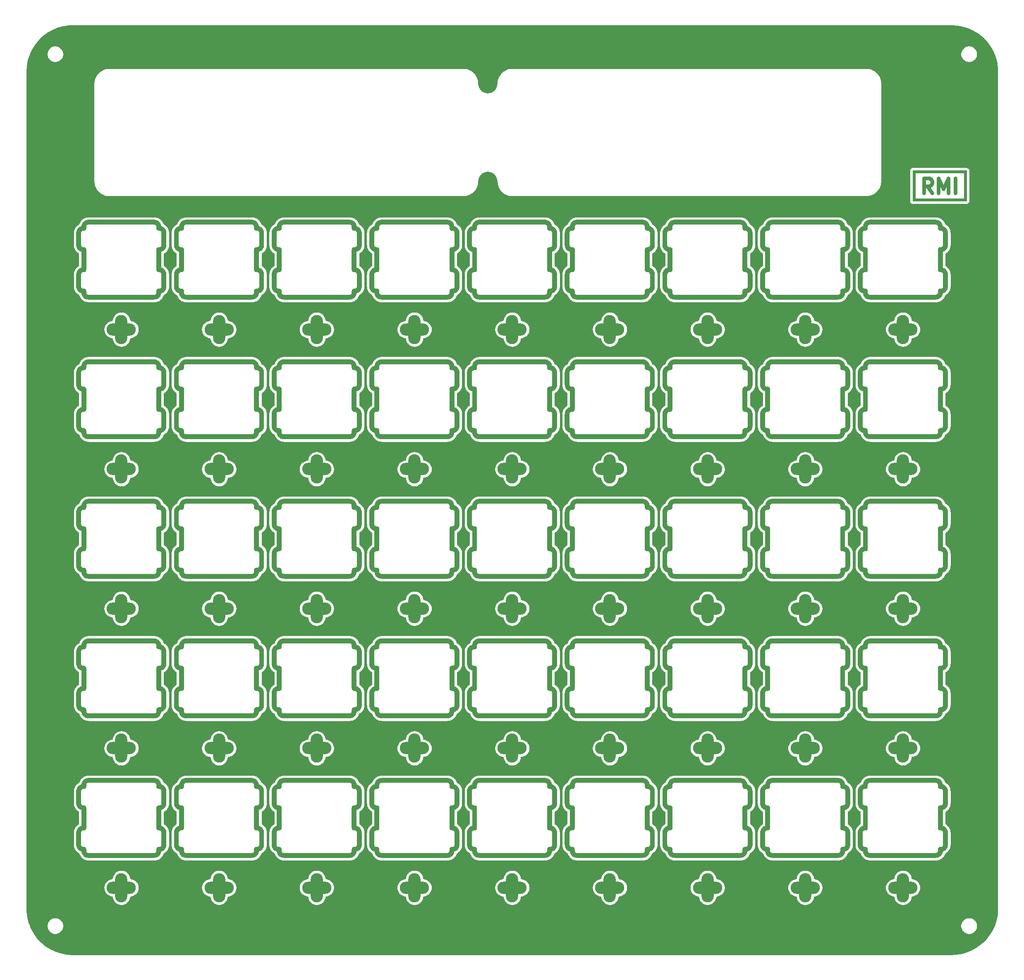
<source format=gbr>
G04 #@! TF.GenerationSoftware,KiCad,Pcbnew,(5.1.8)-1*
G04 #@! TF.CreationDate,2021-02-17T01:33:24+08:00*
G04 #@! TF.ProjectId,LubeStation,4c756265-5374-4617-9469-6f6e2e6b6963,rev?*
G04 #@! TF.SameCoordinates,Original*
G04 #@! TF.FileFunction,Copper,L1,Top*
G04 #@! TF.FilePolarity,Positive*
%FSLAX46Y46*%
G04 Gerber Fmt 4.6, Leading zero omitted, Abs format (unit mm)*
G04 Created by KiCad (PCBNEW (5.1.8)-1) date 2021-02-17 01:33:24*
%MOMM*%
%LPD*%
G01*
G04 APERTURE LIST*
%ADD10C,0.750000*%
G04 #@! TA.AperFunction,EtchedComponent*
%ADD11C,0.100000*%
G04 #@! TD*
G04 #@! TA.AperFunction,ComponentPad*
%ADD12O,6.000000X2.500000*%
G04 #@! TD*
G04 #@! TA.AperFunction,SMDPad,CuDef*
%ADD13C,1.000000*%
G04 #@! TD*
G04 #@! TA.AperFunction,ComponentPad*
%ADD14O,2.500000X6.000000*%
G04 #@! TD*
G04 #@! TA.AperFunction,NonConductor*
%ADD15C,0.254000*%
G04 #@! TD*
G04 #@! TA.AperFunction,NonConductor*
%ADD16C,1.000000*%
G04 #@! TD*
G04 APERTURE END LIST*
D10*
X166000000Y13642857D02*
X165000000Y15071428D01*
X164285714Y13642857D02*
X164285714Y16642857D01*
X165428571Y16642857D01*
X165714285Y16500000D01*
X165857142Y16357142D01*
X166000000Y16071428D01*
X166000000Y15642857D01*
X165857142Y15357142D01*
X165714285Y15214285D01*
X165428571Y15071428D01*
X164285714Y15071428D01*
X167285714Y13642857D02*
X167285714Y16642857D01*
X168285714Y14500000D01*
X169285714Y16642857D01*
X169285714Y13642857D01*
X170714285Y13642857D02*
X170714285Y16642857D01*
D11*
G36*
X173000000Y12000000D02*
G01*
X162000000Y12000000D01*
X162000000Y12500000D01*
X173000000Y12500000D01*
X173000000Y12000000D01*
G37*
X173000000Y12000000D02*
X162000000Y12000000D01*
X162000000Y12500000D01*
X173000000Y12500000D01*
X173000000Y12000000D01*
G36*
X173000000Y17750000D02*
G01*
X162000000Y17750000D01*
X162000000Y18250000D01*
X173000000Y18250000D01*
X173000000Y17750000D01*
G37*
X173000000Y17750000D02*
X162000000Y17750000D01*
X162000000Y18250000D01*
X173000000Y18250000D01*
X173000000Y17750000D01*
G36*
X173000000Y12500000D02*
G01*
X172500000Y12500000D01*
X172500000Y17750000D01*
X173000000Y17750000D01*
X173000000Y12500000D01*
G37*
X173000000Y12500000D02*
X172500000Y12500000D01*
X172500000Y17750000D01*
X173000000Y17750000D01*
X173000000Y12500000D01*
G36*
X162500000Y12500000D02*
G01*
X162000000Y12500000D01*
X162000000Y17750000D01*
X162500000Y17750000D01*
X162500000Y12500000D01*
G37*
X162500000Y12500000D02*
X162000000Y12500000D01*
X162000000Y17750000D01*
X162500000Y17750000D01*
X162500000Y12500000D01*
D12*
X0Y-14287500D03*
G04 #@! TA.AperFunction,SMDPad,CuDef*
D13*
G36*
X6756981Y8174951D02*
G01*
X6765692Y8174403D01*
X6774427Y8174403D01*
X6864671Y8169989D01*
X6864685Y8169989D01*
X6864701Y8169987D01*
X6871661Y8169598D01*
X6892428Y8167269D01*
X6913301Y8165222D01*
X7002703Y8152021D01*
X7002709Y8152020D01*
X7002712Y8152020D01*
X7009602Y8150953D01*
X7030060Y8146605D01*
X7050629Y8142532D01*
X7138315Y8120669D01*
X7145077Y8118932D01*
X7165011Y8112609D01*
X7185082Y8106549D01*
X7270203Y8076238D01*
X7270214Y8076235D01*
X7270221Y8076232D01*
X7276778Y8073845D01*
X7295989Y8065611D01*
X7315377Y8057620D01*
X7397149Y8019142D01*
X7403444Y8016125D01*
X7421804Y8006032D01*
X7440285Y7996205D01*
X7517911Y7949931D01*
X7523882Y7946314D01*
X7541168Y7934478D01*
X7558594Y7922900D01*
X7631330Y7869275D01*
X7631337Y7869271D01*
X7631344Y7869265D01*
X7636924Y7865090D01*
X7652933Y7851657D01*
X7669192Y7838397D01*
X7736352Y7777926D01*
X7741507Y7773218D01*
X7756151Y7758264D01*
X7771016Y7743503D01*
X7831943Y7676778D01*
X7831954Y7676767D01*
X7831965Y7676753D01*
X7836625Y7671579D01*
X7849747Y7655258D01*
X7863091Y7639128D01*
X7917217Y7566777D01*
X7917227Y7566764D01*
X7917238Y7566748D01*
X7921369Y7561145D01*
X7932837Y7543621D01*
X7944542Y7526266D01*
X7991358Y7448965D01*
X7994932Y7442968D01*
X8004625Y7424427D01*
X8014592Y7405994D01*
X8053640Y7324494D01*
X8056612Y7318177D01*
X8064450Y7298776D01*
X8072569Y7279462D01*
X8103475Y7194547D01*
X8103478Y7194541D01*
X8103480Y7194533D01*
X8105820Y7187963D01*
X8111724Y7167903D01*
X8117923Y7147877D01*
X8140398Y7060344D01*
X8142087Y7053570D01*
X8146012Y7032998D01*
X8150221Y7012492D01*
X8164047Y6923184D01*
X8165066Y6916278D01*
X8166936Y6895738D01*
X8196971Y6884568D01*
X8240877Y6863153D01*
X8274330Y6842573D01*
X8320203Y6826238D01*
X8320214Y6826235D01*
X8320221Y6826232D01*
X8326778Y6823845D01*
X8345989Y6815611D01*
X8365377Y6807620D01*
X8447149Y6769142D01*
X8453444Y6766125D01*
X8471804Y6756032D01*
X8490285Y6746205D01*
X8567911Y6699931D01*
X8573882Y6696314D01*
X8591168Y6684478D01*
X8608594Y6672900D01*
X8681330Y6619275D01*
X8681337Y6619271D01*
X8681344Y6619265D01*
X8686924Y6615090D01*
X8702933Y6601657D01*
X8719192Y6588397D01*
X8786352Y6527926D01*
X8791507Y6523218D01*
X8806151Y6508264D01*
X8821016Y6493503D01*
X8881943Y6426778D01*
X8881954Y6426767D01*
X8881965Y6426753D01*
X8886625Y6421579D01*
X8899747Y6405258D01*
X8913091Y6389128D01*
X8967217Y6316777D01*
X8967227Y6316764D01*
X8967238Y6316748D01*
X8971369Y6311145D01*
X8982837Y6293621D01*
X8994542Y6276266D01*
X9041358Y6198965D01*
X9044932Y6192968D01*
X9054625Y6174427D01*
X9064592Y6155994D01*
X9103640Y6074494D01*
X9106612Y6068177D01*
X9114450Y6048776D01*
X9122569Y6029462D01*
X9153475Y5944547D01*
X9153478Y5944541D01*
X9153480Y5944533D01*
X9155820Y5937963D01*
X9161724Y5917903D01*
X9167923Y5897877D01*
X9190398Y5810344D01*
X9192087Y5803570D01*
X9196012Y5782998D01*
X9200221Y5762492D01*
X9214047Y5673184D01*
X9215066Y5666278D01*
X9216959Y5645484D01*
X9219154Y5624596D01*
X9224198Y5534365D01*
X9224538Y5527392D01*
X9224471Y5517820D01*
X9224974Y5508239D01*
X9224997Y5501781D01*
X9224991Y5500174D01*
X9225000Y5500000D01*
X9225000Y3000000D01*
X9224951Y2993019D01*
X9224403Y2984308D01*
X9224403Y2975573D01*
X9219988Y2885309D01*
X9219598Y2878339D01*
X9217265Y2857541D01*
X9215222Y2836699D01*
X9202021Y2747296D01*
X9200953Y2740397D01*
X9196602Y2719925D01*
X9192532Y2699371D01*
X9170670Y2611688D01*
X9170670Y2611686D01*
X9170669Y2611684D01*
X9168932Y2604922D01*
X9162608Y2584985D01*
X9156549Y2564919D01*
X9126238Y2479797D01*
X9126235Y2479786D01*
X9126233Y2479782D01*
X9123845Y2473222D01*
X9115616Y2454022D01*
X9107620Y2434623D01*
X9069142Y2352852D01*
X9066125Y2346556D01*
X9056039Y2328209D01*
X9046205Y2309715D01*
X8999938Y2232103D01*
X8999933Y2232093D01*
X8999930Y2232089D01*
X8996314Y2226118D01*
X8984483Y2208839D01*
X8972900Y2191406D01*
X8919272Y2118666D01*
X8915090Y2113076D01*
X8901657Y2097067D01*
X8888397Y2080808D01*
X8827926Y2013648D01*
X8823218Y2008493D01*
X8808280Y1993864D01*
X8793503Y1978984D01*
X8726767Y1918046D01*
X8721579Y1913375D01*
X8705258Y1900253D01*
X8689128Y1886909D01*
X8616777Y1832783D01*
X8616764Y1832773D01*
X8616748Y1832762D01*
X8611145Y1828631D01*
X8593621Y1817163D01*
X8576266Y1805458D01*
X8498970Y1758646D01*
X8498964Y1758642D01*
X8498957Y1758638D01*
X8492968Y1755068D01*
X8474409Y1745366D01*
X8455993Y1735408D01*
X8374494Y1696360D01*
X8368177Y1693388D01*
X8348776Y1685550D01*
X8329462Y1677431D01*
X8275347Y1657735D01*
X8234736Y1633526D01*
X8190535Y1612727D01*
X8175000Y1607195D01*
X8175000Y-1607261D01*
X8196971Y-1615432D01*
X8240877Y-1636847D01*
X8274330Y-1657427D01*
X8320203Y-1673762D01*
X8320214Y-1673765D01*
X8320221Y-1673768D01*
X8326778Y-1676155D01*
X8345989Y-1684389D01*
X8365377Y-1692380D01*
X8447149Y-1730858D01*
X8453444Y-1733875D01*
X8471804Y-1743968D01*
X8490285Y-1753795D01*
X8567911Y-1800069D01*
X8573882Y-1803686D01*
X8591168Y-1815522D01*
X8608594Y-1827100D01*
X8681330Y-1880725D01*
X8681337Y-1880729D01*
X8681344Y-1880735D01*
X8686924Y-1884910D01*
X8702933Y-1898343D01*
X8719192Y-1911603D01*
X8786352Y-1972074D01*
X8791507Y-1976782D01*
X8806151Y-1991736D01*
X8821016Y-2006497D01*
X8881943Y-2073222D01*
X8881954Y-2073233D01*
X8881965Y-2073247D01*
X8886625Y-2078421D01*
X8899747Y-2094742D01*
X8913091Y-2110872D01*
X8967217Y-2183223D01*
X8967227Y-2183236D01*
X8967238Y-2183252D01*
X8971369Y-2188855D01*
X8982837Y-2206379D01*
X8994542Y-2223734D01*
X9041358Y-2301035D01*
X9044932Y-2307032D01*
X9054625Y-2325573D01*
X9064592Y-2344006D01*
X9103640Y-2425506D01*
X9106612Y-2431823D01*
X9114450Y-2451224D01*
X9122569Y-2470538D01*
X9153475Y-2555453D01*
X9153478Y-2555459D01*
X9153480Y-2555467D01*
X9155820Y-2562037D01*
X9161724Y-2582097D01*
X9167923Y-2602123D01*
X9190398Y-2689656D01*
X9192087Y-2696430D01*
X9196012Y-2717002D01*
X9200221Y-2737508D01*
X9214047Y-2826816D01*
X9215066Y-2833722D01*
X9216959Y-2854516D01*
X9219154Y-2875404D01*
X9224198Y-2965635D01*
X9224538Y-2972608D01*
X9224471Y-2982180D01*
X9224974Y-2991761D01*
X9224997Y-2998219D01*
X9224991Y-2999826D01*
X9225000Y-3000000D01*
X9225000Y-5500000D01*
X9224951Y-5506981D01*
X9224403Y-5515692D01*
X9224403Y-5524427D01*
X9219988Y-5614691D01*
X9219598Y-5621661D01*
X9217265Y-5642459D01*
X9215222Y-5663301D01*
X9202021Y-5752704D01*
X9200953Y-5759603D01*
X9196602Y-5780075D01*
X9192532Y-5800629D01*
X9170670Y-5888312D01*
X9170670Y-5888314D01*
X9170669Y-5888316D01*
X9168932Y-5895078D01*
X9162608Y-5915015D01*
X9156549Y-5935081D01*
X9126238Y-6020203D01*
X9126235Y-6020214D01*
X9126233Y-6020218D01*
X9123845Y-6026778D01*
X9115616Y-6045978D01*
X9107620Y-6065377D01*
X9069142Y-6147148D01*
X9066125Y-6153444D01*
X9056039Y-6171791D01*
X9046205Y-6190285D01*
X8999938Y-6267897D01*
X8999933Y-6267907D01*
X8999930Y-6267911D01*
X8996314Y-6273882D01*
X8984483Y-6291161D01*
X8972900Y-6308594D01*
X8919272Y-6381334D01*
X8915090Y-6386924D01*
X8901657Y-6402933D01*
X8888397Y-6419192D01*
X8827926Y-6486352D01*
X8823218Y-6491507D01*
X8808280Y-6506136D01*
X8793503Y-6521016D01*
X8726767Y-6581954D01*
X8721579Y-6586625D01*
X8705258Y-6599747D01*
X8689128Y-6613091D01*
X8616777Y-6667217D01*
X8616764Y-6667227D01*
X8616748Y-6667238D01*
X8611145Y-6671369D01*
X8593621Y-6682837D01*
X8576266Y-6694542D01*
X8498970Y-6741354D01*
X8498964Y-6741358D01*
X8498957Y-6741362D01*
X8492968Y-6744932D01*
X8474409Y-6754634D01*
X8455993Y-6764592D01*
X8374494Y-6803640D01*
X8368177Y-6806612D01*
X8348776Y-6814450D01*
X8329462Y-6822569D01*
X8275347Y-6842265D01*
X8234736Y-6866474D01*
X8190535Y-6887273D01*
X8166950Y-6895671D01*
X8165222Y-6913301D01*
X8152021Y-7002704D01*
X8150953Y-7009603D01*
X8146602Y-7030075D01*
X8142532Y-7050629D01*
X8120670Y-7138312D01*
X8120670Y-7138314D01*
X8120669Y-7138316D01*
X8118932Y-7145078D01*
X8112608Y-7165015D01*
X8106549Y-7185081D01*
X8076238Y-7270203D01*
X8076235Y-7270214D01*
X8076233Y-7270218D01*
X8073845Y-7276778D01*
X8065616Y-7295978D01*
X8057620Y-7315377D01*
X8019142Y-7397148D01*
X8016125Y-7403444D01*
X8006039Y-7421791D01*
X7996205Y-7440285D01*
X7949938Y-7517897D01*
X7949933Y-7517907D01*
X7949930Y-7517911D01*
X7946314Y-7523882D01*
X7934483Y-7541161D01*
X7922900Y-7558594D01*
X7869272Y-7631334D01*
X7865090Y-7636924D01*
X7851657Y-7652933D01*
X7838397Y-7669192D01*
X7777926Y-7736352D01*
X7773218Y-7741507D01*
X7758280Y-7756136D01*
X7743503Y-7771016D01*
X7676767Y-7831954D01*
X7671579Y-7836625D01*
X7655258Y-7849747D01*
X7639128Y-7863091D01*
X7566777Y-7917217D01*
X7566764Y-7917227D01*
X7566748Y-7917238D01*
X7561145Y-7921369D01*
X7543621Y-7932837D01*
X7526266Y-7944542D01*
X7448970Y-7991354D01*
X7448964Y-7991358D01*
X7448957Y-7991362D01*
X7442968Y-7994932D01*
X7424409Y-8004634D01*
X7405993Y-8014592D01*
X7324494Y-8053640D01*
X7318177Y-8056612D01*
X7298776Y-8064450D01*
X7279462Y-8072569D01*
X7194547Y-8103475D01*
X7194541Y-8103478D01*
X7194533Y-8103480D01*
X7187963Y-8105820D01*
X7167892Y-8111727D01*
X7147876Y-8117923D01*
X7060344Y-8140398D01*
X7053570Y-8142087D01*
X7032998Y-8146012D01*
X7012492Y-8150221D01*
X6923184Y-8164047D01*
X6923180Y-8164048D01*
X6923175Y-8164048D01*
X6916278Y-8165066D01*
X6895484Y-8166959D01*
X6874596Y-8169154D01*
X6784365Y-8174198D01*
X6777392Y-8174538D01*
X6767820Y-8174471D01*
X6758239Y-8174974D01*
X6751781Y-8174997D01*
X6750174Y-8174991D01*
X6750000Y-8175000D01*
X-6750000Y-8175000D01*
X-6756981Y-8174951D01*
X-6765692Y-8174403D01*
X-6774427Y-8174403D01*
X-6864691Y-8169988D01*
X-6871661Y-8169598D01*
X-6892459Y-8167265D01*
X-6913301Y-8165222D01*
X-7002704Y-8152021D01*
X-7009603Y-8150953D01*
X-7030075Y-8146602D01*
X-7050629Y-8142532D01*
X-7138312Y-8120670D01*
X-7138317Y-8120669D01*
X-7138323Y-8120667D01*
X-7145078Y-8118932D01*
X-7165015Y-8112608D01*
X-7185081Y-8106549D01*
X-7270203Y-8076238D01*
X-7270214Y-8076235D01*
X-7270225Y-8076230D01*
X-7276778Y-8073845D01*
X-7295978Y-8065616D01*
X-7315377Y-8057620D01*
X-7397148Y-8019142D01*
X-7403444Y-8016125D01*
X-7421791Y-8006039D01*
X-7440285Y-7996205D01*
X-7517897Y-7949938D01*
X-7517907Y-7949933D01*
X-7517917Y-7949926D01*
X-7523882Y-7946314D01*
X-7541161Y-7934483D01*
X-7558594Y-7922900D01*
X-7631334Y-7869272D01*
X-7631336Y-7869271D01*
X-7631343Y-7869265D01*
X-7636924Y-7865090D01*
X-7652933Y-7851657D01*
X-7669192Y-7838397D01*
X-7736352Y-7777926D01*
X-7741507Y-7773218D01*
X-7756136Y-7758280D01*
X-7771016Y-7743503D01*
X-7831954Y-7676767D01*
X-7836625Y-7671579D01*
X-7849747Y-7655258D01*
X-7863091Y-7639128D01*
X-7917225Y-7566766D01*
X-7917227Y-7566764D01*
X-7917238Y-7566748D01*
X-7921369Y-7561145D01*
X-7932837Y-7543621D01*
X-7944542Y-7526266D01*
X-7991354Y-7448970D01*
X-7991358Y-7448964D01*
X-7991362Y-7448957D01*
X-7994932Y-7442968D01*
X-8004634Y-7424409D01*
X-8014592Y-7405993D01*
X-8053640Y-7324494D01*
X-8056612Y-7318177D01*
X-8064450Y-7298776D01*
X-8072569Y-7279462D01*
X-8103478Y-7194540D01*
X-8105820Y-7187963D01*
X-8111727Y-7167892D01*
X-8117923Y-7147876D01*
X-8140398Y-7060344D01*
X-8142087Y-7053570D01*
X-8146012Y-7032998D01*
X-8150221Y-7012492D01*
X-8164047Y-6923184D01*
X-8165066Y-6916278D01*
X-8166936Y-6895738D01*
X-8196971Y-6884568D01*
X-8240877Y-6863153D01*
X-8274331Y-6842573D01*
X-8320203Y-6826238D01*
X-8320214Y-6826235D01*
X-8320225Y-6826230D01*
X-8326778Y-6823845D01*
X-8345978Y-6815616D01*
X-8365377Y-6807620D01*
X-8447148Y-6769142D01*
X-8453444Y-6766125D01*
X-8471791Y-6756039D01*
X-8490285Y-6746205D01*
X-8567897Y-6699938D01*
X-8567907Y-6699933D01*
X-8567917Y-6699926D01*
X-8573882Y-6696314D01*
X-8591161Y-6684483D01*
X-8608594Y-6672900D01*
X-8681334Y-6619272D01*
X-8681336Y-6619271D01*
X-8681343Y-6619265D01*
X-8686924Y-6615090D01*
X-8702933Y-6601657D01*
X-8719192Y-6588397D01*
X-8786352Y-6527926D01*
X-8791507Y-6523218D01*
X-8806136Y-6508280D01*
X-8821016Y-6493503D01*
X-8881954Y-6426767D01*
X-8886625Y-6421579D01*
X-8899747Y-6405258D01*
X-8913091Y-6389128D01*
X-8967225Y-6316766D01*
X-8967227Y-6316764D01*
X-8967238Y-6316748D01*
X-8971369Y-6311145D01*
X-8982837Y-6293621D01*
X-8994542Y-6276266D01*
X-9041354Y-6198970D01*
X-9041358Y-6198964D01*
X-9041362Y-6198957D01*
X-9044932Y-6192968D01*
X-9054634Y-6174409D01*
X-9064592Y-6155993D01*
X-9103640Y-6074494D01*
X-9106612Y-6068177D01*
X-9114450Y-6048776D01*
X-9122569Y-6029462D01*
X-9153478Y-5944540D01*
X-9155820Y-5937963D01*
X-9161727Y-5917892D01*
X-9167923Y-5897876D01*
X-9190398Y-5810344D01*
X-9192087Y-5803570D01*
X-9196012Y-5782998D01*
X-9200221Y-5762492D01*
X-9214047Y-5673184D01*
X-9215066Y-5666278D01*
X-9216959Y-5645484D01*
X-9219154Y-5624596D01*
X-9224198Y-5534365D01*
X-9224538Y-5527392D01*
X-9224471Y-5517820D01*
X-9224974Y-5508239D01*
X-9224997Y-5501781D01*
X-9224991Y-5500174D01*
X-9225000Y-5500000D01*
X-9225000Y-3000000D01*
X-9224951Y-2993019D01*
X-9224403Y-2984308D01*
X-9224403Y-2975573D01*
X-9219989Y-2885329D01*
X-9219989Y-2885315D01*
X-9219987Y-2885299D01*
X-9219598Y-2878339D01*
X-9217269Y-2857572D01*
X-9215222Y-2836699D01*
X-9202021Y-2747297D01*
X-9200953Y-2740398D01*
X-9196605Y-2719940D01*
X-9192532Y-2699371D01*
X-9170669Y-2611685D01*
X-9168932Y-2604923D01*
X-9162609Y-2584989D01*
X-9156549Y-2564918D01*
X-9126238Y-2479797D01*
X-9126235Y-2479786D01*
X-9126230Y-2479775D01*
X-9123845Y-2473222D01*
X-9115611Y-2454011D01*
X-9107620Y-2434623D01*
X-9069142Y-2352851D01*
X-9066125Y-2346556D01*
X-9056032Y-2328196D01*
X-9046205Y-2309715D01*
X-8999931Y-2232089D01*
X-8996314Y-2226118D01*
X-8984478Y-2208832D01*
X-8972900Y-2191406D01*
X-8919272Y-2118665D01*
X-8915090Y-2113076D01*
X-8901657Y-2097067D01*
X-8888397Y-2080808D01*
X-8827926Y-2013648D01*
X-8823218Y-2008493D01*
X-8808264Y-1993849D01*
X-8793503Y-1978984D01*
X-8726778Y-1918057D01*
X-8726767Y-1918046D01*
X-8726753Y-1918035D01*
X-8721579Y-1913375D01*
X-8705258Y-1900253D01*
X-8689128Y-1886909D01*
X-8616777Y-1832783D01*
X-8616764Y-1832773D01*
X-8616748Y-1832762D01*
X-8611145Y-1828631D01*
X-8593621Y-1817163D01*
X-8576266Y-1805458D01*
X-8498965Y-1758642D01*
X-8492968Y-1755068D01*
X-8474427Y-1745375D01*
X-8455994Y-1735408D01*
X-8374494Y-1696360D01*
X-8368177Y-1693388D01*
X-8348776Y-1685550D01*
X-8329462Y-1677431D01*
X-8275347Y-1657735D01*
X-8234736Y-1633526D01*
X-8190535Y-1612727D01*
X-8175000Y-1607195D01*
X-8175000Y1607261D01*
X-8196971Y1615432D01*
X-8240877Y1636847D01*
X-8274331Y1657427D01*
X-8320203Y1673762D01*
X-8320214Y1673765D01*
X-8320225Y1673770D01*
X-8326778Y1676155D01*
X-8345978Y1684384D01*
X-8365377Y1692380D01*
X-8447148Y1730858D01*
X-8453444Y1733875D01*
X-8471791Y1743961D01*
X-8490285Y1753795D01*
X-8567897Y1800062D01*
X-8567907Y1800067D01*
X-8567917Y1800074D01*
X-8573882Y1803686D01*
X-8591161Y1815517D01*
X-8608594Y1827100D01*
X-8681334Y1880728D01*
X-8681336Y1880729D01*
X-8681343Y1880735D01*
X-8686924Y1884910D01*
X-8702933Y1898343D01*
X-8719192Y1911603D01*
X-8786352Y1972074D01*
X-8791507Y1976782D01*
X-8806136Y1991720D01*
X-8821016Y2006497D01*
X-8881954Y2073233D01*
X-8886625Y2078421D01*
X-8899747Y2094742D01*
X-8913091Y2110872D01*
X-8967225Y2183234D01*
X-8967227Y2183236D01*
X-8967238Y2183252D01*
X-8971369Y2188855D01*
X-8982837Y2206379D01*
X-8994542Y2223734D01*
X-9041354Y2301030D01*
X-9041358Y2301036D01*
X-9041362Y2301043D01*
X-9044932Y2307032D01*
X-9054634Y2325591D01*
X-9064592Y2344007D01*
X-9103640Y2425506D01*
X-9106612Y2431823D01*
X-9114450Y2451224D01*
X-9122569Y2470538D01*
X-9153478Y2555460D01*
X-9155820Y2562037D01*
X-9161727Y2582108D01*
X-9167923Y2602124D01*
X-9190398Y2689656D01*
X-9192087Y2696430D01*
X-9196012Y2717002D01*
X-9200221Y2737508D01*
X-9214047Y2826816D01*
X-9215066Y2833722D01*
X-9216959Y2854516D01*
X-9219154Y2875404D01*
X-9224198Y2965635D01*
X-9224538Y2972608D01*
X-9224471Y2982180D01*
X-9224974Y2991761D01*
X-9224997Y2998219D01*
X-9224991Y2999826D01*
X-9225000Y3000000D01*
X-9225000Y5487779D01*
X-8225000Y5487779D01*
X-8225000Y3007925D01*
X-8222077Y2955634D01*
X-8215734Y2914662D01*
X-8205422Y2874499D01*
X-8191243Y2835542D01*
X-8173322Y2798140D01*
X-8151843Y2762673D01*
X-8127009Y2729477D01*
X-8099053Y2698860D01*
X-8068231Y2671108D01*
X-8034860Y2646506D01*
X-7999245Y2625275D01*
X-7961723Y2607619D01*
X-7922666Y2593711D01*
X-7882435Y2583680D01*
X-7841415Y2577623D01*
X-7787779Y2575000D01*
X-7675000Y2575000D01*
X-7671764Y2574977D01*
X-7671509Y2574988D01*
X-7671253Y2574974D01*
X-7668019Y2574951D01*
X-7645418Y2573529D01*
X-7622736Y2572261D01*
X-7621009Y2571994D01*
X-7619266Y2571884D01*
X-7596893Y2568261D01*
X-7574461Y2564788D01*
X-7572767Y2564353D01*
X-7571044Y2564074D01*
X-7549128Y2558283D01*
X-7527146Y2552639D01*
X-7525503Y2552041D01*
X-7523815Y2551595D01*
X-7502579Y2543698D01*
X-7481242Y2535932D01*
X-7479665Y2535176D01*
X-7478029Y2534568D01*
X-7457642Y2524624D01*
X-7437188Y2514824D01*
X-7435694Y2513919D01*
X-7434123Y2513153D01*
X-7414771Y2501248D01*
X-7395404Y2489519D01*
X-7394009Y2488476D01*
X-7392516Y2487557D01*
X-7374436Y2473833D01*
X-7356288Y2460257D01*
X-7354995Y2459077D01*
X-7353606Y2458022D01*
X-7336961Y2442608D01*
X-7320215Y2427317D01*
X-7319048Y2426021D01*
X-7317764Y2424832D01*
X-7302691Y2407855D01*
X-7287528Y2391015D01*
X-7286491Y2389609D01*
X-7285331Y2388302D01*
X-7272012Y2369970D01*
X-7258539Y2351696D01*
X-7257643Y2350192D01*
X-7256618Y2348782D01*
X-7245163Y2329258D01*
X-7233526Y2309736D01*
X-7232782Y2308154D01*
X-7231898Y2306648D01*
X-7222385Y2286059D01*
X-7212727Y2265535D01*
X-7212141Y2263889D01*
X-7211408Y2262303D01*
X-7203952Y2240894D01*
X-7196340Y2219516D01*
X-7195917Y2217819D01*
X-7195343Y2216171D01*
X-7190012Y2194135D01*
X-7184522Y2172117D01*
X-7184267Y2170389D01*
X-7183856Y2168691D01*
X-7180703Y2146257D01*
X-7177386Y2123791D01*
X-7177300Y2122041D01*
X-7177058Y2120316D01*
X-7176109Y2097678D01*
X-7175000Y2075000D01*
X-7175000Y-2075000D01*
X-7175023Y-2078236D01*
X-7175012Y-2078491D01*
X-7175026Y-2078747D01*
X-7175049Y-2081981D01*
X-7176471Y-2104582D01*
X-7177739Y-2127264D01*
X-7178006Y-2128991D01*
X-7178116Y-2130734D01*
X-7181739Y-2153104D01*
X-7185212Y-2175539D01*
X-7185647Y-2177233D01*
X-7185926Y-2178956D01*
X-7191717Y-2200872D01*
X-7197361Y-2222854D01*
X-7197959Y-2224497D01*
X-7198405Y-2226185D01*
X-7206302Y-2247421D01*
X-7214068Y-2268758D01*
X-7214824Y-2270335D01*
X-7215432Y-2271971D01*
X-7225376Y-2292358D01*
X-7235176Y-2312812D01*
X-7236081Y-2314306D01*
X-7236847Y-2315877D01*
X-7248752Y-2335229D01*
X-7260481Y-2354596D01*
X-7261524Y-2355991D01*
X-7262443Y-2357484D01*
X-7276167Y-2375564D01*
X-7289743Y-2393712D01*
X-7290923Y-2395005D01*
X-7291978Y-2396394D01*
X-7307392Y-2413039D01*
X-7322683Y-2429785D01*
X-7323979Y-2430952D01*
X-7325168Y-2432236D01*
X-7342145Y-2447309D01*
X-7358985Y-2462472D01*
X-7360391Y-2463509D01*
X-7361698Y-2464669D01*
X-7380030Y-2477988D01*
X-7398304Y-2491461D01*
X-7399808Y-2492357D01*
X-7401218Y-2493382D01*
X-7420751Y-2504842D01*
X-7440264Y-2516474D01*
X-7441846Y-2517218D01*
X-7443352Y-2518102D01*
X-7463941Y-2527615D01*
X-7484465Y-2537273D01*
X-7486111Y-2537859D01*
X-7487697Y-2538592D01*
X-7509106Y-2546048D01*
X-7530484Y-2553660D01*
X-7532181Y-2554083D01*
X-7533829Y-2554657D01*
X-7555865Y-2559988D01*
X-7577883Y-2565478D01*
X-7579611Y-2565733D01*
X-7581309Y-2566144D01*
X-7603743Y-2569297D01*
X-7626209Y-2572614D01*
X-7627959Y-2572700D01*
X-7629684Y-2572942D01*
X-7652322Y-2573891D01*
X-7675000Y-2575000D01*
X-7792075Y-2575000D01*
X-7844366Y-2577923D01*
X-7885340Y-2584266D01*
X-7925501Y-2594578D01*
X-7964461Y-2608759D01*
X-8001861Y-2626678D01*
X-8037322Y-2648154D01*
X-8070522Y-2672990D01*
X-8101143Y-2700951D01*
X-8128893Y-2731770D01*
X-8153493Y-2765138D01*
X-8174723Y-2800750D01*
X-8192381Y-2838276D01*
X-8206288Y-2877332D01*
X-8216320Y-2917567D01*
X-8222377Y-2958586D01*
X-8225000Y-3012221D01*
X-8225000Y-5492075D01*
X-8222077Y-5544366D01*
X-8215734Y-5585338D01*
X-8205422Y-5625501D01*
X-8191243Y-5664458D01*
X-8173322Y-5701860D01*
X-8151843Y-5737327D01*
X-8127009Y-5770523D01*
X-8099053Y-5801140D01*
X-8068231Y-5828892D01*
X-8034860Y-5853494D01*
X-7999245Y-5874725D01*
X-7961723Y-5892381D01*
X-7922666Y-5906289D01*
X-7882435Y-5916320D01*
X-7841415Y-5922377D01*
X-7787779Y-5925000D01*
X-7675000Y-5925000D01*
X-7671764Y-5925023D01*
X-7671509Y-5925012D01*
X-7671253Y-5925026D01*
X-7668019Y-5925049D01*
X-7645418Y-5926471D01*
X-7622736Y-5927739D01*
X-7621009Y-5928006D01*
X-7619266Y-5928116D01*
X-7596893Y-5931739D01*
X-7574461Y-5935212D01*
X-7572767Y-5935647D01*
X-7571044Y-5935926D01*
X-7549128Y-5941717D01*
X-7527146Y-5947361D01*
X-7525503Y-5947959D01*
X-7523815Y-5948405D01*
X-7502579Y-5956302D01*
X-7481242Y-5964068D01*
X-7479665Y-5964824D01*
X-7478029Y-5965432D01*
X-7457642Y-5975376D01*
X-7437188Y-5985176D01*
X-7435694Y-5986081D01*
X-7434123Y-5986847D01*
X-7414771Y-5998752D01*
X-7395404Y-6010481D01*
X-7394009Y-6011524D01*
X-7392516Y-6012443D01*
X-7374436Y-6026167D01*
X-7356288Y-6039743D01*
X-7354995Y-6040923D01*
X-7353606Y-6041978D01*
X-7336961Y-6057392D01*
X-7320215Y-6072683D01*
X-7319048Y-6073979D01*
X-7317764Y-6075168D01*
X-7302691Y-6092145D01*
X-7287528Y-6108985D01*
X-7286491Y-6110391D01*
X-7285331Y-6111698D01*
X-7272012Y-6130030D01*
X-7258539Y-6148304D01*
X-7257643Y-6149808D01*
X-7256618Y-6151218D01*
X-7245163Y-6170742D01*
X-7233526Y-6190264D01*
X-7232782Y-6191846D01*
X-7231898Y-6193352D01*
X-7222385Y-6213941D01*
X-7212727Y-6234465D01*
X-7212141Y-6236111D01*
X-7211408Y-6237697D01*
X-7203952Y-6259106D01*
X-7196340Y-6280484D01*
X-7195917Y-6282181D01*
X-7195343Y-6283829D01*
X-7190012Y-6305865D01*
X-7184522Y-6327883D01*
X-7184267Y-6329611D01*
X-7183856Y-6331309D01*
X-7180703Y-6353743D01*
X-7177386Y-6376209D01*
X-7177300Y-6377959D01*
X-7177058Y-6379684D01*
X-7176109Y-6402322D01*
X-7175000Y-6425000D01*
X-7175000Y-6742075D01*
X-7172077Y-6794366D01*
X-7165734Y-6835338D01*
X-7155422Y-6875501D01*
X-7141243Y-6914458D01*
X-7123322Y-6951860D01*
X-7101843Y-6987327D01*
X-7077009Y-7020523D01*
X-7049053Y-7051140D01*
X-7018231Y-7078892D01*
X-6984860Y-7103494D01*
X-6949245Y-7124725D01*
X-6911723Y-7142381D01*
X-6872666Y-7156289D01*
X-6832435Y-7166320D01*
X-6791415Y-7172377D01*
X-6737779Y-7175000D01*
X6742075Y-7175000D01*
X6794366Y-7172077D01*
X6835338Y-7165734D01*
X6875501Y-7155422D01*
X6914458Y-7141243D01*
X6951860Y-7123322D01*
X6987327Y-7101843D01*
X7020523Y-7077009D01*
X7051140Y-7049053D01*
X7078892Y-7018231D01*
X7103494Y-6984860D01*
X7124725Y-6949245D01*
X7142381Y-6911723D01*
X7156289Y-6872666D01*
X7166320Y-6832435D01*
X7172377Y-6791415D01*
X7175000Y-6737779D01*
X7175000Y-6425000D01*
X7175023Y-6421764D01*
X7175012Y-6421509D01*
X7175026Y-6421253D01*
X7175049Y-6418019D01*
X7176471Y-6395418D01*
X7177739Y-6372736D01*
X7178006Y-6371009D01*
X7178116Y-6369266D01*
X7181739Y-6346893D01*
X7185212Y-6324461D01*
X7185647Y-6322767D01*
X7185926Y-6321044D01*
X7191728Y-6299084D01*
X7197361Y-6277146D01*
X7197959Y-6275503D01*
X7198405Y-6273815D01*
X7206311Y-6252556D01*
X7214068Y-6231242D01*
X7214824Y-6229665D01*
X7215432Y-6228029D01*
X7225376Y-6207642D01*
X7235176Y-6187188D01*
X7236081Y-6185694D01*
X7236847Y-6184123D01*
X7248752Y-6164771D01*
X7260481Y-6145404D01*
X7261524Y-6144009D01*
X7262443Y-6142516D01*
X7276167Y-6124436D01*
X7289743Y-6106288D01*
X7290923Y-6104995D01*
X7291978Y-6103606D01*
X7307392Y-6086961D01*
X7322683Y-6070215D01*
X7323979Y-6069048D01*
X7325168Y-6067764D01*
X7342145Y-6052691D01*
X7358985Y-6037528D01*
X7360391Y-6036491D01*
X7361698Y-6035331D01*
X7380030Y-6022012D01*
X7398304Y-6008539D01*
X7399808Y-6007643D01*
X7401218Y-6006618D01*
X7420751Y-5995158D01*
X7440264Y-5983526D01*
X7441846Y-5982782D01*
X7443352Y-5981898D01*
X7463941Y-5972385D01*
X7484465Y-5962727D01*
X7486111Y-5962141D01*
X7487697Y-5961408D01*
X7509106Y-5953952D01*
X7530484Y-5946340D01*
X7532181Y-5945917D01*
X7533829Y-5945343D01*
X7555865Y-5940012D01*
X7577883Y-5934522D01*
X7579611Y-5934267D01*
X7581309Y-5933856D01*
X7603743Y-5930703D01*
X7626209Y-5927386D01*
X7627959Y-5927300D01*
X7629684Y-5927058D01*
X7652322Y-5926109D01*
X7675000Y-5925000D01*
X7792075Y-5925000D01*
X7844366Y-5922077D01*
X7885338Y-5915734D01*
X7925501Y-5905422D01*
X7964458Y-5891243D01*
X8001860Y-5873322D01*
X8037327Y-5851843D01*
X8070523Y-5827009D01*
X8101140Y-5799053D01*
X8128892Y-5768231D01*
X8153494Y-5734860D01*
X8174725Y-5699245D01*
X8192381Y-5661723D01*
X8206289Y-5622666D01*
X8216320Y-5582435D01*
X8222377Y-5541415D01*
X8225000Y-5487779D01*
X8225000Y-3007925D01*
X8222077Y-2955634D01*
X8215734Y-2914660D01*
X8205422Y-2874499D01*
X8191241Y-2835539D01*
X8173322Y-2798139D01*
X8151846Y-2762678D01*
X8127010Y-2729478D01*
X8099049Y-2698857D01*
X8068230Y-2671107D01*
X8034862Y-2646507D01*
X7999250Y-2625277D01*
X7961724Y-2607619D01*
X7922668Y-2593712D01*
X7882433Y-2583680D01*
X7841414Y-2577623D01*
X7787779Y-2575000D01*
X7675000Y-2575000D01*
X7671764Y-2574977D01*
X7671509Y-2574988D01*
X7671253Y-2574974D01*
X7668019Y-2574951D01*
X7645418Y-2573529D01*
X7622736Y-2572261D01*
X7621009Y-2571994D01*
X7619266Y-2571884D01*
X7596893Y-2568261D01*
X7574461Y-2564788D01*
X7572767Y-2564353D01*
X7571044Y-2564074D01*
X7549128Y-2558283D01*
X7527146Y-2552639D01*
X7525503Y-2552041D01*
X7523815Y-2551595D01*
X7502579Y-2543698D01*
X7481242Y-2535932D01*
X7479665Y-2535176D01*
X7478029Y-2534568D01*
X7457642Y-2524624D01*
X7437188Y-2514824D01*
X7435694Y-2513919D01*
X7434123Y-2513153D01*
X7414771Y-2501248D01*
X7395404Y-2489519D01*
X7394009Y-2488476D01*
X7392516Y-2487557D01*
X7374430Y-2473829D01*
X7356288Y-2460257D01*
X7354995Y-2459077D01*
X7353606Y-2458022D01*
X7336961Y-2442608D01*
X7320215Y-2427317D01*
X7319048Y-2426021D01*
X7317764Y-2424832D01*
X7302691Y-2407855D01*
X7287528Y-2391015D01*
X7286491Y-2389609D01*
X7285331Y-2388302D01*
X7272012Y-2369970D01*
X7258539Y-2351696D01*
X7257643Y-2350192D01*
X7256618Y-2348782D01*
X7245158Y-2329249D01*
X7233526Y-2309736D01*
X7232782Y-2308154D01*
X7231898Y-2306648D01*
X7222385Y-2286059D01*
X7212727Y-2265535D01*
X7212141Y-2263889D01*
X7211408Y-2262303D01*
X7203952Y-2240894D01*
X7196340Y-2219516D01*
X7195917Y-2217819D01*
X7195343Y-2216171D01*
X7190012Y-2194135D01*
X7184522Y-2172117D01*
X7184267Y-2170389D01*
X7183856Y-2168691D01*
X7180703Y-2146257D01*
X7177386Y-2123791D01*
X7177300Y-2122041D01*
X7177058Y-2120316D01*
X7176109Y-2097678D01*
X7175000Y-2075000D01*
X7175000Y2075000D01*
X7175023Y2078236D01*
X7175012Y2078491D01*
X7175026Y2078747D01*
X7175049Y2081981D01*
X7176471Y2104582D01*
X7177739Y2127264D01*
X7178006Y2128991D01*
X7178116Y2130734D01*
X7181739Y2153107D01*
X7185212Y2175539D01*
X7185647Y2177233D01*
X7185926Y2178956D01*
X7191717Y2200872D01*
X7197361Y2222854D01*
X7197959Y2224497D01*
X7198405Y2226185D01*
X7206302Y2247421D01*
X7214068Y2268758D01*
X7214824Y2270335D01*
X7215432Y2271971D01*
X7225376Y2292358D01*
X7235176Y2312812D01*
X7236081Y2314306D01*
X7236847Y2315877D01*
X7248752Y2335229D01*
X7260481Y2354596D01*
X7261524Y2355991D01*
X7262443Y2357484D01*
X7276167Y2375564D01*
X7289743Y2393712D01*
X7290923Y2395005D01*
X7291978Y2396394D01*
X7307392Y2413039D01*
X7322683Y2429785D01*
X7323979Y2430952D01*
X7325168Y2432236D01*
X7342145Y2447309D01*
X7358985Y2462472D01*
X7360391Y2463509D01*
X7361698Y2464669D01*
X7380030Y2477988D01*
X7398304Y2491461D01*
X7399808Y2492357D01*
X7401218Y2493382D01*
X7420751Y2504842D01*
X7440264Y2516474D01*
X7441846Y2517218D01*
X7443352Y2518102D01*
X7463941Y2527615D01*
X7484465Y2537273D01*
X7486111Y2537859D01*
X7487697Y2538592D01*
X7509106Y2546048D01*
X7530484Y2553660D01*
X7532181Y2554083D01*
X7533829Y2554657D01*
X7555865Y2559988D01*
X7577883Y2565478D01*
X7579611Y2565733D01*
X7581309Y2566144D01*
X7603743Y2569297D01*
X7626209Y2572614D01*
X7627959Y2572700D01*
X7629684Y2572942D01*
X7652322Y2573891D01*
X7675000Y2575000D01*
X7792075Y2575000D01*
X7844366Y2577923D01*
X7885338Y2584266D01*
X7925501Y2594578D01*
X7964458Y2608757D01*
X8001860Y2626678D01*
X8037327Y2648157D01*
X8070523Y2672991D01*
X8101140Y2700947D01*
X8128892Y2731769D01*
X8153494Y2765140D01*
X8174725Y2800755D01*
X8192381Y2838277D01*
X8206289Y2877334D01*
X8216320Y2917565D01*
X8222377Y2958585D01*
X8225000Y3012221D01*
X8225000Y5492075D01*
X8222077Y5544366D01*
X8215734Y5585340D01*
X8205422Y5625501D01*
X8191241Y5664461D01*
X8173322Y5701861D01*
X8151846Y5737322D01*
X8127010Y5770522D01*
X8099049Y5801143D01*
X8068230Y5828893D01*
X8034862Y5853493D01*
X7999250Y5874723D01*
X7961724Y5892381D01*
X7922668Y5906288D01*
X7882433Y5916320D01*
X7841414Y5922377D01*
X7787779Y5925000D01*
X7675000Y5925000D01*
X7671764Y5925023D01*
X7671509Y5925012D01*
X7671253Y5925026D01*
X7668019Y5925049D01*
X7645418Y5926471D01*
X7622736Y5927739D01*
X7621009Y5928006D01*
X7619266Y5928116D01*
X7596893Y5931739D01*
X7574461Y5935212D01*
X7572767Y5935647D01*
X7571044Y5935926D01*
X7549128Y5941717D01*
X7527146Y5947361D01*
X7525503Y5947959D01*
X7523815Y5948405D01*
X7502579Y5956302D01*
X7481242Y5964068D01*
X7479665Y5964824D01*
X7478029Y5965432D01*
X7457642Y5975376D01*
X7437188Y5985176D01*
X7435694Y5986081D01*
X7434123Y5986847D01*
X7414771Y5998752D01*
X7395404Y6010481D01*
X7394009Y6011524D01*
X7392516Y6012443D01*
X7374430Y6026171D01*
X7356288Y6039743D01*
X7354995Y6040923D01*
X7353606Y6041978D01*
X7336961Y6057392D01*
X7320215Y6072683D01*
X7319048Y6073979D01*
X7317764Y6075168D01*
X7302691Y6092145D01*
X7287528Y6108985D01*
X7286491Y6110391D01*
X7285331Y6111698D01*
X7272012Y6130030D01*
X7258539Y6148304D01*
X7257643Y6149808D01*
X7256618Y6151218D01*
X7245158Y6170751D01*
X7233526Y6190264D01*
X7232782Y6191846D01*
X7231898Y6193352D01*
X7222385Y6213941D01*
X7212727Y6234465D01*
X7212141Y6236111D01*
X7211408Y6237697D01*
X7203922Y6259193D01*
X7196340Y6280484D01*
X7195917Y6282181D01*
X7195343Y6283829D01*
X7190012Y6305865D01*
X7184522Y6327883D01*
X7184267Y6329611D01*
X7183856Y6331309D01*
X7180703Y6353743D01*
X7177386Y6376209D01*
X7177300Y6377959D01*
X7177058Y6379684D01*
X7176109Y6402322D01*
X7175000Y6425000D01*
X7175000Y6742075D01*
X7172077Y6794366D01*
X7165734Y6835340D01*
X7155422Y6875501D01*
X7141241Y6914461D01*
X7123322Y6951861D01*
X7101846Y6987322D01*
X7077010Y7020522D01*
X7049049Y7051143D01*
X7018230Y7078893D01*
X6984862Y7103493D01*
X6949250Y7124723D01*
X6911724Y7142381D01*
X6872668Y7156288D01*
X6832433Y7166320D01*
X6791414Y7172377D01*
X6737779Y7175000D01*
X-6742075Y7175000D01*
X-6794366Y7172077D01*
X-6835340Y7165734D01*
X-6875501Y7155422D01*
X-6914461Y7141241D01*
X-6951861Y7123322D01*
X-6987322Y7101846D01*
X-7020522Y7077010D01*
X-7051143Y7049049D01*
X-7078893Y7018230D01*
X-7103493Y6984862D01*
X-7124723Y6949250D01*
X-7142381Y6911724D01*
X-7156288Y6872668D01*
X-7166320Y6832433D01*
X-7172377Y6791414D01*
X-7175000Y6737779D01*
X-7175000Y6425000D01*
X-7175023Y6421764D01*
X-7175012Y6421509D01*
X-7175026Y6421253D01*
X-7175049Y6418019D01*
X-7176471Y6395418D01*
X-7177739Y6372736D01*
X-7178006Y6371009D01*
X-7178116Y6369266D01*
X-7181739Y6346896D01*
X-7185212Y6324461D01*
X-7185647Y6322767D01*
X-7185926Y6321044D01*
X-7191717Y6299128D01*
X-7197361Y6277146D01*
X-7197959Y6275503D01*
X-7198405Y6273815D01*
X-7206302Y6252579D01*
X-7214068Y6231242D01*
X-7214824Y6229665D01*
X-7215432Y6228029D01*
X-7225376Y6207642D01*
X-7235176Y6187188D01*
X-7236081Y6185694D01*
X-7236847Y6184123D01*
X-7248752Y6164771D01*
X-7260481Y6145404D01*
X-7261524Y6144009D01*
X-7262443Y6142516D01*
X-7276167Y6124436D01*
X-7289743Y6106288D01*
X-7290923Y6104995D01*
X-7291978Y6103606D01*
X-7307392Y6086961D01*
X-7322683Y6070215D01*
X-7323979Y6069048D01*
X-7325168Y6067764D01*
X-7342145Y6052691D01*
X-7358985Y6037528D01*
X-7360391Y6036491D01*
X-7361698Y6035331D01*
X-7380030Y6022012D01*
X-7398304Y6008539D01*
X-7399808Y6007643D01*
X-7401218Y6006618D01*
X-7420751Y5995158D01*
X-7440264Y5983526D01*
X-7441846Y5982782D01*
X-7443352Y5981898D01*
X-7463941Y5972385D01*
X-7484465Y5962727D01*
X-7486111Y5962141D01*
X-7487697Y5961408D01*
X-7509106Y5953952D01*
X-7530484Y5946340D01*
X-7532181Y5945917D01*
X-7533829Y5945343D01*
X-7555865Y5940012D01*
X-7577883Y5934522D01*
X-7579611Y5934267D01*
X-7581309Y5933856D01*
X-7603743Y5930703D01*
X-7626209Y5927386D01*
X-7627959Y5927300D01*
X-7629684Y5927058D01*
X-7652322Y5926109D01*
X-7675000Y5925000D01*
X-7792075Y5925000D01*
X-7844366Y5922077D01*
X-7885340Y5915734D01*
X-7925501Y5905422D01*
X-7964461Y5891241D01*
X-8001861Y5873322D01*
X-8037322Y5851846D01*
X-8070522Y5827010D01*
X-8101143Y5799049D01*
X-8128893Y5768230D01*
X-8153493Y5734862D01*
X-8174723Y5699250D01*
X-8192381Y5661724D01*
X-8206288Y5622668D01*
X-8216320Y5582433D01*
X-8222377Y5541414D01*
X-8225000Y5487779D01*
X-9225000Y5487779D01*
X-9225000Y5500000D01*
X-9224951Y5506981D01*
X-9224403Y5515692D01*
X-9224403Y5524427D01*
X-9219989Y5614671D01*
X-9219989Y5614685D01*
X-9219987Y5614701D01*
X-9219598Y5621661D01*
X-9217269Y5642428D01*
X-9215222Y5663301D01*
X-9202021Y5752703D01*
X-9200953Y5759602D01*
X-9196605Y5780060D01*
X-9192532Y5800629D01*
X-9170669Y5888315D01*
X-9168932Y5895077D01*
X-9162609Y5915011D01*
X-9156549Y5935082D01*
X-9126238Y6020203D01*
X-9126235Y6020214D01*
X-9126230Y6020225D01*
X-9123845Y6026778D01*
X-9115611Y6045989D01*
X-9107620Y6065377D01*
X-9069142Y6147149D01*
X-9066125Y6153444D01*
X-9056032Y6171804D01*
X-9046205Y6190285D01*
X-8999931Y6267911D01*
X-8996314Y6273882D01*
X-8984478Y6291168D01*
X-8972900Y6308594D01*
X-8919272Y6381335D01*
X-8915090Y6386924D01*
X-8901657Y6402933D01*
X-8888397Y6419192D01*
X-8827926Y6486352D01*
X-8823218Y6491507D01*
X-8808264Y6506151D01*
X-8793503Y6521016D01*
X-8726778Y6581943D01*
X-8726767Y6581954D01*
X-8726753Y6581965D01*
X-8721579Y6586625D01*
X-8705258Y6599747D01*
X-8689128Y6613091D01*
X-8616777Y6667217D01*
X-8616764Y6667227D01*
X-8616748Y6667238D01*
X-8611145Y6671369D01*
X-8593621Y6682837D01*
X-8576266Y6694542D01*
X-8498965Y6741358D01*
X-8492968Y6744932D01*
X-8474427Y6754625D01*
X-8455994Y6764592D01*
X-8374494Y6803640D01*
X-8368177Y6806612D01*
X-8348776Y6814450D01*
X-8329462Y6822569D01*
X-8275347Y6842265D01*
X-8234736Y6866474D01*
X-8190535Y6887273D01*
X-8166951Y6895671D01*
X-8165222Y6913301D01*
X-8152021Y7002703D01*
X-8150953Y7009602D01*
X-8146605Y7030060D01*
X-8142532Y7050629D01*
X-8120669Y7138315D01*
X-8118932Y7145077D01*
X-8112609Y7165011D01*
X-8106549Y7185082D01*
X-8076238Y7270203D01*
X-8076235Y7270214D01*
X-8076230Y7270225D01*
X-8073845Y7276778D01*
X-8065611Y7295989D01*
X-8057620Y7315377D01*
X-8019142Y7397149D01*
X-8016125Y7403444D01*
X-8006032Y7421804D01*
X-7996205Y7440285D01*
X-7949931Y7517911D01*
X-7946314Y7523882D01*
X-7934478Y7541168D01*
X-7922900Y7558594D01*
X-7869272Y7631335D01*
X-7865090Y7636924D01*
X-7851657Y7652933D01*
X-7838397Y7669192D01*
X-7777926Y7736352D01*
X-7773218Y7741507D01*
X-7758264Y7756151D01*
X-7743503Y7771016D01*
X-7676778Y7831943D01*
X-7676767Y7831954D01*
X-7676753Y7831965D01*
X-7671579Y7836625D01*
X-7655258Y7849747D01*
X-7639128Y7863091D01*
X-7566777Y7917217D01*
X-7566764Y7917227D01*
X-7566748Y7917238D01*
X-7561145Y7921369D01*
X-7543621Y7932837D01*
X-7526266Y7944542D01*
X-7448965Y7991358D01*
X-7442968Y7994932D01*
X-7424427Y8004625D01*
X-7405994Y8014592D01*
X-7324494Y8053640D01*
X-7318177Y8056612D01*
X-7298776Y8064450D01*
X-7279462Y8072569D01*
X-7194547Y8103475D01*
X-7194541Y8103478D01*
X-7194533Y8103480D01*
X-7187963Y8105820D01*
X-7167903Y8111724D01*
X-7147877Y8117923D01*
X-7060344Y8140398D01*
X-7053570Y8142087D01*
X-7032998Y8146012D01*
X-7012492Y8150221D01*
X-6923184Y8164047D01*
X-6923180Y8164048D01*
X-6923175Y8164048D01*
X-6916278Y8165066D01*
X-6895484Y8166959D01*
X-6874596Y8169154D01*
X-6784365Y8174198D01*
X-6777392Y8174538D01*
X-6767820Y8174471D01*
X-6758239Y8174974D01*
X-6751781Y8174997D01*
X-6750174Y8174991D01*
X-6750000Y8175000D01*
X6750000Y8175000D01*
X6756981Y8174951D01*
G37*
G04 #@! TD.AperFunction*
D14*
X0Y-14287500D03*
D12*
X40000000Y-128587500D03*
G04 #@! TA.AperFunction,SMDPad,CuDef*
D13*
G36*
X46756981Y-106125049D02*
G01*
X46765692Y-106125597D01*
X46774427Y-106125597D01*
X46864671Y-106130011D01*
X46864685Y-106130011D01*
X46864701Y-106130013D01*
X46871661Y-106130402D01*
X46892428Y-106132731D01*
X46913301Y-106134778D01*
X47002703Y-106147979D01*
X47002709Y-106147980D01*
X47002712Y-106147980D01*
X47009602Y-106149047D01*
X47030060Y-106153395D01*
X47050629Y-106157468D01*
X47138315Y-106179331D01*
X47145077Y-106181068D01*
X47165011Y-106187391D01*
X47185082Y-106193451D01*
X47270203Y-106223762D01*
X47270214Y-106223765D01*
X47270221Y-106223768D01*
X47276778Y-106226155D01*
X47295989Y-106234389D01*
X47315377Y-106242380D01*
X47397149Y-106280858D01*
X47403444Y-106283875D01*
X47421804Y-106293968D01*
X47440285Y-106303795D01*
X47517911Y-106350069D01*
X47523882Y-106353686D01*
X47541168Y-106365522D01*
X47558594Y-106377100D01*
X47631330Y-106430725D01*
X47631337Y-106430729D01*
X47631344Y-106430735D01*
X47636924Y-106434910D01*
X47652933Y-106448343D01*
X47669192Y-106461603D01*
X47736352Y-106522074D01*
X47741507Y-106526782D01*
X47756151Y-106541736D01*
X47771016Y-106556497D01*
X47831943Y-106623222D01*
X47831954Y-106623233D01*
X47831965Y-106623247D01*
X47836625Y-106628421D01*
X47849747Y-106644742D01*
X47863091Y-106660872D01*
X47917217Y-106733223D01*
X47917227Y-106733236D01*
X47917238Y-106733252D01*
X47921369Y-106738855D01*
X47932837Y-106756379D01*
X47944542Y-106773734D01*
X47991358Y-106851035D01*
X47994932Y-106857032D01*
X48004625Y-106875573D01*
X48014592Y-106894006D01*
X48053640Y-106975506D01*
X48056612Y-106981823D01*
X48064450Y-107001224D01*
X48072569Y-107020538D01*
X48103475Y-107105453D01*
X48103478Y-107105459D01*
X48103480Y-107105467D01*
X48105820Y-107112037D01*
X48111724Y-107132097D01*
X48117923Y-107152123D01*
X48140398Y-107239656D01*
X48142087Y-107246430D01*
X48146012Y-107267002D01*
X48150221Y-107287508D01*
X48164047Y-107376816D01*
X48165066Y-107383722D01*
X48166936Y-107404262D01*
X48196971Y-107415432D01*
X48240877Y-107436847D01*
X48274330Y-107457427D01*
X48320203Y-107473762D01*
X48320214Y-107473765D01*
X48320221Y-107473768D01*
X48326778Y-107476155D01*
X48345989Y-107484389D01*
X48365377Y-107492380D01*
X48447149Y-107530858D01*
X48453444Y-107533875D01*
X48471804Y-107543968D01*
X48490285Y-107553795D01*
X48567911Y-107600069D01*
X48573882Y-107603686D01*
X48591168Y-107615522D01*
X48608594Y-107627100D01*
X48681330Y-107680725D01*
X48681337Y-107680729D01*
X48681344Y-107680735D01*
X48686924Y-107684910D01*
X48702933Y-107698343D01*
X48719192Y-107711603D01*
X48786352Y-107772074D01*
X48791507Y-107776782D01*
X48806151Y-107791736D01*
X48821016Y-107806497D01*
X48881943Y-107873222D01*
X48881954Y-107873233D01*
X48881965Y-107873247D01*
X48886625Y-107878421D01*
X48899747Y-107894742D01*
X48913091Y-107910872D01*
X48967217Y-107983223D01*
X48967227Y-107983236D01*
X48967238Y-107983252D01*
X48971369Y-107988855D01*
X48982837Y-108006379D01*
X48994542Y-108023734D01*
X49041358Y-108101035D01*
X49044932Y-108107032D01*
X49054625Y-108125573D01*
X49064592Y-108144006D01*
X49103640Y-108225506D01*
X49106612Y-108231823D01*
X49114450Y-108251224D01*
X49122569Y-108270538D01*
X49153475Y-108355453D01*
X49153478Y-108355459D01*
X49153480Y-108355467D01*
X49155820Y-108362037D01*
X49161724Y-108382097D01*
X49167923Y-108402123D01*
X49190398Y-108489656D01*
X49192087Y-108496430D01*
X49196012Y-108517002D01*
X49200221Y-108537508D01*
X49214047Y-108626816D01*
X49215066Y-108633722D01*
X49216959Y-108654516D01*
X49219154Y-108675404D01*
X49224198Y-108765635D01*
X49224538Y-108772608D01*
X49224471Y-108782180D01*
X49224974Y-108791761D01*
X49224997Y-108798219D01*
X49224991Y-108799826D01*
X49225000Y-108800000D01*
X49225000Y-111300000D01*
X49224951Y-111306981D01*
X49224403Y-111315692D01*
X49224403Y-111324427D01*
X49219988Y-111414691D01*
X49219598Y-111421661D01*
X49217265Y-111442459D01*
X49215222Y-111463301D01*
X49202021Y-111552704D01*
X49200953Y-111559603D01*
X49196602Y-111580075D01*
X49192532Y-111600629D01*
X49170670Y-111688312D01*
X49170670Y-111688314D01*
X49170669Y-111688316D01*
X49168932Y-111695078D01*
X49162608Y-111715015D01*
X49156549Y-111735081D01*
X49126238Y-111820203D01*
X49126235Y-111820214D01*
X49126233Y-111820218D01*
X49123845Y-111826778D01*
X49115616Y-111845978D01*
X49107620Y-111865377D01*
X49069142Y-111947148D01*
X49066125Y-111953444D01*
X49056039Y-111971791D01*
X49046205Y-111990285D01*
X48999938Y-112067897D01*
X48999933Y-112067907D01*
X48999930Y-112067911D01*
X48996314Y-112073882D01*
X48984483Y-112091161D01*
X48972900Y-112108594D01*
X48919272Y-112181334D01*
X48915090Y-112186924D01*
X48901657Y-112202933D01*
X48888397Y-112219192D01*
X48827926Y-112286352D01*
X48823218Y-112291507D01*
X48808280Y-112306136D01*
X48793503Y-112321016D01*
X48726767Y-112381954D01*
X48721579Y-112386625D01*
X48705258Y-112399747D01*
X48689128Y-112413091D01*
X48616777Y-112467217D01*
X48616764Y-112467227D01*
X48616748Y-112467238D01*
X48611145Y-112471369D01*
X48593621Y-112482837D01*
X48576266Y-112494542D01*
X48498970Y-112541354D01*
X48498964Y-112541358D01*
X48498957Y-112541362D01*
X48492968Y-112544932D01*
X48474409Y-112554634D01*
X48455993Y-112564592D01*
X48374494Y-112603640D01*
X48368177Y-112606612D01*
X48348776Y-112614450D01*
X48329462Y-112622569D01*
X48275347Y-112642265D01*
X48234736Y-112666474D01*
X48190535Y-112687273D01*
X48175000Y-112692805D01*
X48175000Y-115907261D01*
X48196971Y-115915432D01*
X48240877Y-115936847D01*
X48274330Y-115957427D01*
X48320203Y-115973762D01*
X48320214Y-115973765D01*
X48320221Y-115973768D01*
X48326778Y-115976155D01*
X48345989Y-115984389D01*
X48365377Y-115992380D01*
X48447149Y-116030858D01*
X48453444Y-116033875D01*
X48471804Y-116043968D01*
X48490285Y-116053795D01*
X48567911Y-116100069D01*
X48573882Y-116103686D01*
X48591168Y-116115522D01*
X48608594Y-116127100D01*
X48681330Y-116180725D01*
X48681337Y-116180729D01*
X48681344Y-116180735D01*
X48686924Y-116184910D01*
X48702933Y-116198343D01*
X48719192Y-116211603D01*
X48786352Y-116272074D01*
X48791507Y-116276782D01*
X48806151Y-116291736D01*
X48821016Y-116306497D01*
X48881943Y-116373222D01*
X48881954Y-116373233D01*
X48881965Y-116373247D01*
X48886625Y-116378421D01*
X48899747Y-116394742D01*
X48913091Y-116410872D01*
X48967217Y-116483223D01*
X48967227Y-116483236D01*
X48967238Y-116483252D01*
X48971369Y-116488855D01*
X48982837Y-116506379D01*
X48994542Y-116523734D01*
X49041358Y-116601035D01*
X49044932Y-116607032D01*
X49054625Y-116625573D01*
X49064592Y-116644006D01*
X49103640Y-116725506D01*
X49106612Y-116731823D01*
X49114450Y-116751224D01*
X49122569Y-116770538D01*
X49153475Y-116855453D01*
X49153478Y-116855459D01*
X49153480Y-116855467D01*
X49155820Y-116862037D01*
X49161724Y-116882097D01*
X49167923Y-116902123D01*
X49190398Y-116989656D01*
X49192087Y-116996430D01*
X49196012Y-117017002D01*
X49200221Y-117037508D01*
X49214047Y-117126816D01*
X49215066Y-117133722D01*
X49216959Y-117154516D01*
X49219154Y-117175404D01*
X49224198Y-117265635D01*
X49224538Y-117272608D01*
X49224471Y-117282180D01*
X49224974Y-117291761D01*
X49224997Y-117298219D01*
X49224991Y-117299826D01*
X49225000Y-117300000D01*
X49225000Y-119800000D01*
X49224951Y-119806981D01*
X49224403Y-119815692D01*
X49224403Y-119824427D01*
X49219988Y-119914691D01*
X49219598Y-119921661D01*
X49217265Y-119942459D01*
X49215222Y-119963301D01*
X49202021Y-120052704D01*
X49200953Y-120059603D01*
X49196602Y-120080075D01*
X49192532Y-120100629D01*
X49170670Y-120188312D01*
X49170670Y-120188314D01*
X49170669Y-120188316D01*
X49168932Y-120195078D01*
X49162608Y-120215015D01*
X49156549Y-120235081D01*
X49126238Y-120320203D01*
X49126235Y-120320214D01*
X49126233Y-120320218D01*
X49123845Y-120326778D01*
X49115616Y-120345978D01*
X49107620Y-120365377D01*
X49069142Y-120447148D01*
X49066125Y-120453444D01*
X49056039Y-120471791D01*
X49046205Y-120490285D01*
X48999938Y-120567897D01*
X48999933Y-120567907D01*
X48999930Y-120567911D01*
X48996314Y-120573882D01*
X48984483Y-120591161D01*
X48972900Y-120608594D01*
X48919272Y-120681334D01*
X48915090Y-120686924D01*
X48901657Y-120702933D01*
X48888397Y-120719192D01*
X48827926Y-120786352D01*
X48823218Y-120791507D01*
X48808280Y-120806136D01*
X48793503Y-120821016D01*
X48726767Y-120881954D01*
X48721579Y-120886625D01*
X48705258Y-120899747D01*
X48689128Y-120913091D01*
X48616777Y-120967217D01*
X48616764Y-120967227D01*
X48616748Y-120967238D01*
X48611145Y-120971369D01*
X48593621Y-120982837D01*
X48576266Y-120994542D01*
X48498970Y-121041354D01*
X48498964Y-121041358D01*
X48498957Y-121041362D01*
X48492968Y-121044932D01*
X48474409Y-121054634D01*
X48455993Y-121064592D01*
X48374494Y-121103640D01*
X48368177Y-121106612D01*
X48348776Y-121114450D01*
X48329462Y-121122569D01*
X48275347Y-121142265D01*
X48234736Y-121166474D01*
X48190535Y-121187273D01*
X48166950Y-121195671D01*
X48165222Y-121213301D01*
X48152021Y-121302704D01*
X48150953Y-121309603D01*
X48146602Y-121330075D01*
X48142532Y-121350629D01*
X48120670Y-121438312D01*
X48120670Y-121438314D01*
X48120669Y-121438316D01*
X48118932Y-121445078D01*
X48112608Y-121465015D01*
X48106549Y-121485081D01*
X48076238Y-121570203D01*
X48076235Y-121570214D01*
X48076233Y-121570218D01*
X48073845Y-121576778D01*
X48065616Y-121595978D01*
X48057620Y-121615377D01*
X48019142Y-121697148D01*
X48016125Y-121703444D01*
X48006039Y-121721791D01*
X47996205Y-121740285D01*
X47949938Y-121817897D01*
X47949933Y-121817907D01*
X47949930Y-121817911D01*
X47946314Y-121823882D01*
X47934483Y-121841161D01*
X47922900Y-121858594D01*
X47869272Y-121931334D01*
X47865090Y-121936924D01*
X47851657Y-121952933D01*
X47838397Y-121969192D01*
X47777926Y-122036352D01*
X47773218Y-122041507D01*
X47758280Y-122056136D01*
X47743503Y-122071016D01*
X47676767Y-122131954D01*
X47671579Y-122136625D01*
X47655258Y-122149747D01*
X47639128Y-122163091D01*
X47566777Y-122217217D01*
X47566764Y-122217227D01*
X47566748Y-122217238D01*
X47561145Y-122221369D01*
X47543621Y-122232837D01*
X47526266Y-122244542D01*
X47448970Y-122291354D01*
X47448964Y-122291358D01*
X47448957Y-122291362D01*
X47442968Y-122294932D01*
X47424409Y-122304634D01*
X47405993Y-122314592D01*
X47324494Y-122353640D01*
X47318177Y-122356612D01*
X47298776Y-122364450D01*
X47279462Y-122372569D01*
X47194547Y-122403475D01*
X47194541Y-122403478D01*
X47194533Y-122403480D01*
X47187963Y-122405820D01*
X47167892Y-122411727D01*
X47147876Y-122417923D01*
X47060344Y-122440398D01*
X47053570Y-122442087D01*
X47032998Y-122446012D01*
X47012492Y-122450221D01*
X46923184Y-122464047D01*
X46923180Y-122464048D01*
X46923175Y-122464048D01*
X46916278Y-122465066D01*
X46895484Y-122466959D01*
X46874596Y-122469154D01*
X46784365Y-122474198D01*
X46777392Y-122474538D01*
X46767820Y-122474471D01*
X46758239Y-122474974D01*
X46751781Y-122474997D01*
X46750174Y-122474991D01*
X46750000Y-122475000D01*
X33250000Y-122475000D01*
X33243019Y-122474951D01*
X33234308Y-122474403D01*
X33225573Y-122474403D01*
X33135309Y-122469988D01*
X33128339Y-122469598D01*
X33107541Y-122467265D01*
X33086699Y-122465222D01*
X32997296Y-122452021D01*
X32990397Y-122450953D01*
X32969925Y-122446602D01*
X32949371Y-122442532D01*
X32861688Y-122420670D01*
X32861683Y-122420669D01*
X32861677Y-122420667D01*
X32854922Y-122418932D01*
X32834985Y-122412608D01*
X32814919Y-122406549D01*
X32729797Y-122376238D01*
X32729786Y-122376235D01*
X32729775Y-122376230D01*
X32723222Y-122373845D01*
X32704022Y-122365616D01*
X32684623Y-122357620D01*
X32602852Y-122319142D01*
X32596556Y-122316125D01*
X32578209Y-122306039D01*
X32559715Y-122296205D01*
X32482103Y-122249938D01*
X32482093Y-122249933D01*
X32482083Y-122249926D01*
X32476118Y-122246314D01*
X32458839Y-122234483D01*
X32441406Y-122222900D01*
X32368666Y-122169272D01*
X32368664Y-122169271D01*
X32368657Y-122169265D01*
X32363076Y-122165090D01*
X32347067Y-122151657D01*
X32330808Y-122138397D01*
X32263648Y-122077926D01*
X32258493Y-122073218D01*
X32243864Y-122058280D01*
X32228984Y-122043503D01*
X32168046Y-121976767D01*
X32163375Y-121971579D01*
X32150253Y-121955258D01*
X32136909Y-121939128D01*
X32082775Y-121866766D01*
X32082773Y-121866764D01*
X32082762Y-121866748D01*
X32078631Y-121861145D01*
X32067163Y-121843621D01*
X32055458Y-121826266D01*
X32008646Y-121748970D01*
X32008642Y-121748964D01*
X32008638Y-121748957D01*
X32005068Y-121742968D01*
X31995366Y-121724409D01*
X31985408Y-121705993D01*
X31946360Y-121624494D01*
X31943388Y-121618177D01*
X31935550Y-121598776D01*
X31927431Y-121579462D01*
X31896522Y-121494540D01*
X31894180Y-121487963D01*
X31888273Y-121467892D01*
X31882077Y-121447876D01*
X31859602Y-121360344D01*
X31857913Y-121353570D01*
X31853988Y-121332998D01*
X31849779Y-121312492D01*
X31835953Y-121223184D01*
X31834934Y-121216278D01*
X31833064Y-121195738D01*
X31803029Y-121184568D01*
X31759123Y-121163153D01*
X31725669Y-121142573D01*
X31679797Y-121126238D01*
X31679786Y-121126235D01*
X31679775Y-121126230D01*
X31673222Y-121123845D01*
X31654022Y-121115616D01*
X31634623Y-121107620D01*
X31552852Y-121069142D01*
X31546556Y-121066125D01*
X31528209Y-121056039D01*
X31509715Y-121046205D01*
X31432103Y-120999938D01*
X31432093Y-120999933D01*
X31432083Y-120999926D01*
X31426118Y-120996314D01*
X31408839Y-120984483D01*
X31391406Y-120972900D01*
X31318666Y-120919272D01*
X31318664Y-120919271D01*
X31318657Y-120919265D01*
X31313076Y-120915090D01*
X31297067Y-120901657D01*
X31280808Y-120888397D01*
X31213648Y-120827926D01*
X31208493Y-120823218D01*
X31193864Y-120808280D01*
X31178984Y-120793503D01*
X31118046Y-120726767D01*
X31113375Y-120721579D01*
X31100253Y-120705258D01*
X31086909Y-120689128D01*
X31032775Y-120616766D01*
X31032773Y-120616764D01*
X31032762Y-120616748D01*
X31028631Y-120611145D01*
X31017163Y-120593621D01*
X31005458Y-120576266D01*
X30958646Y-120498970D01*
X30958642Y-120498964D01*
X30958638Y-120498957D01*
X30955068Y-120492968D01*
X30945366Y-120474409D01*
X30935408Y-120455993D01*
X30896360Y-120374494D01*
X30893388Y-120368177D01*
X30885550Y-120348776D01*
X30877431Y-120329462D01*
X30846522Y-120244540D01*
X30844180Y-120237963D01*
X30838273Y-120217892D01*
X30832077Y-120197876D01*
X30809602Y-120110344D01*
X30807913Y-120103570D01*
X30803988Y-120082998D01*
X30799779Y-120062492D01*
X30785953Y-119973184D01*
X30784934Y-119966278D01*
X30783041Y-119945484D01*
X30780846Y-119924596D01*
X30775802Y-119834365D01*
X30775462Y-119827392D01*
X30775529Y-119817820D01*
X30775026Y-119808239D01*
X30775003Y-119801781D01*
X30775009Y-119800174D01*
X30775000Y-119800000D01*
X30775000Y-117300000D01*
X30775049Y-117293019D01*
X30775597Y-117284308D01*
X30775597Y-117275573D01*
X30780011Y-117185329D01*
X30780011Y-117185315D01*
X30780013Y-117185299D01*
X30780402Y-117178339D01*
X30782731Y-117157572D01*
X30784778Y-117136699D01*
X30797979Y-117047297D01*
X30799047Y-117040398D01*
X30803395Y-117019940D01*
X30807468Y-116999371D01*
X30829331Y-116911685D01*
X30831068Y-116904923D01*
X30837391Y-116884989D01*
X30843451Y-116864918D01*
X30873762Y-116779797D01*
X30873765Y-116779786D01*
X30873770Y-116779775D01*
X30876155Y-116773222D01*
X30884389Y-116754011D01*
X30892380Y-116734623D01*
X30930858Y-116652851D01*
X30933875Y-116646556D01*
X30943968Y-116628196D01*
X30953795Y-116609715D01*
X31000069Y-116532089D01*
X31003686Y-116526118D01*
X31015522Y-116508832D01*
X31027100Y-116491406D01*
X31080728Y-116418665D01*
X31084910Y-116413076D01*
X31098343Y-116397067D01*
X31111603Y-116380808D01*
X31172074Y-116313648D01*
X31176782Y-116308493D01*
X31191736Y-116293849D01*
X31206497Y-116278984D01*
X31273222Y-116218057D01*
X31273233Y-116218046D01*
X31273247Y-116218035D01*
X31278421Y-116213375D01*
X31294742Y-116200253D01*
X31310872Y-116186909D01*
X31383223Y-116132783D01*
X31383236Y-116132773D01*
X31383252Y-116132762D01*
X31388855Y-116128631D01*
X31406379Y-116117163D01*
X31423734Y-116105458D01*
X31501035Y-116058642D01*
X31507032Y-116055068D01*
X31525573Y-116045375D01*
X31544006Y-116035408D01*
X31625506Y-115996360D01*
X31631823Y-115993388D01*
X31651224Y-115985550D01*
X31670538Y-115977431D01*
X31724653Y-115957735D01*
X31765264Y-115933526D01*
X31809465Y-115912727D01*
X31825000Y-115907195D01*
X31825000Y-112692739D01*
X31803029Y-112684568D01*
X31759123Y-112663153D01*
X31725669Y-112642573D01*
X31679797Y-112626238D01*
X31679786Y-112626235D01*
X31679775Y-112626230D01*
X31673222Y-112623845D01*
X31654022Y-112615616D01*
X31634623Y-112607620D01*
X31552852Y-112569142D01*
X31546556Y-112566125D01*
X31528209Y-112556039D01*
X31509715Y-112546205D01*
X31432103Y-112499938D01*
X31432093Y-112499933D01*
X31432083Y-112499926D01*
X31426118Y-112496314D01*
X31408839Y-112484483D01*
X31391406Y-112472900D01*
X31318666Y-112419272D01*
X31318664Y-112419271D01*
X31318657Y-112419265D01*
X31313076Y-112415090D01*
X31297067Y-112401657D01*
X31280808Y-112388397D01*
X31213648Y-112327926D01*
X31208493Y-112323218D01*
X31193864Y-112308280D01*
X31178984Y-112293503D01*
X31118046Y-112226767D01*
X31113375Y-112221579D01*
X31100253Y-112205258D01*
X31086909Y-112189128D01*
X31032775Y-112116766D01*
X31032773Y-112116764D01*
X31032762Y-112116748D01*
X31028631Y-112111145D01*
X31017163Y-112093621D01*
X31005458Y-112076266D01*
X30958646Y-111998970D01*
X30958642Y-111998964D01*
X30958638Y-111998957D01*
X30955068Y-111992968D01*
X30945366Y-111974409D01*
X30935408Y-111955993D01*
X30896360Y-111874494D01*
X30893388Y-111868177D01*
X30885550Y-111848776D01*
X30877431Y-111829462D01*
X30846522Y-111744540D01*
X30844180Y-111737963D01*
X30838273Y-111717892D01*
X30832077Y-111697876D01*
X30809602Y-111610344D01*
X30807913Y-111603570D01*
X30803988Y-111582998D01*
X30799779Y-111562492D01*
X30785953Y-111473184D01*
X30784934Y-111466278D01*
X30783041Y-111445484D01*
X30780846Y-111424596D01*
X30775802Y-111334365D01*
X30775462Y-111327392D01*
X30775529Y-111317820D01*
X30775026Y-111308239D01*
X30775003Y-111301781D01*
X30775009Y-111300174D01*
X30775000Y-111300000D01*
X30775000Y-108812221D01*
X31775000Y-108812221D01*
X31775000Y-111292075D01*
X31777923Y-111344366D01*
X31784266Y-111385338D01*
X31794578Y-111425501D01*
X31808757Y-111464458D01*
X31826678Y-111501860D01*
X31848157Y-111537327D01*
X31872991Y-111570523D01*
X31900947Y-111601140D01*
X31931769Y-111628892D01*
X31965140Y-111653494D01*
X32000755Y-111674725D01*
X32038277Y-111692381D01*
X32077334Y-111706289D01*
X32117565Y-111716320D01*
X32158585Y-111722377D01*
X32212221Y-111725000D01*
X32325000Y-111725000D01*
X32328236Y-111725023D01*
X32328491Y-111725012D01*
X32328747Y-111725026D01*
X32331981Y-111725049D01*
X32354582Y-111726471D01*
X32377264Y-111727739D01*
X32378991Y-111728006D01*
X32380734Y-111728116D01*
X32403107Y-111731739D01*
X32425539Y-111735212D01*
X32427233Y-111735647D01*
X32428956Y-111735926D01*
X32450872Y-111741717D01*
X32472854Y-111747361D01*
X32474497Y-111747959D01*
X32476185Y-111748405D01*
X32497421Y-111756302D01*
X32518758Y-111764068D01*
X32520335Y-111764824D01*
X32521971Y-111765432D01*
X32542358Y-111775376D01*
X32562812Y-111785176D01*
X32564306Y-111786081D01*
X32565877Y-111786847D01*
X32585229Y-111798752D01*
X32604596Y-111810481D01*
X32605991Y-111811524D01*
X32607484Y-111812443D01*
X32625564Y-111826167D01*
X32643712Y-111839743D01*
X32645005Y-111840923D01*
X32646394Y-111841978D01*
X32663039Y-111857392D01*
X32679785Y-111872683D01*
X32680952Y-111873979D01*
X32682236Y-111875168D01*
X32697309Y-111892145D01*
X32712472Y-111908985D01*
X32713509Y-111910391D01*
X32714669Y-111911698D01*
X32727988Y-111930030D01*
X32741461Y-111948304D01*
X32742357Y-111949808D01*
X32743382Y-111951218D01*
X32754837Y-111970742D01*
X32766474Y-111990264D01*
X32767218Y-111991846D01*
X32768102Y-111993352D01*
X32777615Y-112013941D01*
X32787273Y-112034465D01*
X32787859Y-112036111D01*
X32788592Y-112037697D01*
X32796048Y-112059106D01*
X32803660Y-112080484D01*
X32804083Y-112082181D01*
X32804657Y-112083829D01*
X32809988Y-112105865D01*
X32815478Y-112127883D01*
X32815733Y-112129611D01*
X32816144Y-112131309D01*
X32819297Y-112153743D01*
X32822614Y-112176209D01*
X32822700Y-112177959D01*
X32822942Y-112179684D01*
X32823891Y-112202322D01*
X32825000Y-112225000D01*
X32825000Y-116375000D01*
X32824977Y-116378236D01*
X32824988Y-116378491D01*
X32824974Y-116378747D01*
X32824951Y-116381981D01*
X32823529Y-116404582D01*
X32822261Y-116427264D01*
X32821994Y-116428991D01*
X32821884Y-116430734D01*
X32818261Y-116453104D01*
X32814788Y-116475539D01*
X32814353Y-116477233D01*
X32814074Y-116478956D01*
X32808283Y-116500872D01*
X32802639Y-116522854D01*
X32802041Y-116524497D01*
X32801595Y-116526185D01*
X32793698Y-116547421D01*
X32785932Y-116568758D01*
X32785176Y-116570335D01*
X32784568Y-116571971D01*
X32774624Y-116592358D01*
X32764824Y-116612812D01*
X32763919Y-116614306D01*
X32763153Y-116615877D01*
X32751248Y-116635229D01*
X32739519Y-116654596D01*
X32738476Y-116655991D01*
X32737557Y-116657484D01*
X32723833Y-116675564D01*
X32710257Y-116693712D01*
X32709077Y-116695005D01*
X32708022Y-116696394D01*
X32692608Y-116713039D01*
X32677317Y-116729785D01*
X32676021Y-116730952D01*
X32674832Y-116732236D01*
X32657855Y-116747309D01*
X32641015Y-116762472D01*
X32639609Y-116763509D01*
X32638302Y-116764669D01*
X32619970Y-116777988D01*
X32601696Y-116791461D01*
X32600192Y-116792357D01*
X32598782Y-116793382D01*
X32579249Y-116804842D01*
X32559736Y-116816474D01*
X32558154Y-116817218D01*
X32556648Y-116818102D01*
X32536059Y-116827615D01*
X32515535Y-116837273D01*
X32513889Y-116837859D01*
X32512303Y-116838592D01*
X32490894Y-116846048D01*
X32469516Y-116853660D01*
X32467819Y-116854083D01*
X32466171Y-116854657D01*
X32444135Y-116859988D01*
X32422117Y-116865478D01*
X32420389Y-116865733D01*
X32418691Y-116866144D01*
X32396257Y-116869297D01*
X32373791Y-116872614D01*
X32372041Y-116872700D01*
X32370316Y-116872942D01*
X32347678Y-116873891D01*
X32325000Y-116875000D01*
X32207925Y-116875000D01*
X32155634Y-116877923D01*
X32114660Y-116884266D01*
X32074499Y-116894578D01*
X32035539Y-116908759D01*
X31998139Y-116926678D01*
X31962678Y-116948154D01*
X31929478Y-116972990D01*
X31898857Y-117000951D01*
X31871107Y-117031770D01*
X31846507Y-117065138D01*
X31825277Y-117100750D01*
X31807619Y-117138276D01*
X31793712Y-117177332D01*
X31783680Y-117217567D01*
X31777623Y-117258586D01*
X31775000Y-117312221D01*
X31775000Y-119792075D01*
X31777923Y-119844366D01*
X31784266Y-119885338D01*
X31794578Y-119925501D01*
X31808757Y-119964458D01*
X31826678Y-120001860D01*
X31848157Y-120037327D01*
X31872991Y-120070523D01*
X31900947Y-120101140D01*
X31931769Y-120128892D01*
X31965140Y-120153494D01*
X32000755Y-120174725D01*
X32038277Y-120192381D01*
X32077334Y-120206289D01*
X32117565Y-120216320D01*
X32158585Y-120222377D01*
X32212221Y-120225000D01*
X32325000Y-120225000D01*
X32328236Y-120225023D01*
X32328491Y-120225012D01*
X32328747Y-120225026D01*
X32331981Y-120225049D01*
X32354582Y-120226471D01*
X32377264Y-120227739D01*
X32378991Y-120228006D01*
X32380734Y-120228116D01*
X32403107Y-120231739D01*
X32425539Y-120235212D01*
X32427233Y-120235647D01*
X32428956Y-120235926D01*
X32450872Y-120241717D01*
X32472854Y-120247361D01*
X32474497Y-120247959D01*
X32476185Y-120248405D01*
X32497421Y-120256302D01*
X32518758Y-120264068D01*
X32520335Y-120264824D01*
X32521971Y-120265432D01*
X32542358Y-120275376D01*
X32562812Y-120285176D01*
X32564306Y-120286081D01*
X32565877Y-120286847D01*
X32585229Y-120298752D01*
X32604596Y-120310481D01*
X32605991Y-120311524D01*
X32607484Y-120312443D01*
X32625564Y-120326167D01*
X32643712Y-120339743D01*
X32645005Y-120340923D01*
X32646394Y-120341978D01*
X32663039Y-120357392D01*
X32679785Y-120372683D01*
X32680952Y-120373979D01*
X32682236Y-120375168D01*
X32697309Y-120392145D01*
X32712472Y-120408985D01*
X32713509Y-120410391D01*
X32714669Y-120411698D01*
X32727988Y-120430030D01*
X32741461Y-120448304D01*
X32742357Y-120449808D01*
X32743382Y-120451218D01*
X32754837Y-120470742D01*
X32766474Y-120490264D01*
X32767218Y-120491846D01*
X32768102Y-120493352D01*
X32777615Y-120513941D01*
X32787273Y-120534465D01*
X32787859Y-120536111D01*
X32788592Y-120537697D01*
X32796048Y-120559106D01*
X32803660Y-120580484D01*
X32804083Y-120582181D01*
X32804657Y-120583829D01*
X32809988Y-120605865D01*
X32815478Y-120627883D01*
X32815733Y-120629611D01*
X32816144Y-120631309D01*
X32819297Y-120653743D01*
X32822614Y-120676209D01*
X32822700Y-120677959D01*
X32822942Y-120679684D01*
X32823891Y-120702322D01*
X32825000Y-120725000D01*
X32825000Y-121042075D01*
X32827923Y-121094366D01*
X32834266Y-121135338D01*
X32844578Y-121175501D01*
X32858757Y-121214458D01*
X32876678Y-121251860D01*
X32898157Y-121287327D01*
X32922991Y-121320523D01*
X32950947Y-121351140D01*
X32981769Y-121378892D01*
X33015140Y-121403494D01*
X33050755Y-121424725D01*
X33088277Y-121442381D01*
X33127334Y-121456289D01*
X33167565Y-121466320D01*
X33208585Y-121472377D01*
X33262221Y-121475000D01*
X46742075Y-121475000D01*
X46794366Y-121472077D01*
X46835338Y-121465734D01*
X46875501Y-121455422D01*
X46914458Y-121441243D01*
X46951860Y-121423322D01*
X46987327Y-121401843D01*
X47020523Y-121377009D01*
X47051140Y-121349053D01*
X47078892Y-121318231D01*
X47103494Y-121284860D01*
X47124725Y-121249245D01*
X47142381Y-121211723D01*
X47156289Y-121172666D01*
X47166320Y-121132435D01*
X47172377Y-121091415D01*
X47175000Y-121037779D01*
X47175000Y-120725000D01*
X47175023Y-120721764D01*
X47175012Y-120721509D01*
X47175026Y-120721253D01*
X47175049Y-120718019D01*
X47176471Y-120695418D01*
X47177739Y-120672736D01*
X47178006Y-120671009D01*
X47178116Y-120669266D01*
X47181739Y-120646893D01*
X47185212Y-120624461D01*
X47185647Y-120622767D01*
X47185926Y-120621044D01*
X47191728Y-120599084D01*
X47197361Y-120577146D01*
X47197959Y-120575503D01*
X47198405Y-120573815D01*
X47206311Y-120552556D01*
X47214068Y-120531242D01*
X47214824Y-120529665D01*
X47215432Y-120528029D01*
X47225376Y-120507642D01*
X47235176Y-120487188D01*
X47236081Y-120485694D01*
X47236847Y-120484123D01*
X47248752Y-120464771D01*
X47260481Y-120445404D01*
X47261524Y-120444009D01*
X47262443Y-120442516D01*
X47276167Y-120424436D01*
X47289743Y-120406288D01*
X47290923Y-120404995D01*
X47291978Y-120403606D01*
X47307392Y-120386961D01*
X47322683Y-120370215D01*
X47323979Y-120369048D01*
X47325168Y-120367764D01*
X47342145Y-120352691D01*
X47358985Y-120337528D01*
X47360391Y-120336491D01*
X47361698Y-120335331D01*
X47380030Y-120322012D01*
X47398304Y-120308539D01*
X47399808Y-120307643D01*
X47401218Y-120306618D01*
X47420751Y-120295158D01*
X47440264Y-120283526D01*
X47441846Y-120282782D01*
X47443352Y-120281898D01*
X47463941Y-120272385D01*
X47484465Y-120262727D01*
X47486111Y-120262141D01*
X47487697Y-120261408D01*
X47509106Y-120253952D01*
X47530484Y-120246340D01*
X47532181Y-120245917D01*
X47533829Y-120245343D01*
X47555865Y-120240012D01*
X47577883Y-120234522D01*
X47579611Y-120234267D01*
X47581309Y-120233856D01*
X47603743Y-120230703D01*
X47626209Y-120227386D01*
X47627959Y-120227300D01*
X47629684Y-120227058D01*
X47652322Y-120226109D01*
X47675000Y-120225000D01*
X47792075Y-120225000D01*
X47844366Y-120222077D01*
X47885338Y-120215734D01*
X47925501Y-120205422D01*
X47964458Y-120191243D01*
X48001860Y-120173322D01*
X48037327Y-120151843D01*
X48070523Y-120127009D01*
X48101140Y-120099053D01*
X48128892Y-120068231D01*
X48153494Y-120034860D01*
X48174725Y-119999245D01*
X48192381Y-119961723D01*
X48206289Y-119922666D01*
X48216320Y-119882435D01*
X48222377Y-119841415D01*
X48225000Y-119787779D01*
X48225000Y-117307925D01*
X48222077Y-117255634D01*
X48215734Y-117214660D01*
X48205422Y-117174499D01*
X48191241Y-117135539D01*
X48173322Y-117098139D01*
X48151846Y-117062678D01*
X48127010Y-117029478D01*
X48099049Y-116998857D01*
X48068230Y-116971107D01*
X48034862Y-116946507D01*
X47999250Y-116925277D01*
X47961724Y-116907619D01*
X47922668Y-116893712D01*
X47882433Y-116883680D01*
X47841414Y-116877623D01*
X47787779Y-116875000D01*
X47675000Y-116875000D01*
X47671764Y-116874977D01*
X47671509Y-116874988D01*
X47671253Y-116874974D01*
X47668019Y-116874951D01*
X47645418Y-116873529D01*
X47622736Y-116872261D01*
X47621009Y-116871994D01*
X47619266Y-116871884D01*
X47596893Y-116868261D01*
X47574461Y-116864788D01*
X47572767Y-116864353D01*
X47571044Y-116864074D01*
X47549128Y-116858283D01*
X47527146Y-116852639D01*
X47525503Y-116852041D01*
X47523815Y-116851595D01*
X47502579Y-116843698D01*
X47481242Y-116835932D01*
X47479665Y-116835176D01*
X47478029Y-116834568D01*
X47457642Y-116824624D01*
X47437188Y-116814824D01*
X47435694Y-116813919D01*
X47434123Y-116813153D01*
X47414771Y-116801248D01*
X47395404Y-116789519D01*
X47394009Y-116788476D01*
X47392516Y-116787557D01*
X47374430Y-116773829D01*
X47356288Y-116760257D01*
X47354995Y-116759077D01*
X47353606Y-116758022D01*
X47336961Y-116742608D01*
X47320215Y-116727317D01*
X47319048Y-116726021D01*
X47317764Y-116724832D01*
X47302691Y-116707855D01*
X47287528Y-116691015D01*
X47286491Y-116689609D01*
X47285331Y-116688302D01*
X47272012Y-116669970D01*
X47258539Y-116651696D01*
X47257643Y-116650192D01*
X47256618Y-116648782D01*
X47245158Y-116629249D01*
X47233526Y-116609736D01*
X47232782Y-116608154D01*
X47231898Y-116606648D01*
X47222385Y-116586059D01*
X47212727Y-116565535D01*
X47212141Y-116563889D01*
X47211408Y-116562303D01*
X47203952Y-116540894D01*
X47196340Y-116519516D01*
X47195917Y-116517819D01*
X47195343Y-116516171D01*
X47190012Y-116494135D01*
X47184522Y-116472117D01*
X47184267Y-116470389D01*
X47183856Y-116468691D01*
X47180703Y-116446257D01*
X47177386Y-116423791D01*
X47177300Y-116422041D01*
X47177058Y-116420316D01*
X47176109Y-116397678D01*
X47175000Y-116375000D01*
X47175000Y-112225000D01*
X47175023Y-112221764D01*
X47175012Y-112221509D01*
X47175026Y-112221253D01*
X47175049Y-112218019D01*
X47176471Y-112195418D01*
X47177739Y-112172736D01*
X47178006Y-112171009D01*
X47178116Y-112169266D01*
X47181739Y-112146893D01*
X47185212Y-112124461D01*
X47185647Y-112122767D01*
X47185926Y-112121044D01*
X47191717Y-112099128D01*
X47197361Y-112077146D01*
X47197959Y-112075503D01*
X47198405Y-112073815D01*
X47206302Y-112052579D01*
X47214068Y-112031242D01*
X47214824Y-112029665D01*
X47215432Y-112028029D01*
X47225376Y-112007642D01*
X47235176Y-111987188D01*
X47236081Y-111985694D01*
X47236847Y-111984123D01*
X47248752Y-111964771D01*
X47260481Y-111945404D01*
X47261524Y-111944009D01*
X47262443Y-111942516D01*
X47276167Y-111924436D01*
X47289743Y-111906288D01*
X47290923Y-111904995D01*
X47291978Y-111903606D01*
X47307392Y-111886961D01*
X47322683Y-111870215D01*
X47323979Y-111869048D01*
X47325168Y-111867764D01*
X47342145Y-111852691D01*
X47358985Y-111837528D01*
X47360391Y-111836491D01*
X47361698Y-111835331D01*
X47380030Y-111822012D01*
X47398304Y-111808539D01*
X47399808Y-111807643D01*
X47401218Y-111806618D01*
X47420751Y-111795158D01*
X47440264Y-111783526D01*
X47441846Y-111782782D01*
X47443352Y-111781898D01*
X47463941Y-111772385D01*
X47484465Y-111762727D01*
X47486111Y-111762141D01*
X47487697Y-111761408D01*
X47509106Y-111753952D01*
X47530484Y-111746340D01*
X47532181Y-111745917D01*
X47533829Y-111745343D01*
X47555865Y-111740012D01*
X47577883Y-111734522D01*
X47579611Y-111734267D01*
X47581309Y-111733856D01*
X47603743Y-111730703D01*
X47626209Y-111727386D01*
X47627959Y-111727300D01*
X47629684Y-111727058D01*
X47652322Y-111726109D01*
X47675000Y-111725000D01*
X47792075Y-111725000D01*
X47844366Y-111722077D01*
X47885338Y-111715734D01*
X47925501Y-111705422D01*
X47964458Y-111691243D01*
X48001860Y-111673322D01*
X48037327Y-111651843D01*
X48070523Y-111627009D01*
X48101140Y-111599053D01*
X48128892Y-111568231D01*
X48153494Y-111534860D01*
X48174725Y-111499245D01*
X48192381Y-111461723D01*
X48206289Y-111422666D01*
X48216320Y-111382435D01*
X48222377Y-111341415D01*
X48225000Y-111287779D01*
X48225000Y-108807925D01*
X48222077Y-108755634D01*
X48215734Y-108714660D01*
X48205422Y-108674499D01*
X48191241Y-108635539D01*
X48173322Y-108598139D01*
X48151846Y-108562678D01*
X48127010Y-108529478D01*
X48099049Y-108498857D01*
X48068230Y-108471107D01*
X48034862Y-108446507D01*
X47999250Y-108425277D01*
X47961724Y-108407619D01*
X47922668Y-108393712D01*
X47882433Y-108383680D01*
X47841414Y-108377623D01*
X47787779Y-108375000D01*
X47675000Y-108375000D01*
X47671764Y-108374977D01*
X47671509Y-108374988D01*
X47671253Y-108374974D01*
X47668019Y-108374951D01*
X47645418Y-108373529D01*
X47622736Y-108372261D01*
X47621009Y-108371994D01*
X47619266Y-108371884D01*
X47596893Y-108368261D01*
X47574461Y-108364788D01*
X47572767Y-108364353D01*
X47571044Y-108364074D01*
X47549128Y-108358283D01*
X47527146Y-108352639D01*
X47525503Y-108352041D01*
X47523815Y-108351595D01*
X47502579Y-108343698D01*
X47481242Y-108335932D01*
X47479665Y-108335176D01*
X47478029Y-108334568D01*
X47457642Y-108324624D01*
X47437188Y-108314824D01*
X47435694Y-108313919D01*
X47434123Y-108313153D01*
X47414771Y-108301248D01*
X47395404Y-108289519D01*
X47394009Y-108288476D01*
X47392516Y-108287557D01*
X47374430Y-108273829D01*
X47356288Y-108260257D01*
X47354995Y-108259077D01*
X47353606Y-108258022D01*
X47336961Y-108242608D01*
X47320215Y-108227317D01*
X47319048Y-108226021D01*
X47317764Y-108224832D01*
X47302691Y-108207855D01*
X47287528Y-108191015D01*
X47286491Y-108189609D01*
X47285331Y-108188302D01*
X47272012Y-108169970D01*
X47258539Y-108151696D01*
X47257643Y-108150192D01*
X47256618Y-108148782D01*
X47245158Y-108129249D01*
X47233526Y-108109736D01*
X47232782Y-108108154D01*
X47231898Y-108106648D01*
X47222385Y-108086059D01*
X47212727Y-108065535D01*
X47212141Y-108063889D01*
X47211408Y-108062303D01*
X47203922Y-108040807D01*
X47196340Y-108019516D01*
X47195917Y-108017819D01*
X47195343Y-108016171D01*
X47190012Y-107994135D01*
X47184522Y-107972117D01*
X47184267Y-107970389D01*
X47183856Y-107968691D01*
X47180703Y-107946257D01*
X47177386Y-107923791D01*
X47177300Y-107922041D01*
X47177058Y-107920316D01*
X47176109Y-107897678D01*
X47175000Y-107875000D01*
X47175000Y-107557925D01*
X47172077Y-107505634D01*
X47165734Y-107464660D01*
X47155422Y-107424499D01*
X47141241Y-107385539D01*
X47123322Y-107348139D01*
X47101846Y-107312678D01*
X47077010Y-107279478D01*
X47049049Y-107248857D01*
X47018230Y-107221107D01*
X46984862Y-107196507D01*
X46949250Y-107175277D01*
X46911724Y-107157619D01*
X46872668Y-107143712D01*
X46832433Y-107133680D01*
X46791414Y-107127623D01*
X46737779Y-107125000D01*
X33257925Y-107125000D01*
X33205634Y-107127923D01*
X33164660Y-107134266D01*
X33124499Y-107144578D01*
X33085539Y-107158759D01*
X33048139Y-107176678D01*
X33012678Y-107198154D01*
X32979478Y-107222990D01*
X32948857Y-107250951D01*
X32921107Y-107281770D01*
X32896507Y-107315138D01*
X32875277Y-107350750D01*
X32857619Y-107388276D01*
X32843712Y-107427332D01*
X32833680Y-107467567D01*
X32827623Y-107508586D01*
X32825000Y-107562221D01*
X32825000Y-107875000D01*
X32824977Y-107878236D01*
X32824988Y-107878491D01*
X32824974Y-107878747D01*
X32824951Y-107881981D01*
X32823529Y-107904582D01*
X32822261Y-107927264D01*
X32821994Y-107928991D01*
X32821884Y-107930734D01*
X32818261Y-107953104D01*
X32814788Y-107975539D01*
X32814353Y-107977233D01*
X32814074Y-107978956D01*
X32808283Y-108000872D01*
X32802639Y-108022854D01*
X32802041Y-108024497D01*
X32801595Y-108026185D01*
X32793698Y-108047421D01*
X32785932Y-108068758D01*
X32785176Y-108070335D01*
X32784568Y-108071971D01*
X32774624Y-108092358D01*
X32764824Y-108112812D01*
X32763919Y-108114306D01*
X32763153Y-108115877D01*
X32751248Y-108135229D01*
X32739519Y-108154596D01*
X32738476Y-108155991D01*
X32737557Y-108157484D01*
X32723833Y-108175564D01*
X32710257Y-108193712D01*
X32709077Y-108195005D01*
X32708022Y-108196394D01*
X32692608Y-108213039D01*
X32677317Y-108229785D01*
X32676021Y-108230952D01*
X32674832Y-108232236D01*
X32657855Y-108247309D01*
X32641015Y-108262472D01*
X32639609Y-108263509D01*
X32638302Y-108264669D01*
X32619970Y-108277988D01*
X32601696Y-108291461D01*
X32600192Y-108292357D01*
X32598782Y-108293382D01*
X32579249Y-108304842D01*
X32559736Y-108316474D01*
X32558154Y-108317218D01*
X32556648Y-108318102D01*
X32536059Y-108327615D01*
X32515535Y-108337273D01*
X32513889Y-108337859D01*
X32512303Y-108338592D01*
X32490894Y-108346048D01*
X32469516Y-108353660D01*
X32467819Y-108354083D01*
X32466171Y-108354657D01*
X32444135Y-108359988D01*
X32422117Y-108365478D01*
X32420389Y-108365733D01*
X32418691Y-108366144D01*
X32396257Y-108369297D01*
X32373791Y-108372614D01*
X32372041Y-108372700D01*
X32370316Y-108372942D01*
X32347678Y-108373891D01*
X32325000Y-108375000D01*
X32207925Y-108375000D01*
X32155634Y-108377923D01*
X32114660Y-108384266D01*
X32074499Y-108394578D01*
X32035539Y-108408759D01*
X31998139Y-108426678D01*
X31962678Y-108448154D01*
X31929478Y-108472990D01*
X31898857Y-108500951D01*
X31871107Y-108531770D01*
X31846507Y-108565138D01*
X31825277Y-108600750D01*
X31807619Y-108638276D01*
X31793712Y-108677332D01*
X31783680Y-108717567D01*
X31777623Y-108758586D01*
X31775000Y-108812221D01*
X30775000Y-108812221D01*
X30775000Y-108800000D01*
X30775049Y-108793019D01*
X30775597Y-108784308D01*
X30775597Y-108775573D01*
X30780011Y-108685329D01*
X30780011Y-108685315D01*
X30780013Y-108685299D01*
X30780402Y-108678339D01*
X30782731Y-108657572D01*
X30784778Y-108636699D01*
X30797979Y-108547297D01*
X30799047Y-108540398D01*
X30803395Y-108519940D01*
X30807468Y-108499371D01*
X30829331Y-108411685D01*
X30831068Y-108404923D01*
X30837391Y-108384989D01*
X30843451Y-108364918D01*
X30873762Y-108279797D01*
X30873765Y-108279786D01*
X30873770Y-108279775D01*
X30876155Y-108273222D01*
X30884389Y-108254011D01*
X30892380Y-108234623D01*
X30930858Y-108152851D01*
X30933875Y-108146556D01*
X30943968Y-108128196D01*
X30953795Y-108109715D01*
X31000069Y-108032089D01*
X31003686Y-108026118D01*
X31015522Y-108008832D01*
X31027100Y-107991406D01*
X31080728Y-107918665D01*
X31084910Y-107913076D01*
X31098343Y-107897067D01*
X31111603Y-107880808D01*
X31172074Y-107813648D01*
X31176782Y-107808493D01*
X31191736Y-107793849D01*
X31206497Y-107778984D01*
X31273222Y-107718057D01*
X31273233Y-107718046D01*
X31273247Y-107718035D01*
X31278421Y-107713375D01*
X31294742Y-107700253D01*
X31310872Y-107686909D01*
X31383223Y-107632783D01*
X31383236Y-107632773D01*
X31383252Y-107632762D01*
X31388855Y-107628631D01*
X31406379Y-107617163D01*
X31423734Y-107605458D01*
X31501035Y-107558642D01*
X31507032Y-107555068D01*
X31525573Y-107545375D01*
X31544006Y-107535408D01*
X31625506Y-107496360D01*
X31631823Y-107493388D01*
X31651224Y-107485550D01*
X31670538Y-107477431D01*
X31724653Y-107457735D01*
X31765264Y-107433526D01*
X31809465Y-107412727D01*
X31833049Y-107404329D01*
X31834778Y-107386699D01*
X31847979Y-107297297D01*
X31849047Y-107290398D01*
X31853395Y-107269940D01*
X31857468Y-107249371D01*
X31879331Y-107161685D01*
X31881068Y-107154923D01*
X31887391Y-107134989D01*
X31893451Y-107114918D01*
X31923762Y-107029797D01*
X31923765Y-107029786D01*
X31923770Y-107029775D01*
X31926155Y-107023222D01*
X31934389Y-107004011D01*
X31942380Y-106984623D01*
X31980858Y-106902851D01*
X31983875Y-106896556D01*
X31993968Y-106878196D01*
X32003795Y-106859715D01*
X32050069Y-106782089D01*
X32053686Y-106776118D01*
X32065522Y-106758832D01*
X32077100Y-106741406D01*
X32130728Y-106668665D01*
X32134910Y-106663076D01*
X32148343Y-106647067D01*
X32161603Y-106630808D01*
X32222074Y-106563648D01*
X32226782Y-106558493D01*
X32241736Y-106543849D01*
X32256497Y-106528984D01*
X32323222Y-106468057D01*
X32323233Y-106468046D01*
X32323247Y-106468035D01*
X32328421Y-106463375D01*
X32344742Y-106450253D01*
X32360872Y-106436909D01*
X32433223Y-106382783D01*
X32433236Y-106382773D01*
X32433252Y-106382762D01*
X32438855Y-106378631D01*
X32456379Y-106367163D01*
X32473734Y-106355458D01*
X32551035Y-106308642D01*
X32557032Y-106305068D01*
X32575573Y-106295375D01*
X32594006Y-106285408D01*
X32675506Y-106246360D01*
X32681823Y-106243388D01*
X32701224Y-106235550D01*
X32720538Y-106227431D01*
X32805453Y-106196525D01*
X32805459Y-106196522D01*
X32805467Y-106196520D01*
X32812037Y-106194180D01*
X32832097Y-106188276D01*
X32852123Y-106182077D01*
X32939656Y-106159602D01*
X32946430Y-106157913D01*
X32967002Y-106153988D01*
X32987508Y-106149779D01*
X33076816Y-106135953D01*
X33076820Y-106135952D01*
X33076825Y-106135952D01*
X33083722Y-106134934D01*
X33104516Y-106133041D01*
X33125404Y-106130846D01*
X33215635Y-106125802D01*
X33222608Y-106125462D01*
X33232180Y-106125529D01*
X33241761Y-106125026D01*
X33248219Y-106125003D01*
X33249826Y-106125009D01*
X33250000Y-106125000D01*
X46750000Y-106125000D01*
X46756981Y-106125049D01*
G37*
G04 #@! TD.AperFunction*
D14*
X40000000Y-128587500D03*
D12*
X20000000Y-128587500D03*
G04 #@! TA.AperFunction,SMDPad,CuDef*
D13*
G36*
X26756981Y-106125049D02*
G01*
X26765692Y-106125597D01*
X26774427Y-106125597D01*
X26864671Y-106130011D01*
X26864685Y-106130011D01*
X26864701Y-106130013D01*
X26871661Y-106130402D01*
X26892428Y-106132731D01*
X26913301Y-106134778D01*
X27002703Y-106147979D01*
X27002709Y-106147980D01*
X27002712Y-106147980D01*
X27009602Y-106149047D01*
X27030060Y-106153395D01*
X27050629Y-106157468D01*
X27138315Y-106179331D01*
X27145077Y-106181068D01*
X27165011Y-106187391D01*
X27185082Y-106193451D01*
X27270203Y-106223762D01*
X27270214Y-106223765D01*
X27270221Y-106223768D01*
X27276778Y-106226155D01*
X27295989Y-106234389D01*
X27315377Y-106242380D01*
X27397149Y-106280858D01*
X27403444Y-106283875D01*
X27421804Y-106293968D01*
X27440285Y-106303795D01*
X27517911Y-106350069D01*
X27523882Y-106353686D01*
X27541168Y-106365522D01*
X27558594Y-106377100D01*
X27631330Y-106430725D01*
X27631337Y-106430729D01*
X27631344Y-106430735D01*
X27636924Y-106434910D01*
X27652933Y-106448343D01*
X27669192Y-106461603D01*
X27736352Y-106522074D01*
X27741507Y-106526782D01*
X27756151Y-106541736D01*
X27771016Y-106556497D01*
X27831943Y-106623222D01*
X27831954Y-106623233D01*
X27831965Y-106623247D01*
X27836625Y-106628421D01*
X27849747Y-106644742D01*
X27863091Y-106660872D01*
X27917217Y-106733223D01*
X27917227Y-106733236D01*
X27917238Y-106733252D01*
X27921369Y-106738855D01*
X27932837Y-106756379D01*
X27944542Y-106773734D01*
X27991358Y-106851035D01*
X27994932Y-106857032D01*
X28004625Y-106875573D01*
X28014592Y-106894006D01*
X28053640Y-106975506D01*
X28056612Y-106981823D01*
X28064450Y-107001224D01*
X28072569Y-107020538D01*
X28103475Y-107105453D01*
X28103478Y-107105459D01*
X28103480Y-107105467D01*
X28105820Y-107112037D01*
X28111724Y-107132097D01*
X28117923Y-107152123D01*
X28140398Y-107239656D01*
X28142087Y-107246430D01*
X28146012Y-107267002D01*
X28150221Y-107287508D01*
X28164047Y-107376816D01*
X28165066Y-107383722D01*
X28166936Y-107404262D01*
X28196971Y-107415432D01*
X28240877Y-107436847D01*
X28274330Y-107457427D01*
X28320203Y-107473762D01*
X28320214Y-107473765D01*
X28320221Y-107473768D01*
X28326778Y-107476155D01*
X28345989Y-107484389D01*
X28365377Y-107492380D01*
X28447149Y-107530858D01*
X28453444Y-107533875D01*
X28471804Y-107543968D01*
X28490285Y-107553795D01*
X28567911Y-107600069D01*
X28573882Y-107603686D01*
X28591168Y-107615522D01*
X28608594Y-107627100D01*
X28681330Y-107680725D01*
X28681337Y-107680729D01*
X28681344Y-107680735D01*
X28686924Y-107684910D01*
X28702933Y-107698343D01*
X28719192Y-107711603D01*
X28786352Y-107772074D01*
X28791507Y-107776782D01*
X28806151Y-107791736D01*
X28821016Y-107806497D01*
X28881943Y-107873222D01*
X28881954Y-107873233D01*
X28881965Y-107873247D01*
X28886625Y-107878421D01*
X28899747Y-107894742D01*
X28913091Y-107910872D01*
X28967217Y-107983223D01*
X28967227Y-107983236D01*
X28967238Y-107983252D01*
X28971369Y-107988855D01*
X28982837Y-108006379D01*
X28994542Y-108023734D01*
X29041358Y-108101035D01*
X29044932Y-108107032D01*
X29054625Y-108125573D01*
X29064592Y-108144006D01*
X29103640Y-108225506D01*
X29106612Y-108231823D01*
X29114450Y-108251224D01*
X29122569Y-108270538D01*
X29153475Y-108355453D01*
X29153478Y-108355459D01*
X29153480Y-108355467D01*
X29155820Y-108362037D01*
X29161724Y-108382097D01*
X29167923Y-108402123D01*
X29190398Y-108489656D01*
X29192087Y-108496430D01*
X29196012Y-108517002D01*
X29200221Y-108537508D01*
X29214047Y-108626816D01*
X29215066Y-108633722D01*
X29216959Y-108654516D01*
X29219154Y-108675404D01*
X29224198Y-108765635D01*
X29224538Y-108772608D01*
X29224471Y-108782180D01*
X29224974Y-108791761D01*
X29224997Y-108798219D01*
X29224991Y-108799826D01*
X29225000Y-108800000D01*
X29225000Y-111300000D01*
X29224951Y-111306981D01*
X29224403Y-111315692D01*
X29224403Y-111324427D01*
X29219988Y-111414691D01*
X29219598Y-111421661D01*
X29217265Y-111442459D01*
X29215222Y-111463301D01*
X29202021Y-111552704D01*
X29200953Y-111559603D01*
X29196602Y-111580075D01*
X29192532Y-111600629D01*
X29170670Y-111688312D01*
X29170670Y-111688314D01*
X29170669Y-111688316D01*
X29168932Y-111695078D01*
X29162608Y-111715015D01*
X29156549Y-111735081D01*
X29126238Y-111820203D01*
X29126235Y-111820214D01*
X29126233Y-111820218D01*
X29123845Y-111826778D01*
X29115616Y-111845978D01*
X29107620Y-111865377D01*
X29069142Y-111947148D01*
X29066125Y-111953444D01*
X29056039Y-111971791D01*
X29046205Y-111990285D01*
X28999938Y-112067897D01*
X28999933Y-112067907D01*
X28999930Y-112067911D01*
X28996314Y-112073882D01*
X28984483Y-112091161D01*
X28972900Y-112108594D01*
X28919272Y-112181334D01*
X28915090Y-112186924D01*
X28901657Y-112202933D01*
X28888397Y-112219192D01*
X28827926Y-112286352D01*
X28823218Y-112291507D01*
X28808280Y-112306136D01*
X28793503Y-112321016D01*
X28726767Y-112381954D01*
X28721579Y-112386625D01*
X28705258Y-112399747D01*
X28689128Y-112413091D01*
X28616777Y-112467217D01*
X28616764Y-112467227D01*
X28616748Y-112467238D01*
X28611145Y-112471369D01*
X28593621Y-112482837D01*
X28576266Y-112494542D01*
X28498970Y-112541354D01*
X28498964Y-112541358D01*
X28498957Y-112541362D01*
X28492968Y-112544932D01*
X28474409Y-112554634D01*
X28455993Y-112564592D01*
X28374494Y-112603640D01*
X28368177Y-112606612D01*
X28348776Y-112614450D01*
X28329462Y-112622569D01*
X28275347Y-112642265D01*
X28234736Y-112666474D01*
X28190535Y-112687273D01*
X28175000Y-112692805D01*
X28175000Y-115907261D01*
X28196971Y-115915432D01*
X28240877Y-115936847D01*
X28274330Y-115957427D01*
X28320203Y-115973762D01*
X28320214Y-115973765D01*
X28320221Y-115973768D01*
X28326778Y-115976155D01*
X28345989Y-115984389D01*
X28365377Y-115992380D01*
X28447149Y-116030858D01*
X28453444Y-116033875D01*
X28471804Y-116043968D01*
X28490285Y-116053795D01*
X28567911Y-116100069D01*
X28573882Y-116103686D01*
X28591168Y-116115522D01*
X28608594Y-116127100D01*
X28681330Y-116180725D01*
X28681337Y-116180729D01*
X28681344Y-116180735D01*
X28686924Y-116184910D01*
X28702933Y-116198343D01*
X28719192Y-116211603D01*
X28786352Y-116272074D01*
X28791507Y-116276782D01*
X28806151Y-116291736D01*
X28821016Y-116306497D01*
X28881943Y-116373222D01*
X28881954Y-116373233D01*
X28881965Y-116373247D01*
X28886625Y-116378421D01*
X28899747Y-116394742D01*
X28913091Y-116410872D01*
X28967217Y-116483223D01*
X28967227Y-116483236D01*
X28967238Y-116483252D01*
X28971369Y-116488855D01*
X28982837Y-116506379D01*
X28994542Y-116523734D01*
X29041358Y-116601035D01*
X29044932Y-116607032D01*
X29054625Y-116625573D01*
X29064592Y-116644006D01*
X29103640Y-116725506D01*
X29106612Y-116731823D01*
X29114450Y-116751224D01*
X29122569Y-116770538D01*
X29153475Y-116855453D01*
X29153478Y-116855459D01*
X29153480Y-116855467D01*
X29155820Y-116862037D01*
X29161724Y-116882097D01*
X29167923Y-116902123D01*
X29190398Y-116989656D01*
X29192087Y-116996430D01*
X29196012Y-117017002D01*
X29200221Y-117037508D01*
X29214047Y-117126816D01*
X29215066Y-117133722D01*
X29216959Y-117154516D01*
X29219154Y-117175404D01*
X29224198Y-117265635D01*
X29224538Y-117272608D01*
X29224471Y-117282180D01*
X29224974Y-117291761D01*
X29224997Y-117298219D01*
X29224991Y-117299826D01*
X29225000Y-117300000D01*
X29225000Y-119800000D01*
X29224951Y-119806981D01*
X29224403Y-119815692D01*
X29224403Y-119824427D01*
X29219988Y-119914691D01*
X29219598Y-119921661D01*
X29217265Y-119942459D01*
X29215222Y-119963301D01*
X29202021Y-120052704D01*
X29200953Y-120059603D01*
X29196602Y-120080075D01*
X29192532Y-120100629D01*
X29170670Y-120188312D01*
X29170670Y-120188314D01*
X29170669Y-120188316D01*
X29168932Y-120195078D01*
X29162608Y-120215015D01*
X29156549Y-120235081D01*
X29126238Y-120320203D01*
X29126235Y-120320214D01*
X29126233Y-120320218D01*
X29123845Y-120326778D01*
X29115616Y-120345978D01*
X29107620Y-120365377D01*
X29069142Y-120447148D01*
X29066125Y-120453444D01*
X29056039Y-120471791D01*
X29046205Y-120490285D01*
X28999938Y-120567897D01*
X28999933Y-120567907D01*
X28999930Y-120567911D01*
X28996314Y-120573882D01*
X28984483Y-120591161D01*
X28972900Y-120608594D01*
X28919272Y-120681334D01*
X28915090Y-120686924D01*
X28901657Y-120702933D01*
X28888397Y-120719192D01*
X28827926Y-120786352D01*
X28823218Y-120791507D01*
X28808280Y-120806136D01*
X28793503Y-120821016D01*
X28726767Y-120881954D01*
X28721579Y-120886625D01*
X28705258Y-120899747D01*
X28689128Y-120913091D01*
X28616777Y-120967217D01*
X28616764Y-120967227D01*
X28616748Y-120967238D01*
X28611145Y-120971369D01*
X28593621Y-120982837D01*
X28576266Y-120994542D01*
X28498970Y-121041354D01*
X28498964Y-121041358D01*
X28498957Y-121041362D01*
X28492968Y-121044932D01*
X28474409Y-121054634D01*
X28455993Y-121064592D01*
X28374494Y-121103640D01*
X28368177Y-121106612D01*
X28348776Y-121114450D01*
X28329462Y-121122569D01*
X28275347Y-121142265D01*
X28234736Y-121166474D01*
X28190535Y-121187273D01*
X28166950Y-121195671D01*
X28165222Y-121213301D01*
X28152021Y-121302704D01*
X28150953Y-121309603D01*
X28146602Y-121330075D01*
X28142532Y-121350629D01*
X28120670Y-121438312D01*
X28120670Y-121438314D01*
X28120669Y-121438316D01*
X28118932Y-121445078D01*
X28112608Y-121465015D01*
X28106549Y-121485081D01*
X28076238Y-121570203D01*
X28076235Y-121570214D01*
X28076233Y-121570218D01*
X28073845Y-121576778D01*
X28065616Y-121595978D01*
X28057620Y-121615377D01*
X28019142Y-121697148D01*
X28016125Y-121703444D01*
X28006039Y-121721791D01*
X27996205Y-121740285D01*
X27949938Y-121817897D01*
X27949933Y-121817907D01*
X27949930Y-121817911D01*
X27946314Y-121823882D01*
X27934483Y-121841161D01*
X27922900Y-121858594D01*
X27869272Y-121931334D01*
X27865090Y-121936924D01*
X27851657Y-121952933D01*
X27838397Y-121969192D01*
X27777926Y-122036352D01*
X27773218Y-122041507D01*
X27758280Y-122056136D01*
X27743503Y-122071016D01*
X27676767Y-122131954D01*
X27671579Y-122136625D01*
X27655258Y-122149747D01*
X27639128Y-122163091D01*
X27566777Y-122217217D01*
X27566764Y-122217227D01*
X27566748Y-122217238D01*
X27561145Y-122221369D01*
X27543621Y-122232837D01*
X27526266Y-122244542D01*
X27448970Y-122291354D01*
X27448964Y-122291358D01*
X27448957Y-122291362D01*
X27442968Y-122294932D01*
X27424409Y-122304634D01*
X27405993Y-122314592D01*
X27324494Y-122353640D01*
X27318177Y-122356612D01*
X27298776Y-122364450D01*
X27279462Y-122372569D01*
X27194547Y-122403475D01*
X27194541Y-122403478D01*
X27194533Y-122403480D01*
X27187963Y-122405820D01*
X27167892Y-122411727D01*
X27147876Y-122417923D01*
X27060344Y-122440398D01*
X27053570Y-122442087D01*
X27032998Y-122446012D01*
X27012492Y-122450221D01*
X26923184Y-122464047D01*
X26923180Y-122464048D01*
X26923175Y-122464048D01*
X26916278Y-122465066D01*
X26895484Y-122466959D01*
X26874596Y-122469154D01*
X26784365Y-122474198D01*
X26777392Y-122474538D01*
X26767820Y-122474471D01*
X26758239Y-122474974D01*
X26751781Y-122474997D01*
X26750174Y-122474991D01*
X26750000Y-122475000D01*
X13250000Y-122475000D01*
X13243019Y-122474951D01*
X13234308Y-122474403D01*
X13225573Y-122474403D01*
X13135309Y-122469988D01*
X13128339Y-122469598D01*
X13107541Y-122467265D01*
X13086699Y-122465222D01*
X12997296Y-122452021D01*
X12990397Y-122450953D01*
X12969925Y-122446602D01*
X12949371Y-122442532D01*
X12861688Y-122420670D01*
X12861683Y-122420669D01*
X12861677Y-122420667D01*
X12854922Y-122418932D01*
X12834985Y-122412608D01*
X12814919Y-122406549D01*
X12729797Y-122376238D01*
X12729786Y-122376235D01*
X12729775Y-122376230D01*
X12723222Y-122373845D01*
X12704022Y-122365616D01*
X12684623Y-122357620D01*
X12602852Y-122319142D01*
X12596556Y-122316125D01*
X12578209Y-122306039D01*
X12559715Y-122296205D01*
X12482103Y-122249938D01*
X12482093Y-122249933D01*
X12482083Y-122249926D01*
X12476118Y-122246314D01*
X12458839Y-122234483D01*
X12441406Y-122222900D01*
X12368666Y-122169272D01*
X12368664Y-122169271D01*
X12368657Y-122169265D01*
X12363076Y-122165090D01*
X12347067Y-122151657D01*
X12330808Y-122138397D01*
X12263648Y-122077926D01*
X12258493Y-122073218D01*
X12243864Y-122058280D01*
X12228984Y-122043503D01*
X12168046Y-121976767D01*
X12163375Y-121971579D01*
X12150253Y-121955258D01*
X12136909Y-121939128D01*
X12082775Y-121866766D01*
X12082773Y-121866764D01*
X12082762Y-121866748D01*
X12078631Y-121861145D01*
X12067163Y-121843621D01*
X12055458Y-121826266D01*
X12008646Y-121748970D01*
X12008642Y-121748964D01*
X12008638Y-121748957D01*
X12005068Y-121742968D01*
X11995366Y-121724409D01*
X11985408Y-121705993D01*
X11946360Y-121624494D01*
X11943388Y-121618177D01*
X11935550Y-121598776D01*
X11927431Y-121579462D01*
X11896522Y-121494540D01*
X11894180Y-121487963D01*
X11888273Y-121467892D01*
X11882077Y-121447876D01*
X11859602Y-121360344D01*
X11857913Y-121353570D01*
X11853988Y-121332998D01*
X11849779Y-121312492D01*
X11835953Y-121223184D01*
X11834934Y-121216278D01*
X11833064Y-121195738D01*
X11803029Y-121184568D01*
X11759123Y-121163153D01*
X11725669Y-121142573D01*
X11679797Y-121126238D01*
X11679786Y-121126235D01*
X11679775Y-121126230D01*
X11673222Y-121123845D01*
X11654022Y-121115616D01*
X11634623Y-121107620D01*
X11552852Y-121069142D01*
X11546556Y-121066125D01*
X11528209Y-121056039D01*
X11509715Y-121046205D01*
X11432103Y-120999938D01*
X11432093Y-120999933D01*
X11432083Y-120999926D01*
X11426118Y-120996314D01*
X11408839Y-120984483D01*
X11391406Y-120972900D01*
X11318666Y-120919272D01*
X11318664Y-120919271D01*
X11318657Y-120919265D01*
X11313076Y-120915090D01*
X11297067Y-120901657D01*
X11280808Y-120888397D01*
X11213648Y-120827926D01*
X11208493Y-120823218D01*
X11193864Y-120808280D01*
X11178984Y-120793503D01*
X11118046Y-120726767D01*
X11113375Y-120721579D01*
X11100253Y-120705258D01*
X11086909Y-120689128D01*
X11032775Y-120616766D01*
X11032773Y-120616764D01*
X11032762Y-120616748D01*
X11028631Y-120611145D01*
X11017163Y-120593621D01*
X11005458Y-120576266D01*
X10958646Y-120498970D01*
X10958642Y-120498964D01*
X10958638Y-120498957D01*
X10955068Y-120492968D01*
X10945366Y-120474409D01*
X10935408Y-120455993D01*
X10896360Y-120374494D01*
X10893388Y-120368177D01*
X10885550Y-120348776D01*
X10877431Y-120329462D01*
X10846522Y-120244540D01*
X10844180Y-120237963D01*
X10838273Y-120217892D01*
X10832077Y-120197876D01*
X10809602Y-120110344D01*
X10807913Y-120103570D01*
X10803988Y-120082998D01*
X10799779Y-120062492D01*
X10785953Y-119973184D01*
X10784934Y-119966278D01*
X10783041Y-119945484D01*
X10780846Y-119924596D01*
X10775802Y-119834365D01*
X10775462Y-119827392D01*
X10775529Y-119817820D01*
X10775026Y-119808239D01*
X10775003Y-119801781D01*
X10775009Y-119800174D01*
X10775000Y-119800000D01*
X10775000Y-117300000D01*
X10775049Y-117293019D01*
X10775597Y-117284308D01*
X10775597Y-117275573D01*
X10780011Y-117185329D01*
X10780011Y-117185315D01*
X10780013Y-117185299D01*
X10780402Y-117178339D01*
X10782731Y-117157572D01*
X10784778Y-117136699D01*
X10797979Y-117047297D01*
X10799047Y-117040398D01*
X10803395Y-117019940D01*
X10807468Y-116999371D01*
X10829331Y-116911685D01*
X10831068Y-116904923D01*
X10837391Y-116884989D01*
X10843451Y-116864918D01*
X10873762Y-116779797D01*
X10873765Y-116779786D01*
X10873770Y-116779775D01*
X10876155Y-116773222D01*
X10884389Y-116754011D01*
X10892380Y-116734623D01*
X10930858Y-116652851D01*
X10933875Y-116646556D01*
X10943968Y-116628196D01*
X10953795Y-116609715D01*
X11000069Y-116532089D01*
X11003686Y-116526118D01*
X11015522Y-116508832D01*
X11027100Y-116491406D01*
X11080728Y-116418665D01*
X11084910Y-116413076D01*
X11098343Y-116397067D01*
X11111603Y-116380808D01*
X11172074Y-116313648D01*
X11176782Y-116308493D01*
X11191736Y-116293849D01*
X11206497Y-116278984D01*
X11273222Y-116218057D01*
X11273233Y-116218046D01*
X11273247Y-116218035D01*
X11278421Y-116213375D01*
X11294742Y-116200253D01*
X11310872Y-116186909D01*
X11383223Y-116132783D01*
X11383236Y-116132773D01*
X11383252Y-116132762D01*
X11388855Y-116128631D01*
X11406379Y-116117163D01*
X11423734Y-116105458D01*
X11501035Y-116058642D01*
X11507032Y-116055068D01*
X11525573Y-116045375D01*
X11544006Y-116035408D01*
X11625506Y-115996360D01*
X11631823Y-115993388D01*
X11651224Y-115985550D01*
X11670538Y-115977431D01*
X11724653Y-115957735D01*
X11765264Y-115933526D01*
X11809465Y-115912727D01*
X11825000Y-115907195D01*
X11825000Y-112692739D01*
X11803029Y-112684568D01*
X11759123Y-112663153D01*
X11725669Y-112642573D01*
X11679797Y-112626238D01*
X11679786Y-112626235D01*
X11679775Y-112626230D01*
X11673222Y-112623845D01*
X11654022Y-112615616D01*
X11634623Y-112607620D01*
X11552852Y-112569142D01*
X11546556Y-112566125D01*
X11528209Y-112556039D01*
X11509715Y-112546205D01*
X11432103Y-112499938D01*
X11432093Y-112499933D01*
X11432083Y-112499926D01*
X11426118Y-112496314D01*
X11408839Y-112484483D01*
X11391406Y-112472900D01*
X11318666Y-112419272D01*
X11318664Y-112419271D01*
X11318657Y-112419265D01*
X11313076Y-112415090D01*
X11297067Y-112401657D01*
X11280808Y-112388397D01*
X11213648Y-112327926D01*
X11208493Y-112323218D01*
X11193864Y-112308280D01*
X11178984Y-112293503D01*
X11118046Y-112226767D01*
X11113375Y-112221579D01*
X11100253Y-112205258D01*
X11086909Y-112189128D01*
X11032775Y-112116766D01*
X11032773Y-112116764D01*
X11032762Y-112116748D01*
X11028631Y-112111145D01*
X11017163Y-112093621D01*
X11005458Y-112076266D01*
X10958646Y-111998970D01*
X10958642Y-111998964D01*
X10958638Y-111998957D01*
X10955068Y-111992968D01*
X10945366Y-111974409D01*
X10935408Y-111955993D01*
X10896360Y-111874494D01*
X10893388Y-111868177D01*
X10885550Y-111848776D01*
X10877431Y-111829462D01*
X10846522Y-111744540D01*
X10844180Y-111737963D01*
X10838273Y-111717892D01*
X10832077Y-111697876D01*
X10809602Y-111610344D01*
X10807913Y-111603570D01*
X10803988Y-111582998D01*
X10799779Y-111562492D01*
X10785953Y-111473184D01*
X10784934Y-111466278D01*
X10783041Y-111445484D01*
X10780846Y-111424596D01*
X10775802Y-111334365D01*
X10775462Y-111327392D01*
X10775529Y-111317820D01*
X10775026Y-111308239D01*
X10775003Y-111301781D01*
X10775009Y-111300174D01*
X10775000Y-111300000D01*
X10775000Y-108812221D01*
X11775000Y-108812221D01*
X11775000Y-111292075D01*
X11777923Y-111344366D01*
X11784266Y-111385338D01*
X11794578Y-111425501D01*
X11808757Y-111464458D01*
X11826678Y-111501860D01*
X11848157Y-111537327D01*
X11872991Y-111570523D01*
X11900947Y-111601140D01*
X11931769Y-111628892D01*
X11965140Y-111653494D01*
X12000755Y-111674725D01*
X12038277Y-111692381D01*
X12077334Y-111706289D01*
X12117565Y-111716320D01*
X12158585Y-111722377D01*
X12212221Y-111725000D01*
X12325000Y-111725000D01*
X12328236Y-111725023D01*
X12328491Y-111725012D01*
X12328747Y-111725026D01*
X12331981Y-111725049D01*
X12354582Y-111726471D01*
X12377264Y-111727739D01*
X12378991Y-111728006D01*
X12380734Y-111728116D01*
X12403107Y-111731739D01*
X12425539Y-111735212D01*
X12427233Y-111735647D01*
X12428956Y-111735926D01*
X12450872Y-111741717D01*
X12472854Y-111747361D01*
X12474497Y-111747959D01*
X12476185Y-111748405D01*
X12497421Y-111756302D01*
X12518758Y-111764068D01*
X12520335Y-111764824D01*
X12521971Y-111765432D01*
X12542358Y-111775376D01*
X12562812Y-111785176D01*
X12564306Y-111786081D01*
X12565877Y-111786847D01*
X12585229Y-111798752D01*
X12604596Y-111810481D01*
X12605991Y-111811524D01*
X12607484Y-111812443D01*
X12625564Y-111826167D01*
X12643712Y-111839743D01*
X12645005Y-111840923D01*
X12646394Y-111841978D01*
X12663039Y-111857392D01*
X12679785Y-111872683D01*
X12680952Y-111873979D01*
X12682236Y-111875168D01*
X12697309Y-111892145D01*
X12712472Y-111908985D01*
X12713509Y-111910391D01*
X12714669Y-111911698D01*
X12727988Y-111930030D01*
X12741461Y-111948304D01*
X12742357Y-111949808D01*
X12743382Y-111951218D01*
X12754837Y-111970742D01*
X12766474Y-111990264D01*
X12767218Y-111991846D01*
X12768102Y-111993352D01*
X12777615Y-112013941D01*
X12787273Y-112034465D01*
X12787859Y-112036111D01*
X12788592Y-112037697D01*
X12796048Y-112059106D01*
X12803660Y-112080484D01*
X12804083Y-112082181D01*
X12804657Y-112083829D01*
X12809988Y-112105865D01*
X12815478Y-112127883D01*
X12815733Y-112129611D01*
X12816144Y-112131309D01*
X12819297Y-112153743D01*
X12822614Y-112176209D01*
X12822700Y-112177959D01*
X12822942Y-112179684D01*
X12823891Y-112202322D01*
X12825000Y-112225000D01*
X12825000Y-116375000D01*
X12824977Y-116378236D01*
X12824988Y-116378491D01*
X12824974Y-116378747D01*
X12824951Y-116381981D01*
X12823529Y-116404582D01*
X12822261Y-116427264D01*
X12821994Y-116428991D01*
X12821884Y-116430734D01*
X12818261Y-116453104D01*
X12814788Y-116475539D01*
X12814353Y-116477233D01*
X12814074Y-116478956D01*
X12808283Y-116500872D01*
X12802639Y-116522854D01*
X12802041Y-116524497D01*
X12801595Y-116526185D01*
X12793698Y-116547421D01*
X12785932Y-116568758D01*
X12785176Y-116570335D01*
X12784568Y-116571971D01*
X12774624Y-116592358D01*
X12764824Y-116612812D01*
X12763919Y-116614306D01*
X12763153Y-116615877D01*
X12751248Y-116635229D01*
X12739519Y-116654596D01*
X12738476Y-116655991D01*
X12737557Y-116657484D01*
X12723833Y-116675564D01*
X12710257Y-116693712D01*
X12709077Y-116695005D01*
X12708022Y-116696394D01*
X12692608Y-116713039D01*
X12677317Y-116729785D01*
X12676021Y-116730952D01*
X12674832Y-116732236D01*
X12657855Y-116747309D01*
X12641015Y-116762472D01*
X12639609Y-116763509D01*
X12638302Y-116764669D01*
X12619970Y-116777988D01*
X12601696Y-116791461D01*
X12600192Y-116792357D01*
X12598782Y-116793382D01*
X12579249Y-116804842D01*
X12559736Y-116816474D01*
X12558154Y-116817218D01*
X12556648Y-116818102D01*
X12536059Y-116827615D01*
X12515535Y-116837273D01*
X12513889Y-116837859D01*
X12512303Y-116838592D01*
X12490894Y-116846048D01*
X12469516Y-116853660D01*
X12467819Y-116854083D01*
X12466171Y-116854657D01*
X12444135Y-116859988D01*
X12422117Y-116865478D01*
X12420389Y-116865733D01*
X12418691Y-116866144D01*
X12396257Y-116869297D01*
X12373791Y-116872614D01*
X12372041Y-116872700D01*
X12370316Y-116872942D01*
X12347678Y-116873891D01*
X12325000Y-116875000D01*
X12207925Y-116875000D01*
X12155634Y-116877923D01*
X12114660Y-116884266D01*
X12074499Y-116894578D01*
X12035539Y-116908759D01*
X11998139Y-116926678D01*
X11962678Y-116948154D01*
X11929478Y-116972990D01*
X11898857Y-117000951D01*
X11871107Y-117031770D01*
X11846507Y-117065138D01*
X11825277Y-117100750D01*
X11807619Y-117138276D01*
X11793712Y-117177332D01*
X11783680Y-117217567D01*
X11777623Y-117258586D01*
X11775000Y-117312221D01*
X11775000Y-119792075D01*
X11777923Y-119844366D01*
X11784266Y-119885338D01*
X11794578Y-119925501D01*
X11808757Y-119964458D01*
X11826678Y-120001860D01*
X11848157Y-120037327D01*
X11872991Y-120070523D01*
X11900947Y-120101140D01*
X11931769Y-120128892D01*
X11965140Y-120153494D01*
X12000755Y-120174725D01*
X12038277Y-120192381D01*
X12077334Y-120206289D01*
X12117565Y-120216320D01*
X12158585Y-120222377D01*
X12212221Y-120225000D01*
X12325000Y-120225000D01*
X12328236Y-120225023D01*
X12328491Y-120225012D01*
X12328747Y-120225026D01*
X12331981Y-120225049D01*
X12354582Y-120226471D01*
X12377264Y-120227739D01*
X12378991Y-120228006D01*
X12380734Y-120228116D01*
X12403107Y-120231739D01*
X12425539Y-120235212D01*
X12427233Y-120235647D01*
X12428956Y-120235926D01*
X12450872Y-120241717D01*
X12472854Y-120247361D01*
X12474497Y-120247959D01*
X12476185Y-120248405D01*
X12497421Y-120256302D01*
X12518758Y-120264068D01*
X12520335Y-120264824D01*
X12521971Y-120265432D01*
X12542358Y-120275376D01*
X12562812Y-120285176D01*
X12564306Y-120286081D01*
X12565877Y-120286847D01*
X12585229Y-120298752D01*
X12604596Y-120310481D01*
X12605991Y-120311524D01*
X12607484Y-120312443D01*
X12625564Y-120326167D01*
X12643712Y-120339743D01*
X12645005Y-120340923D01*
X12646394Y-120341978D01*
X12663039Y-120357392D01*
X12679785Y-120372683D01*
X12680952Y-120373979D01*
X12682236Y-120375168D01*
X12697309Y-120392145D01*
X12712472Y-120408985D01*
X12713509Y-120410391D01*
X12714669Y-120411698D01*
X12727988Y-120430030D01*
X12741461Y-120448304D01*
X12742357Y-120449808D01*
X12743382Y-120451218D01*
X12754837Y-120470742D01*
X12766474Y-120490264D01*
X12767218Y-120491846D01*
X12768102Y-120493352D01*
X12777615Y-120513941D01*
X12787273Y-120534465D01*
X12787859Y-120536111D01*
X12788592Y-120537697D01*
X12796048Y-120559106D01*
X12803660Y-120580484D01*
X12804083Y-120582181D01*
X12804657Y-120583829D01*
X12809988Y-120605865D01*
X12815478Y-120627883D01*
X12815733Y-120629611D01*
X12816144Y-120631309D01*
X12819297Y-120653743D01*
X12822614Y-120676209D01*
X12822700Y-120677959D01*
X12822942Y-120679684D01*
X12823891Y-120702322D01*
X12825000Y-120725000D01*
X12825000Y-121042075D01*
X12827923Y-121094366D01*
X12834266Y-121135338D01*
X12844578Y-121175501D01*
X12858757Y-121214458D01*
X12876678Y-121251860D01*
X12898157Y-121287327D01*
X12922991Y-121320523D01*
X12950947Y-121351140D01*
X12981769Y-121378892D01*
X13015140Y-121403494D01*
X13050755Y-121424725D01*
X13088277Y-121442381D01*
X13127334Y-121456289D01*
X13167565Y-121466320D01*
X13208585Y-121472377D01*
X13262221Y-121475000D01*
X26742075Y-121475000D01*
X26794366Y-121472077D01*
X26835338Y-121465734D01*
X26875501Y-121455422D01*
X26914458Y-121441243D01*
X26951860Y-121423322D01*
X26987327Y-121401843D01*
X27020523Y-121377009D01*
X27051140Y-121349053D01*
X27078892Y-121318231D01*
X27103494Y-121284860D01*
X27124725Y-121249245D01*
X27142381Y-121211723D01*
X27156289Y-121172666D01*
X27166320Y-121132435D01*
X27172377Y-121091415D01*
X27175000Y-121037779D01*
X27175000Y-120725000D01*
X27175023Y-120721764D01*
X27175012Y-120721509D01*
X27175026Y-120721253D01*
X27175049Y-120718019D01*
X27176471Y-120695418D01*
X27177739Y-120672736D01*
X27178006Y-120671009D01*
X27178116Y-120669266D01*
X27181739Y-120646893D01*
X27185212Y-120624461D01*
X27185647Y-120622767D01*
X27185926Y-120621044D01*
X27191728Y-120599084D01*
X27197361Y-120577146D01*
X27197959Y-120575503D01*
X27198405Y-120573815D01*
X27206311Y-120552556D01*
X27214068Y-120531242D01*
X27214824Y-120529665D01*
X27215432Y-120528029D01*
X27225376Y-120507642D01*
X27235176Y-120487188D01*
X27236081Y-120485694D01*
X27236847Y-120484123D01*
X27248752Y-120464771D01*
X27260481Y-120445404D01*
X27261524Y-120444009D01*
X27262443Y-120442516D01*
X27276167Y-120424436D01*
X27289743Y-120406288D01*
X27290923Y-120404995D01*
X27291978Y-120403606D01*
X27307392Y-120386961D01*
X27322683Y-120370215D01*
X27323979Y-120369048D01*
X27325168Y-120367764D01*
X27342145Y-120352691D01*
X27358985Y-120337528D01*
X27360391Y-120336491D01*
X27361698Y-120335331D01*
X27380030Y-120322012D01*
X27398304Y-120308539D01*
X27399808Y-120307643D01*
X27401218Y-120306618D01*
X27420751Y-120295158D01*
X27440264Y-120283526D01*
X27441846Y-120282782D01*
X27443352Y-120281898D01*
X27463941Y-120272385D01*
X27484465Y-120262727D01*
X27486111Y-120262141D01*
X27487697Y-120261408D01*
X27509106Y-120253952D01*
X27530484Y-120246340D01*
X27532181Y-120245917D01*
X27533829Y-120245343D01*
X27555865Y-120240012D01*
X27577883Y-120234522D01*
X27579611Y-120234267D01*
X27581309Y-120233856D01*
X27603743Y-120230703D01*
X27626209Y-120227386D01*
X27627959Y-120227300D01*
X27629684Y-120227058D01*
X27652322Y-120226109D01*
X27675000Y-120225000D01*
X27792075Y-120225000D01*
X27844366Y-120222077D01*
X27885338Y-120215734D01*
X27925501Y-120205422D01*
X27964458Y-120191243D01*
X28001860Y-120173322D01*
X28037327Y-120151843D01*
X28070523Y-120127009D01*
X28101140Y-120099053D01*
X28128892Y-120068231D01*
X28153494Y-120034860D01*
X28174725Y-119999245D01*
X28192381Y-119961723D01*
X28206289Y-119922666D01*
X28216320Y-119882435D01*
X28222377Y-119841415D01*
X28225000Y-119787779D01*
X28225000Y-117307925D01*
X28222077Y-117255634D01*
X28215734Y-117214660D01*
X28205422Y-117174499D01*
X28191241Y-117135539D01*
X28173322Y-117098139D01*
X28151846Y-117062678D01*
X28127010Y-117029478D01*
X28099049Y-116998857D01*
X28068230Y-116971107D01*
X28034862Y-116946507D01*
X27999250Y-116925277D01*
X27961724Y-116907619D01*
X27922668Y-116893712D01*
X27882433Y-116883680D01*
X27841414Y-116877623D01*
X27787779Y-116875000D01*
X27675000Y-116875000D01*
X27671764Y-116874977D01*
X27671509Y-116874988D01*
X27671253Y-116874974D01*
X27668019Y-116874951D01*
X27645418Y-116873529D01*
X27622736Y-116872261D01*
X27621009Y-116871994D01*
X27619266Y-116871884D01*
X27596893Y-116868261D01*
X27574461Y-116864788D01*
X27572767Y-116864353D01*
X27571044Y-116864074D01*
X27549128Y-116858283D01*
X27527146Y-116852639D01*
X27525503Y-116852041D01*
X27523815Y-116851595D01*
X27502579Y-116843698D01*
X27481242Y-116835932D01*
X27479665Y-116835176D01*
X27478029Y-116834568D01*
X27457642Y-116824624D01*
X27437188Y-116814824D01*
X27435694Y-116813919D01*
X27434123Y-116813153D01*
X27414771Y-116801248D01*
X27395404Y-116789519D01*
X27394009Y-116788476D01*
X27392516Y-116787557D01*
X27374430Y-116773829D01*
X27356288Y-116760257D01*
X27354995Y-116759077D01*
X27353606Y-116758022D01*
X27336961Y-116742608D01*
X27320215Y-116727317D01*
X27319048Y-116726021D01*
X27317764Y-116724832D01*
X27302691Y-116707855D01*
X27287528Y-116691015D01*
X27286491Y-116689609D01*
X27285331Y-116688302D01*
X27272012Y-116669970D01*
X27258539Y-116651696D01*
X27257643Y-116650192D01*
X27256618Y-116648782D01*
X27245158Y-116629249D01*
X27233526Y-116609736D01*
X27232782Y-116608154D01*
X27231898Y-116606648D01*
X27222385Y-116586059D01*
X27212727Y-116565535D01*
X27212141Y-116563889D01*
X27211408Y-116562303D01*
X27203952Y-116540894D01*
X27196340Y-116519516D01*
X27195917Y-116517819D01*
X27195343Y-116516171D01*
X27190012Y-116494135D01*
X27184522Y-116472117D01*
X27184267Y-116470389D01*
X27183856Y-116468691D01*
X27180703Y-116446257D01*
X27177386Y-116423791D01*
X27177300Y-116422041D01*
X27177058Y-116420316D01*
X27176109Y-116397678D01*
X27175000Y-116375000D01*
X27175000Y-112225000D01*
X27175023Y-112221764D01*
X27175012Y-112221509D01*
X27175026Y-112221253D01*
X27175049Y-112218019D01*
X27176471Y-112195418D01*
X27177739Y-112172736D01*
X27178006Y-112171009D01*
X27178116Y-112169266D01*
X27181739Y-112146893D01*
X27185212Y-112124461D01*
X27185647Y-112122767D01*
X27185926Y-112121044D01*
X27191717Y-112099128D01*
X27197361Y-112077146D01*
X27197959Y-112075503D01*
X27198405Y-112073815D01*
X27206302Y-112052579D01*
X27214068Y-112031242D01*
X27214824Y-112029665D01*
X27215432Y-112028029D01*
X27225376Y-112007642D01*
X27235176Y-111987188D01*
X27236081Y-111985694D01*
X27236847Y-111984123D01*
X27248752Y-111964771D01*
X27260481Y-111945404D01*
X27261524Y-111944009D01*
X27262443Y-111942516D01*
X27276167Y-111924436D01*
X27289743Y-111906288D01*
X27290923Y-111904995D01*
X27291978Y-111903606D01*
X27307392Y-111886961D01*
X27322683Y-111870215D01*
X27323979Y-111869048D01*
X27325168Y-111867764D01*
X27342145Y-111852691D01*
X27358985Y-111837528D01*
X27360391Y-111836491D01*
X27361698Y-111835331D01*
X27380030Y-111822012D01*
X27398304Y-111808539D01*
X27399808Y-111807643D01*
X27401218Y-111806618D01*
X27420751Y-111795158D01*
X27440264Y-111783526D01*
X27441846Y-111782782D01*
X27443352Y-111781898D01*
X27463941Y-111772385D01*
X27484465Y-111762727D01*
X27486111Y-111762141D01*
X27487697Y-111761408D01*
X27509106Y-111753952D01*
X27530484Y-111746340D01*
X27532181Y-111745917D01*
X27533829Y-111745343D01*
X27555865Y-111740012D01*
X27577883Y-111734522D01*
X27579611Y-111734267D01*
X27581309Y-111733856D01*
X27603743Y-111730703D01*
X27626209Y-111727386D01*
X27627959Y-111727300D01*
X27629684Y-111727058D01*
X27652322Y-111726109D01*
X27675000Y-111725000D01*
X27792075Y-111725000D01*
X27844366Y-111722077D01*
X27885338Y-111715734D01*
X27925501Y-111705422D01*
X27964458Y-111691243D01*
X28001860Y-111673322D01*
X28037327Y-111651843D01*
X28070523Y-111627009D01*
X28101140Y-111599053D01*
X28128892Y-111568231D01*
X28153494Y-111534860D01*
X28174725Y-111499245D01*
X28192381Y-111461723D01*
X28206289Y-111422666D01*
X28216320Y-111382435D01*
X28222377Y-111341415D01*
X28225000Y-111287779D01*
X28225000Y-108807925D01*
X28222077Y-108755634D01*
X28215734Y-108714660D01*
X28205422Y-108674499D01*
X28191241Y-108635539D01*
X28173322Y-108598139D01*
X28151846Y-108562678D01*
X28127010Y-108529478D01*
X28099049Y-108498857D01*
X28068230Y-108471107D01*
X28034862Y-108446507D01*
X27999250Y-108425277D01*
X27961724Y-108407619D01*
X27922668Y-108393712D01*
X27882433Y-108383680D01*
X27841414Y-108377623D01*
X27787779Y-108375000D01*
X27675000Y-108375000D01*
X27671764Y-108374977D01*
X27671509Y-108374988D01*
X27671253Y-108374974D01*
X27668019Y-108374951D01*
X27645418Y-108373529D01*
X27622736Y-108372261D01*
X27621009Y-108371994D01*
X27619266Y-108371884D01*
X27596893Y-108368261D01*
X27574461Y-108364788D01*
X27572767Y-108364353D01*
X27571044Y-108364074D01*
X27549128Y-108358283D01*
X27527146Y-108352639D01*
X27525503Y-108352041D01*
X27523815Y-108351595D01*
X27502579Y-108343698D01*
X27481242Y-108335932D01*
X27479665Y-108335176D01*
X27478029Y-108334568D01*
X27457642Y-108324624D01*
X27437188Y-108314824D01*
X27435694Y-108313919D01*
X27434123Y-108313153D01*
X27414771Y-108301248D01*
X27395404Y-108289519D01*
X27394009Y-108288476D01*
X27392516Y-108287557D01*
X27374430Y-108273829D01*
X27356288Y-108260257D01*
X27354995Y-108259077D01*
X27353606Y-108258022D01*
X27336961Y-108242608D01*
X27320215Y-108227317D01*
X27319048Y-108226021D01*
X27317764Y-108224832D01*
X27302691Y-108207855D01*
X27287528Y-108191015D01*
X27286491Y-108189609D01*
X27285331Y-108188302D01*
X27272012Y-108169970D01*
X27258539Y-108151696D01*
X27257643Y-108150192D01*
X27256618Y-108148782D01*
X27245158Y-108129249D01*
X27233526Y-108109736D01*
X27232782Y-108108154D01*
X27231898Y-108106648D01*
X27222385Y-108086059D01*
X27212727Y-108065535D01*
X27212141Y-108063889D01*
X27211408Y-108062303D01*
X27203922Y-108040807D01*
X27196340Y-108019516D01*
X27195917Y-108017819D01*
X27195343Y-108016171D01*
X27190012Y-107994135D01*
X27184522Y-107972117D01*
X27184267Y-107970389D01*
X27183856Y-107968691D01*
X27180703Y-107946257D01*
X27177386Y-107923791D01*
X27177300Y-107922041D01*
X27177058Y-107920316D01*
X27176109Y-107897678D01*
X27175000Y-107875000D01*
X27175000Y-107557925D01*
X27172077Y-107505634D01*
X27165734Y-107464660D01*
X27155422Y-107424499D01*
X27141241Y-107385539D01*
X27123322Y-107348139D01*
X27101846Y-107312678D01*
X27077010Y-107279478D01*
X27049049Y-107248857D01*
X27018230Y-107221107D01*
X26984862Y-107196507D01*
X26949250Y-107175277D01*
X26911724Y-107157619D01*
X26872668Y-107143712D01*
X26832433Y-107133680D01*
X26791414Y-107127623D01*
X26737779Y-107125000D01*
X13257925Y-107125000D01*
X13205634Y-107127923D01*
X13164660Y-107134266D01*
X13124499Y-107144578D01*
X13085539Y-107158759D01*
X13048139Y-107176678D01*
X13012678Y-107198154D01*
X12979478Y-107222990D01*
X12948857Y-107250951D01*
X12921107Y-107281770D01*
X12896507Y-107315138D01*
X12875277Y-107350750D01*
X12857619Y-107388276D01*
X12843712Y-107427332D01*
X12833680Y-107467567D01*
X12827623Y-107508586D01*
X12825000Y-107562221D01*
X12825000Y-107875000D01*
X12824977Y-107878236D01*
X12824988Y-107878491D01*
X12824974Y-107878747D01*
X12824951Y-107881981D01*
X12823529Y-107904582D01*
X12822261Y-107927264D01*
X12821994Y-107928991D01*
X12821884Y-107930734D01*
X12818261Y-107953104D01*
X12814788Y-107975539D01*
X12814353Y-107977233D01*
X12814074Y-107978956D01*
X12808283Y-108000872D01*
X12802639Y-108022854D01*
X12802041Y-108024497D01*
X12801595Y-108026185D01*
X12793698Y-108047421D01*
X12785932Y-108068758D01*
X12785176Y-108070335D01*
X12784568Y-108071971D01*
X12774624Y-108092358D01*
X12764824Y-108112812D01*
X12763919Y-108114306D01*
X12763153Y-108115877D01*
X12751248Y-108135229D01*
X12739519Y-108154596D01*
X12738476Y-108155991D01*
X12737557Y-108157484D01*
X12723833Y-108175564D01*
X12710257Y-108193712D01*
X12709077Y-108195005D01*
X12708022Y-108196394D01*
X12692608Y-108213039D01*
X12677317Y-108229785D01*
X12676021Y-108230952D01*
X12674832Y-108232236D01*
X12657855Y-108247309D01*
X12641015Y-108262472D01*
X12639609Y-108263509D01*
X12638302Y-108264669D01*
X12619970Y-108277988D01*
X12601696Y-108291461D01*
X12600192Y-108292357D01*
X12598782Y-108293382D01*
X12579249Y-108304842D01*
X12559736Y-108316474D01*
X12558154Y-108317218D01*
X12556648Y-108318102D01*
X12536059Y-108327615D01*
X12515535Y-108337273D01*
X12513889Y-108337859D01*
X12512303Y-108338592D01*
X12490894Y-108346048D01*
X12469516Y-108353660D01*
X12467819Y-108354083D01*
X12466171Y-108354657D01*
X12444135Y-108359988D01*
X12422117Y-108365478D01*
X12420389Y-108365733D01*
X12418691Y-108366144D01*
X12396257Y-108369297D01*
X12373791Y-108372614D01*
X12372041Y-108372700D01*
X12370316Y-108372942D01*
X12347678Y-108373891D01*
X12325000Y-108375000D01*
X12207925Y-108375000D01*
X12155634Y-108377923D01*
X12114660Y-108384266D01*
X12074499Y-108394578D01*
X12035539Y-108408759D01*
X11998139Y-108426678D01*
X11962678Y-108448154D01*
X11929478Y-108472990D01*
X11898857Y-108500951D01*
X11871107Y-108531770D01*
X11846507Y-108565138D01*
X11825277Y-108600750D01*
X11807619Y-108638276D01*
X11793712Y-108677332D01*
X11783680Y-108717567D01*
X11777623Y-108758586D01*
X11775000Y-108812221D01*
X10775000Y-108812221D01*
X10775000Y-108800000D01*
X10775049Y-108793019D01*
X10775597Y-108784308D01*
X10775597Y-108775573D01*
X10780011Y-108685329D01*
X10780011Y-108685315D01*
X10780013Y-108685299D01*
X10780402Y-108678339D01*
X10782731Y-108657572D01*
X10784778Y-108636699D01*
X10797979Y-108547297D01*
X10799047Y-108540398D01*
X10803395Y-108519940D01*
X10807468Y-108499371D01*
X10829331Y-108411685D01*
X10831068Y-108404923D01*
X10837391Y-108384989D01*
X10843451Y-108364918D01*
X10873762Y-108279797D01*
X10873765Y-108279786D01*
X10873770Y-108279775D01*
X10876155Y-108273222D01*
X10884389Y-108254011D01*
X10892380Y-108234623D01*
X10930858Y-108152851D01*
X10933875Y-108146556D01*
X10943968Y-108128196D01*
X10953795Y-108109715D01*
X11000069Y-108032089D01*
X11003686Y-108026118D01*
X11015522Y-108008832D01*
X11027100Y-107991406D01*
X11080728Y-107918665D01*
X11084910Y-107913076D01*
X11098343Y-107897067D01*
X11111603Y-107880808D01*
X11172074Y-107813648D01*
X11176782Y-107808493D01*
X11191736Y-107793849D01*
X11206497Y-107778984D01*
X11273222Y-107718057D01*
X11273233Y-107718046D01*
X11273247Y-107718035D01*
X11278421Y-107713375D01*
X11294742Y-107700253D01*
X11310872Y-107686909D01*
X11383223Y-107632783D01*
X11383236Y-107632773D01*
X11383252Y-107632762D01*
X11388855Y-107628631D01*
X11406379Y-107617163D01*
X11423734Y-107605458D01*
X11501035Y-107558642D01*
X11507032Y-107555068D01*
X11525573Y-107545375D01*
X11544006Y-107535408D01*
X11625506Y-107496360D01*
X11631823Y-107493388D01*
X11651224Y-107485550D01*
X11670538Y-107477431D01*
X11724653Y-107457735D01*
X11765264Y-107433526D01*
X11809465Y-107412727D01*
X11833049Y-107404329D01*
X11834778Y-107386699D01*
X11847979Y-107297297D01*
X11849047Y-107290398D01*
X11853395Y-107269940D01*
X11857468Y-107249371D01*
X11879331Y-107161685D01*
X11881068Y-107154923D01*
X11887391Y-107134989D01*
X11893451Y-107114918D01*
X11923762Y-107029797D01*
X11923765Y-107029786D01*
X11923770Y-107029775D01*
X11926155Y-107023222D01*
X11934389Y-107004011D01*
X11942380Y-106984623D01*
X11980858Y-106902851D01*
X11983875Y-106896556D01*
X11993968Y-106878196D01*
X12003795Y-106859715D01*
X12050069Y-106782089D01*
X12053686Y-106776118D01*
X12065522Y-106758832D01*
X12077100Y-106741406D01*
X12130728Y-106668665D01*
X12134910Y-106663076D01*
X12148343Y-106647067D01*
X12161603Y-106630808D01*
X12222074Y-106563648D01*
X12226782Y-106558493D01*
X12241736Y-106543849D01*
X12256497Y-106528984D01*
X12323222Y-106468057D01*
X12323233Y-106468046D01*
X12323247Y-106468035D01*
X12328421Y-106463375D01*
X12344742Y-106450253D01*
X12360872Y-106436909D01*
X12433223Y-106382783D01*
X12433236Y-106382773D01*
X12433252Y-106382762D01*
X12438855Y-106378631D01*
X12456379Y-106367163D01*
X12473734Y-106355458D01*
X12551035Y-106308642D01*
X12557032Y-106305068D01*
X12575573Y-106295375D01*
X12594006Y-106285408D01*
X12675506Y-106246360D01*
X12681823Y-106243388D01*
X12701224Y-106235550D01*
X12720538Y-106227431D01*
X12805453Y-106196525D01*
X12805459Y-106196522D01*
X12805467Y-106196520D01*
X12812037Y-106194180D01*
X12832097Y-106188276D01*
X12852123Y-106182077D01*
X12939656Y-106159602D01*
X12946430Y-106157913D01*
X12967002Y-106153988D01*
X12987508Y-106149779D01*
X13076816Y-106135953D01*
X13076820Y-106135952D01*
X13076825Y-106135952D01*
X13083722Y-106134934D01*
X13104516Y-106133041D01*
X13125404Y-106130846D01*
X13215635Y-106125802D01*
X13222608Y-106125462D01*
X13232180Y-106125529D01*
X13241761Y-106125026D01*
X13248219Y-106125003D01*
X13249826Y-106125009D01*
X13250000Y-106125000D01*
X26750000Y-106125000D01*
X26756981Y-106125049D01*
G37*
G04 #@! TD.AperFunction*
D14*
X20000000Y-128587500D03*
D12*
X160000000Y-128587500D03*
G04 #@! TA.AperFunction,SMDPad,CuDef*
D13*
G36*
X166756981Y-106125049D02*
G01*
X166765692Y-106125597D01*
X166774427Y-106125597D01*
X166864671Y-106130011D01*
X166864685Y-106130011D01*
X166864701Y-106130013D01*
X166871661Y-106130402D01*
X166892428Y-106132731D01*
X166913301Y-106134778D01*
X167002703Y-106147979D01*
X167002709Y-106147980D01*
X167002712Y-106147980D01*
X167009602Y-106149047D01*
X167030060Y-106153395D01*
X167050629Y-106157468D01*
X167138315Y-106179331D01*
X167145077Y-106181068D01*
X167165011Y-106187391D01*
X167185082Y-106193451D01*
X167270203Y-106223762D01*
X167270214Y-106223765D01*
X167270221Y-106223768D01*
X167276778Y-106226155D01*
X167295989Y-106234389D01*
X167315377Y-106242380D01*
X167397149Y-106280858D01*
X167403444Y-106283875D01*
X167421804Y-106293968D01*
X167440285Y-106303795D01*
X167517911Y-106350069D01*
X167523882Y-106353686D01*
X167541168Y-106365522D01*
X167558594Y-106377100D01*
X167631330Y-106430725D01*
X167631337Y-106430729D01*
X167631344Y-106430735D01*
X167636924Y-106434910D01*
X167652933Y-106448343D01*
X167669192Y-106461603D01*
X167736352Y-106522074D01*
X167741507Y-106526782D01*
X167756151Y-106541736D01*
X167771016Y-106556497D01*
X167831943Y-106623222D01*
X167831954Y-106623233D01*
X167831965Y-106623247D01*
X167836625Y-106628421D01*
X167849747Y-106644742D01*
X167863091Y-106660872D01*
X167917217Y-106733223D01*
X167917227Y-106733236D01*
X167917238Y-106733252D01*
X167921369Y-106738855D01*
X167932837Y-106756379D01*
X167944542Y-106773734D01*
X167991358Y-106851035D01*
X167994932Y-106857032D01*
X168004625Y-106875573D01*
X168014592Y-106894006D01*
X168053640Y-106975506D01*
X168056612Y-106981823D01*
X168064450Y-107001224D01*
X168072569Y-107020538D01*
X168103475Y-107105453D01*
X168103478Y-107105459D01*
X168103480Y-107105467D01*
X168105820Y-107112037D01*
X168111724Y-107132097D01*
X168117923Y-107152123D01*
X168140398Y-107239656D01*
X168142087Y-107246430D01*
X168146012Y-107267002D01*
X168150221Y-107287508D01*
X168164047Y-107376816D01*
X168165066Y-107383722D01*
X168166936Y-107404262D01*
X168196971Y-107415432D01*
X168240877Y-107436847D01*
X168274330Y-107457427D01*
X168320203Y-107473762D01*
X168320214Y-107473765D01*
X168320221Y-107473768D01*
X168326778Y-107476155D01*
X168345989Y-107484389D01*
X168365377Y-107492380D01*
X168447149Y-107530858D01*
X168453444Y-107533875D01*
X168471804Y-107543968D01*
X168490285Y-107553795D01*
X168567911Y-107600069D01*
X168573882Y-107603686D01*
X168591168Y-107615522D01*
X168608594Y-107627100D01*
X168681330Y-107680725D01*
X168681337Y-107680729D01*
X168681344Y-107680735D01*
X168686924Y-107684910D01*
X168702933Y-107698343D01*
X168719192Y-107711603D01*
X168786352Y-107772074D01*
X168791507Y-107776782D01*
X168806151Y-107791736D01*
X168821016Y-107806497D01*
X168881943Y-107873222D01*
X168881954Y-107873233D01*
X168881965Y-107873247D01*
X168886625Y-107878421D01*
X168899747Y-107894742D01*
X168913091Y-107910872D01*
X168967217Y-107983223D01*
X168967227Y-107983236D01*
X168967238Y-107983252D01*
X168971369Y-107988855D01*
X168982837Y-108006379D01*
X168994542Y-108023734D01*
X169041358Y-108101035D01*
X169044932Y-108107032D01*
X169054625Y-108125573D01*
X169064592Y-108144006D01*
X169103640Y-108225506D01*
X169106612Y-108231823D01*
X169114450Y-108251224D01*
X169122569Y-108270538D01*
X169153475Y-108355453D01*
X169153478Y-108355459D01*
X169153480Y-108355467D01*
X169155820Y-108362037D01*
X169161724Y-108382097D01*
X169167923Y-108402123D01*
X169190398Y-108489656D01*
X169192087Y-108496430D01*
X169196012Y-108517002D01*
X169200221Y-108537508D01*
X169214047Y-108626816D01*
X169215066Y-108633722D01*
X169216959Y-108654516D01*
X169219154Y-108675404D01*
X169224198Y-108765635D01*
X169224538Y-108772608D01*
X169224471Y-108782180D01*
X169224974Y-108791761D01*
X169224997Y-108798219D01*
X169224991Y-108799826D01*
X169225000Y-108800000D01*
X169225000Y-111300000D01*
X169224951Y-111306981D01*
X169224403Y-111315692D01*
X169224403Y-111324427D01*
X169219988Y-111414691D01*
X169219598Y-111421661D01*
X169217265Y-111442459D01*
X169215222Y-111463301D01*
X169202021Y-111552704D01*
X169200953Y-111559603D01*
X169196602Y-111580075D01*
X169192532Y-111600629D01*
X169170670Y-111688312D01*
X169170670Y-111688314D01*
X169170669Y-111688316D01*
X169168932Y-111695078D01*
X169162608Y-111715015D01*
X169156549Y-111735081D01*
X169126238Y-111820203D01*
X169126235Y-111820214D01*
X169126233Y-111820218D01*
X169123845Y-111826778D01*
X169115616Y-111845978D01*
X169107620Y-111865377D01*
X169069142Y-111947148D01*
X169066125Y-111953444D01*
X169056039Y-111971791D01*
X169046205Y-111990285D01*
X168999938Y-112067897D01*
X168999933Y-112067907D01*
X168999930Y-112067911D01*
X168996314Y-112073882D01*
X168984483Y-112091161D01*
X168972900Y-112108594D01*
X168919272Y-112181334D01*
X168915090Y-112186924D01*
X168901657Y-112202933D01*
X168888397Y-112219192D01*
X168827926Y-112286352D01*
X168823218Y-112291507D01*
X168808280Y-112306136D01*
X168793503Y-112321016D01*
X168726767Y-112381954D01*
X168721579Y-112386625D01*
X168705258Y-112399747D01*
X168689128Y-112413091D01*
X168616777Y-112467217D01*
X168616764Y-112467227D01*
X168616748Y-112467238D01*
X168611145Y-112471369D01*
X168593621Y-112482837D01*
X168576266Y-112494542D01*
X168498970Y-112541354D01*
X168498964Y-112541358D01*
X168498957Y-112541362D01*
X168492968Y-112544932D01*
X168474409Y-112554634D01*
X168455993Y-112564592D01*
X168374494Y-112603640D01*
X168368177Y-112606612D01*
X168348776Y-112614450D01*
X168329462Y-112622569D01*
X168275347Y-112642265D01*
X168234736Y-112666474D01*
X168190535Y-112687273D01*
X168175000Y-112692805D01*
X168175000Y-115907261D01*
X168196971Y-115915432D01*
X168240877Y-115936847D01*
X168274330Y-115957427D01*
X168320203Y-115973762D01*
X168320214Y-115973765D01*
X168320221Y-115973768D01*
X168326778Y-115976155D01*
X168345989Y-115984389D01*
X168365377Y-115992380D01*
X168447149Y-116030858D01*
X168453444Y-116033875D01*
X168471804Y-116043968D01*
X168490285Y-116053795D01*
X168567911Y-116100069D01*
X168573882Y-116103686D01*
X168591168Y-116115522D01*
X168608594Y-116127100D01*
X168681330Y-116180725D01*
X168681337Y-116180729D01*
X168681344Y-116180735D01*
X168686924Y-116184910D01*
X168702933Y-116198343D01*
X168719192Y-116211603D01*
X168786352Y-116272074D01*
X168791507Y-116276782D01*
X168806151Y-116291736D01*
X168821016Y-116306497D01*
X168881943Y-116373222D01*
X168881954Y-116373233D01*
X168881965Y-116373247D01*
X168886625Y-116378421D01*
X168899747Y-116394742D01*
X168913091Y-116410872D01*
X168967217Y-116483223D01*
X168967227Y-116483236D01*
X168967238Y-116483252D01*
X168971369Y-116488855D01*
X168982837Y-116506379D01*
X168994542Y-116523734D01*
X169041358Y-116601035D01*
X169044932Y-116607032D01*
X169054625Y-116625573D01*
X169064592Y-116644006D01*
X169103640Y-116725506D01*
X169106612Y-116731823D01*
X169114450Y-116751224D01*
X169122569Y-116770538D01*
X169153475Y-116855453D01*
X169153478Y-116855459D01*
X169153480Y-116855467D01*
X169155820Y-116862037D01*
X169161724Y-116882097D01*
X169167923Y-116902123D01*
X169190398Y-116989656D01*
X169192087Y-116996430D01*
X169196012Y-117017002D01*
X169200221Y-117037508D01*
X169214047Y-117126816D01*
X169215066Y-117133722D01*
X169216959Y-117154516D01*
X169219154Y-117175404D01*
X169224198Y-117265635D01*
X169224538Y-117272608D01*
X169224471Y-117282180D01*
X169224974Y-117291761D01*
X169224997Y-117298219D01*
X169224991Y-117299826D01*
X169225000Y-117300000D01*
X169225000Y-119800000D01*
X169224951Y-119806981D01*
X169224403Y-119815692D01*
X169224403Y-119824427D01*
X169219988Y-119914691D01*
X169219598Y-119921661D01*
X169217265Y-119942459D01*
X169215222Y-119963301D01*
X169202021Y-120052704D01*
X169200953Y-120059603D01*
X169196602Y-120080075D01*
X169192532Y-120100629D01*
X169170670Y-120188312D01*
X169170670Y-120188314D01*
X169170669Y-120188316D01*
X169168932Y-120195078D01*
X169162608Y-120215015D01*
X169156549Y-120235081D01*
X169126238Y-120320203D01*
X169126235Y-120320214D01*
X169126233Y-120320218D01*
X169123845Y-120326778D01*
X169115616Y-120345978D01*
X169107620Y-120365377D01*
X169069142Y-120447148D01*
X169066125Y-120453444D01*
X169056039Y-120471791D01*
X169046205Y-120490285D01*
X168999938Y-120567897D01*
X168999933Y-120567907D01*
X168999930Y-120567911D01*
X168996314Y-120573882D01*
X168984483Y-120591161D01*
X168972900Y-120608594D01*
X168919272Y-120681334D01*
X168915090Y-120686924D01*
X168901657Y-120702933D01*
X168888397Y-120719192D01*
X168827926Y-120786352D01*
X168823218Y-120791507D01*
X168808280Y-120806136D01*
X168793503Y-120821016D01*
X168726767Y-120881954D01*
X168721579Y-120886625D01*
X168705258Y-120899747D01*
X168689128Y-120913091D01*
X168616777Y-120967217D01*
X168616764Y-120967227D01*
X168616748Y-120967238D01*
X168611145Y-120971369D01*
X168593621Y-120982837D01*
X168576266Y-120994542D01*
X168498970Y-121041354D01*
X168498964Y-121041358D01*
X168498957Y-121041362D01*
X168492968Y-121044932D01*
X168474409Y-121054634D01*
X168455993Y-121064592D01*
X168374494Y-121103640D01*
X168368177Y-121106612D01*
X168348776Y-121114450D01*
X168329462Y-121122569D01*
X168275347Y-121142265D01*
X168234736Y-121166474D01*
X168190535Y-121187273D01*
X168166950Y-121195671D01*
X168165222Y-121213301D01*
X168152021Y-121302704D01*
X168150953Y-121309603D01*
X168146602Y-121330075D01*
X168142532Y-121350629D01*
X168120670Y-121438312D01*
X168120670Y-121438314D01*
X168120669Y-121438316D01*
X168118932Y-121445078D01*
X168112608Y-121465015D01*
X168106549Y-121485081D01*
X168076238Y-121570203D01*
X168076235Y-121570214D01*
X168076233Y-121570218D01*
X168073845Y-121576778D01*
X168065616Y-121595978D01*
X168057620Y-121615377D01*
X168019142Y-121697148D01*
X168016125Y-121703444D01*
X168006039Y-121721791D01*
X167996205Y-121740285D01*
X167949938Y-121817897D01*
X167949933Y-121817907D01*
X167949930Y-121817911D01*
X167946314Y-121823882D01*
X167934483Y-121841161D01*
X167922900Y-121858594D01*
X167869272Y-121931334D01*
X167865090Y-121936924D01*
X167851657Y-121952933D01*
X167838397Y-121969192D01*
X167777926Y-122036352D01*
X167773218Y-122041507D01*
X167758280Y-122056136D01*
X167743503Y-122071016D01*
X167676767Y-122131954D01*
X167671579Y-122136625D01*
X167655258Y-122149747D01*
X167639128Y-122163091D01*
X167566777Y-122217217D01*
X167566764Y-122217227D01*
X167566748Y-122217238D01*
X167561145Y-122221369D01*
X167543621Y-122232837D01*
X167526266Y-122244542D01*
X167448970Y-122291354D01*
X167448964Y-122291358D01*
X167448957Y-122291362D01*
X167442968Y-122294932D01*
X167424409Y-122304634D01*
X167405993Y-122314592D01*
X167324494Y-122353640D01*
X167318177Y-122356612D01*
X167298776Y-122364450D01*
X167279462Y-122372569D01*
X167194547Y-122403475D01*
X167194541Y-122403478D01*
X167194533Y-122403480D01*
X167187963Y-122405820D01*
X167167892Y-122411727D01*
X167147876Y-122417923D01*
X167060344Y-122440398D01*
X167053570Y-122442087D01*
X167032998Y-122446012D01*
X167012492Y-122450221D01*
X166923184Y-122464047D01*
X166923180Y-122464048D01*
X166923175Y-122464048D01*
X166916278Y-122465066D01*
X166895484Y-122466959D01*
X166874596Y-122469154D01*
X166784365Y-122474198D01*
X166777392Y-122474538D01*
X166767820Y-122474471D01*
X166758239Y-122474974D01*
X166751781Y-122474997D01*
X166750174Y-122474991D01*
X166750000Y-122475000D01*
X153250000Y-122475000D01*
X153243019Y-122474951D01*
X153234308Y-122474403D01*
X153225573Y-122474403D01*
X153135309Y-122469988D01*
X153128339Y-122469598D01*
X153107541Y-122467265D01*
X153086699Y-122465222D01*
X152997296Y-122452021D01*
X152990397Y-122450953D01*
X152969925Y-122446602D01*
X152949371Y-122442532D01*
X152861688Y-122420670D01*
X152861683Y-122420669D01*
X152861677Y-122420667D01*
X152854922Y-122418932D01*
X152834985Y-122412608D01*
X152814919Y-122406549D01*
X152729797Y-122376238D01*
X152729786Y-122376235D01*
X152729775Y-122376230D01*
X152723222Y-122373845D01*
X152704022Y-122365616D01*
X152684623Y-122357620D01*
X152602852Y-122319142D01*
X152596556Y-122316125D01*
X152578209Y-122306039D01*
X152559715Y-122296205D01*
X152482103Y-122249938D01*
X152482093Y-122249933D01*
X152482083Y-122249926D01*
X152476118Y-122246314D01*
X152458839Y-122234483D01*
X152441406Y-122222900D01*
X152368666Y-122169272D01*
X152368664Y-122169271D01*
X152368657Y-122169265D01*
X152363076Y-122165090D01*
X152347067Y-122151657D01*
X152330808Y-122138397D01*
X152263648Y-122077926D01*
X152258493Y-122073218D01*
X152243864Y-122058280D01*
X152228984Y-122043503D01*
X152168046Y-121976767D01*
X152163375Y-121971579D01*
X152150253Y-121955258D01*
X152136909Y-121939128D01*
X152082775Y-121866766D01*
X152082773Y-121866764D01*
X152082762Y-121866748D01*
X152078631Y-121861145D01*
X152067163Y-121843621D01*
X152055458Y-121826266D01*
X152008646Y-121748970D01*
X152008642Y-121748964D01*
X152008638Y-121748957D01*
X152005068Y-121742968D01*
X151995366Y-121724409D01*
X151985408Y-121705993D01*
X151946360Y-121624494D01*
X151943388Y-121618177D01*
X151935550Y-121598776D01*
X151927431Y-121579462D01*
X151896522Y-121494540D01*
X151894180Y-121487963D01*
X151888273Y-121467892D01*
X151882077Y-121447876D01*
X151859602Y-121360344D01*
X151857913Y-121353570D01*
X151853988Y-121332998D01*
X151849779Y-121312492D01*
X151835953Y-121223184D01*
X151834934Y-121216278D01*
X151833064Y-121195738D01*
X151803029Y-121184568D01*
X151759123Y-121163153D01*
X151725669Y-121142573D01*
X151679797Y-121126238D01*
X151679786Y-121126235D01*
X151679775Y-121126230D01*
X151673222Y-121123845D01*
X151654022Y-121115616D01*
X151634623Y-121107620D01*
X151552852Y-121069142D01*
X151546556Y-121066125D01*
X151528209Y-121056039D01*
X151509715Y-121046205D01*
X151432103Y-120999938D01*
X151432093Y-120999933D01*
X151432083Y-120999926D01*
X151426118Y-120996314D01*
X151408839Y-120984483D01*
X151391406Y-120972900D01*
X151318666Y-120919272D01*
X151318664Y-120919271D01*
X151318657Y-120919265D01*
X151313076Y-120915090D01*
X151297067Y-120901657D01*
X151280808Y-120888397D01*
X151213648Y-120827926D01*
X151208493Y-120823218D01*
X151193864Y-120808280D01*
X151178984Y-120793503D01*
X151118046Y-120726767D01*
X151113375Y-120721579D01*
X151100253Y-120705258D01*
X151086909Y-120689128D01*
X151032775Y-120616766D01*
X151032773Y-120616764D01*
X151032762Y-120616748D01*
X151028631Y-120611145D01*
X151017163Y-120593621D01*
X151005458Y-120576266D01*
X150958646Y-120498970D01*
X150958642Y-120498964D01*
X150958638Y-120498957D01*
X150955068Y-120492968D01*
X150945366Y-120474409D01*
X150935408Y-120455993D01*
X150896360Y-120374494D01*
X150893388Y-120368177D01*
X150885550Y-120348776D01*
X150877431Y-120329462D01*
X150846522Y-120244540D01*
X150844180Y-120237963D01*
X150838273Y-120217892D01*
X150832077Y-120197876D01*
X150809602Y-120110344D01*
X150807913Y-120103570D01*
X150803988Y-120082998D01*
X150799779Y-120062492D01*
X150785953Y-119973184D01*
X150784934Y-119966278D01*
X150783041Y-119945484D01*
X150780846Y-119924596D01*
X150775802Y-119834365D01*
X150775462Y-119827392D01*
X150775529Y-119817820D01*
X150775026Y-119808239D01*
X150775003Y-119801781D01*
X150775009Y-119800174D01*
X150775000Y-119800000D01*
X150775000Y-117300000D01*
X150775049Y-117293019D01*
X150775597Y-117284308D01*
X150775597Y-117275573D01*
X150780011Y-117185329D01*
X150780011Y-117185315D01*
X150780013Y-117185299D01*
X150780402Y-117178339D01*
X150782731Y-117157572D01*
X150784778Y-117136699D01*
X150797979Y-117047297D01*
X150799047Y-117040398D01*
X150803395Y-117019940D01*
X150807468Y-116999371D01*
X150829331Y-116911685D01*
X150831068Y-116904923D01*
X150837391Y-116884989D01*
X150843451Y-116864918D01*
X150873762Y-116779797D01*
X150873765Y-116779786D01*
X150873770Y-116779775D01*
X150876155Y-116773222D01*
X150884389Y-116754011D01*
X150892380Y-116734623D01*
X150930858Y-116652851D01*
X150933875Y-116646556D01*
X150943968Y-116628196D01*
X150953795Y-116609715D01*
X151000069Y-116532089D01*
X151003686Y-116526118D01*
X151015522Y-116508832D01*
X151027100Y-116491406D01*
X151080728Y-116418665D01*
X151084910Y-116413076D01*
X151098343Y-116397067D01*
X151111603Y-116380808D01*
X151172074Y-116313648D01*
X151176782Y-116308493D01*
X151191736Y-116293849D01*
X151206497Y-116278984D01*
X151273222Y-116218057D01*
X151273233Y-116218046D01*
X151273247Y-116218035D01*
X151278421Y-116213375D01*
X151294742Y-116200253D01*
X151310872Y-116186909D01*
X151383223Y-116132783D01*
X151383236Y-116132773D01*
X151383252Y-116132762D01*
X151388855Y-116128631D01*
X151406379Y-116117163D01*
X151423734Y-116105458D01*
X151501035Y-116058642D01*
X151507032Y-116055068D01*
X151525573Y-116045375D01*
X151544006Y-116035408D01*
X151625506Y-115996360D01*
X151631823Y-115993388D01*
X151651224Y-115985550D01*
X151670538Y-115977431D01*
X151724653Y-115957735D01*
X151765264Y-115933526D01*
X151809465Y-115912727D01*
X151825000Y-115907195D01*
X151825000Y-112692739D01*
X151803029Y-112684568D01*
X151759123Y-112663153D01*
X151725669Y-112642573D01*
X151679797Y-112626238D01*
X151679786Y-112626235D01*
X151679775Y-112626230D01*
X151673222Y-112623845D01*
X151654022Y-112615616D01*
X151634623Y-112607620D01*
X151552852Y-112569142D01*
X151546556Y-112566125D01*
X151528209Y-112556039D01*
X151509715Y-112546205D01*
X151432103Y-112499938D01*
X151432093Y-112499933D01*
X151432083Y-112499926D01*
X151426118Y-112496314D01*
X151408839Y-112484483D01*
X151391406Y-112472900D01*
X151318666Y-112419272D01*
X151318664Y-112419271D01*
X151318657Y-112419265D01*
X151313076Y-112415090D01*
X151297067Y-112401657D01*
X151280808Y-112388397D01*
X151213648Y-112327926D01*
X151208493Y-112323218D01*
X151193864Y-112308280D01*
X151178984Y-112293503D01*
X151118046Y-112226767D01*
X151113375Y-112221579D01*
X151100253Y-112205258D01*
X151086909Y-112189128D01*
X151032775Y-112116766D01*
X151032773Y-112116764D01*
X151032762Y-112116748D01*
X151028631Y-112111145D01*
X151017163Y-112093621D01*
X151005458Y-112076266D01*
X150958646Y-111998970D01*
X150958642Y-111998964D01*
X150958638Y-111998957D01*
X150955068Y-111992968D01*
X150945366Y-111974409D01*
X150935408Y-111955993D01*
X150896360Y-111874494D01*
X150893388Y-111868177D01*
X150885550Y-111848776D01*
X150877431Y-111829462D01*
X150846522Y-111744540D01*
X150844180Y-111737963D01*
X150838273Y-111717892D01*
X150832077Y-111697876D01*
X150809602Y-111610344D01*
X150807913Y-111603570D01*
X150803988Y-111582998D01*
X150799779Y-111562492D01*
X150785953Y-111473184D01*
X150784934Y-111466278D01*
X150783041Y-111445484D01*
X150780846Y-111424596D01*
X150775802Y-111334365D01*
X150775462Y-111327392D01*
X150775529Y-111317820D01*
X150775026Y-111308239D01*
X150775003Y-111301781D01*
X150775009Y-111300174D01*
X150775000Y-111300000D01*
X150775000Y-108812221D01*
X151775000Y-108812221D01*
X151775000Y-111292075D01*
X151777923Y-111344366D01*
X151784266Y-111385338D01*
X151794578Y-111425501D01*
X151808757Y-111464458D01*
X151826678Y-111501860D01*
X151848157Y-111537327D01*
X151872991Y-111570523D01*
X151900947Y-111601140D01*
X151931769Y-111628892D01*
X151965140Y-111653494D01*
X152000755Y-111674725D01*
X152038277Y-111692381D01*
X152077334Y-111706289D01*
X152117565Y-111716320D01*
X152158585Y-111722377D01*
X152212221Y-111725000D01*
X152325000Y-111725000D01*
X152328236Y-111725023D01*
X152328491Y-111725012D01*
X152328747Y-111725026D01*
X152331981Y-111725049D01*
X152354582Y-111726471D01*
X152377264Y-111727739D01*
X152378991Y-111728006D01*
X152380734Y-111728116D01*
X152403107Y-111731739D01*
X152425539Y-111735212D01*
X152427233Y-111735647D01*
X152428956Y-111735926D01*
X152450872Y-111741717D01*
X152472854Y-111747361D01*
X152474497Y-111747959D01*
X152476185Y-111748405D01*
X152497421Y-111756302D01*
X152518758Y-111764068D01*
X152520335Y-111764824D01*
X152521971Y-111765432D01*
X152542358Y-111775376D01*
X152562812Y-111785176D01*
X152564306Y-111786081D01*
X152565877Y-111786847D01*
X152585229Y-111798752D01*
X152604596Y-111810481D01*
X152605991Y-111811524D01*
X152607484Y-111812443D01*
X152625564Y-111826167D01*
X152643712Y-111839743D01*
X152645005Y-111840923D01*
X152646394Y-111841978D01*
X152663039Y-111857392D01*
X152679785Y-111872683D01*
X152680952Y-111873979D01*
X152682236Y-111875168D01*
X152697309Y-111892145D01*
X152712472Y-111908985D01*
X152713509Y-111910391D01*
X152714669Y-111911698D01*
X152727988Y-111930030D01*
X152741461Y-111948304D01*
X152742357Y-111949808D01*
X152743382Y-111951218D01*
X152754837Y-111970742D01*
X152766474Y-111990264D01*
X152767218Y-111991846D01*
X152768102Y-111993352D01*
X152777615Y-112013941D01*
X152787273Y-112034465D01*
X152787859Y-112036111D01*
X152788592Y-112037697D01*
X152796048Y-112059106D01*
X152803660Y-112080484D01*
X152804083Y-112082181D01*
X152804657Y-112083829D01*
X152809988Y-112105865D01*
X152815478Y-112127883D01*
X152815733Y-112129611D01*
X152816144Y-112131309D01*
X152819297Y-112153743D01*
X152822614Y-112176209D01*
X152822700Y-112177959D01*
X152822942Y-112179684D01*
X152823891Y-112202322D01*
X152825000Y-112225000D01*
X152825000Y-116375000D01*
X152824977Y-116378236D01*
X152824988Y-116378491D01*
X152824974Y-116378747D01*
X152824951Y-116381981D01*
X152823529Y-116404582D01*
X152822261Y-116427264D01*
X152821994Y-116428991D01*
X152821884Y-116430734D01*
X152818261Y-116453104D01*
X152814788Y-116475539D01*
X152814353Y-116477233D01*
X152814074Y-116478956D01*
X152808283Y-116500872D01*
X152802639Y-116522854D01*
X152802041Y-116524497D01*
X152801595Y-116526185D01*
X152793698Y-116547421D01*
X152785932Y-116568758D01*
X152785176Y-116570335D01*
X152784568Y-116571971D01*
X152774624Y-116592358D01*
X152764824Y-116612812D01*
X152763919Y-116614306D01*
X152763153Y-116615877D01*
X152751248Y-116635229D01*
X152739519Y-116654596D01*
X152738476Y-116655991D01*
X152737557Y-116657484D01*
X152723833Y-116675564D01*
X152710257Y-116693712D01*
X152709077Y-116695005D01*
X152708022Y-116696394D01*
X152692608Y-116713039D01*
X152677317Y-116729785D01*
X152676021Y-116730952D01*
X152674832Y-116732236D01*
X152657855Y-116747309D01*
X152641015Y-116762472D01*
X152639609Y-116763509D01*
X152638302Y-116764669D01*
X152619970Y-116777988D01*
X152601696Y-116791461D01*
X152600192Y-116792357D01*
X152598782Y-116793382D01*
X152579249Y-116804842D01*
X152559736Y-116816474D01*
X152558154Y-116817218D01*
X152556648Y-116818102D01*
X152536059Y-116827615D01*
X152515535Y-116837273D01*
X152513889Y-116837859D01*
X152512303Y-116838592D01*
X152490894Y-116846048D01*
X152469516Y-116853660D01*
X152467819Y-116854083D01*
X152466171Y-116854657D01*
X152444135Y-116859988D01*
X152422117Y-116865478D01*
X152420389Y-116865733D01*
X152418691Y-116866144D01*
X152396257Y-116869297D01*
X152373791Y-116872614D01*
X152372041Y-116872700D01*
X152370316Y-116872942D01*
X152347678Y-116873891D01*
X152325000Y-116875000D01*
X152207925Y-116875000D01*
X152155634Y-116877923D01*
X152114660Y-116884266D01*
X152074499Y-116894578D01*
X152035539Y-116908759D01*
X151998139Y-116926678D01*
X151962678Y-116948154D01*
X151929478Y-116972990D01*
X151898857Y-117000951D01*
X151871107Y-117031770D01*
X151846507Y-117065138D01*
X151825277Y-117100750D01*
X151807619Y-117138276D01*
X151793712Y-117177332D01*
X151783680Y-117217567D01*
X151777623Y-117258586D01*
X151775000Y-117312221D01*
X151775000Y-119792075D01*
X151777923Y-119844366D01*
X151784266Y-119885338D01*
X151794578Y-119925501D01*
X151808757Y-119964458D01*
X151826678Y-120001860D01*
X151848157Y-120037327D01*
X151872991Y-120070523D01*
X151900947Y-120101140D01*
X151931769Y-120128892D01*
X151965140Y-120153494D01*
X152000755Y-120174725D01*
X152038277Y-120192381D01*
X152077334Y-120206289D01*
X152117565Y-120216320D01*
X152158585Y-120222377D01*
X152212221Y-120225000D01*
X152325000Y-120225000D01*
X152328236Y-120225023D01*
X152328491Y-120225012D01*
X152328747Y-120225026D01*
X152331981Y-120225049D01*
X152354582Y-120226471D01*
X152377264Y-120227739D01*
X152378991Y-120228006D01*
X152380734Y-120228116D01*
X152403107Y-120231739D01*
X152425539Y-120235212D01*
X152427233Y-120235647D01*
X152428956Y-120235926D01*
X152450872Y-120241717D01*
X152472854Y-120247361D01*
X152474497Y-120247959D01*
X152476185Y-120248405D01*
X152497421Y-120256302D01*
X152518758Y-120264068D01*
X152520335Y-120264824D01*
X152521971Y-120265432D01*
X152542358Y-120275376D01*
X152562812Y-120285176D01*
X152564306Y-120286081D01*
X152565877Y-120286847D01*
X152585229Y-120298752D01*
X152604596Y-120310481D01*
X152605991Y-120311524D01*
X152607484Y-120312443D01*
X152625564Y-120326167D01*
X152643712Y-120339743D01*
X152645005Y-120340923D01*
X152646394Y-120341978D01*
X152663039Y-120357392D01*
X152679785Y-120372683D01*
X152680952Y-120373979D01*
X152682236Y-120375168D01*
X152697309Y-120392145D01*
X152712472Y-120408985D01*
X152713509Y-120410391D01*
X152714669Y-120411698D01*
X152727988Y-120430030D01*
X152741461Y-120448304D01*
X152742357Y-120449808D01*
X152743382Y-120451218D01*
X152754837Y-120470742D01*
X152766474Y-120490264D01*
X152767218Y-120491846D01*
X152768102Y-120493352D01*
X152777615Y-120513941D01*
X152787273Y-120534465D01*
X152787859Y-120536111D01*
X152788592Y-120537697D01*
X152796048Y-120559106D01*
X152803660Y-120580484D01*
X152804083Y-120582181D01*
X152804657Y-120583829D01*
X152809988Y-120605865D01*
X152815478Y-120627883D01*
X152815733Y-120629611D01*
X152816144Y-120631309D01*
X152819297Y-120653743D01*
X152822614Y-120676209D01*
X152822700Y-120677959D01*
X152822942Y-120679684D01*
X152823891Y-120702322D01*
X152825000Y-120725000D01*
X152825000Y-121042075D01*
X152827923Y-121094366D01*
X152834266Y-121135338D01*
X152844578Y-121175501D01*
X152858757Y-121214458D01*
X152876678Y-121251860D01*
X152898157Y-121287327D01*
X152922991Y-121320523D01*
X152950947Y-121351140D01*
X152981769Y-121378892D01*
X153015140Y-121403494D01*
X153050755Y-121424725D01*
X153088277Y-121442381D01*
X153127334Y-121456289D01*
X153167565Y-121466320D01*
X153208585Y-121472377D01*
X153262221Y-121475000D01*
X166742075Y-121475000D01*
X166794366Y-121472077D01*
X166835338Y-121465734D01*
X166875501Y-121455422D01*
X166914458Y-121441243D01*
X166951860Y-121423322D01*
X166987327Y-121401843D01*
X167020523Y-121377009D01*
X167051140Y-121349053D01*
X167078892Y-121318231D01*
X167103494Y-121284860D01*
X167124725Y-121249245D01*
X167142381Y-121211723D01*
X167156289Y-121172666D01*
X167166320Y-121132435D01*
X167172377Y-121091415D01*
X167175000Y-121037779D01*
X167175000Y-120725000D01*
X167175023Y-120721764D01*
X167175012Y-120721509D01*
X167175026Y-120721253D01*
X167175049Y-120718019D01*
X167176471Y-120695418D01*
X167177739Y-120672736D01*
X167178006Y-120671009D01*
X167178116Y-120669266D01*
X167181739Y-120646893D01*
X167185212Y-120624461D01*
X167185647Y-120622767D01*
X167185926Y-120621044D01*
X167191728Y-120599084D01*
X167197361Y-120577146D01*
X167197959Y-120575503D01*
X167198405Y-120573815D01*
X167206311Y-120552556D01*
X167214068Y-120531242D01*
X167214824Y-120529665D01*
X167215432Y-120528029D01*
X167225376Y-120507642D01*
X167235176Y-120487188D01*
X167236081Y-120485694D01*
X167236847Y-120484123D01*
X167248752Y-120464771D01*
X167260481Y-120445404D01*
X167261524Y-120444009D01*
X167262443Y-120442516D01*
X167276167Y-120424436D01*
X167289743Y-120406288D01*
X167290923Y-120404995D01*
X167291978Y-120403606D01*
X167307392Y-120386961D01*
X167322683Y-120370215D01*
X167323979Y-120369048D01*
X167325168Y-120367764D01*
X167342145Y-120352691D01*
X167358985Y-120337528D01*
X167360391Y-120336491D01*
X167361698Y-120335331D01*
X167380030Y-120322012D01*
X167398304Y-120308539D01*
X167399808Y-120307643D01*
X167401218Y-120306618D01*
X167420751Y-120295158D01*
X167440264Y-120283526D01*
X167441846Y-120282782D01*
X167443352Y-120281898D01*
X167463941Y-120272385D01*
X167484465Y-120262727D01*
X167486111Y-120262141D01*
X167487697Y-120261408D01*
X167509106Y-120253952D01*
X167530484Y-120246340D01*
X167532181Y-120245917D01*
X167533829Y-120245343D01*
X167555865Y-120240012D01*
X167577883Y-120234522D01*
X167579611Y-120234267D01*
X167581309Y-120233856D01*
X167603743Y-120230703D01*
X167626209Y-120227386D01*
X167627959Y-120227300D01*
X167629684Y-120227058D01*
X167652322Y-120226109D01*
X167675000Y-120225000D01*
X167792075Y-120225000D01*
X167844366Y-120222077D01*
X167885338Y-120215734D01*
X167925501Y-120205422D01*
X167964458Y-120191243D01*
X168001860Y-120173322D01*
X168037327Y-120151843D01*
X168070523Y-120127009D01*
X168101140Y-120099053D01*
X168128892Y-120068231D01*
X168153494Y-120034860D01*
X168174725Y-119999245D01*
X168192381Y-119961723D01*
X168206289Y-119922666D01*
X168216320Y-119882435D01*
X168222377Y-119841415D01*
X168225000Y-119787779D01*
X168225000Y-117307925D01*
X168222077Y-117255634D01*
X168215734Y-117214660D01*
X168205422Y-117174499D01*
X168191241Y-117135539D01*
X168173322Y-117098139D01*
X168151846Y-117062678D01*
X168127010Y-117029478D01*
X168099049Y-116998857D01*
X168068230Y-116971107D01*
X168034862Y-116946507D01*
X167999250Y-116925277D01*
X167961724Y-116907619D01*
X167922668Y-116893712D01*
X167882433Y-116883680D01*
X167841414Y-116877623D01*
X167787779Y-116875000D01*
X167675000Y-116875000D01*
X167671764Y-116874977D01*
X167671509Y-116874988D01*
X167671253Y-116874974D01*
X167668019Y-116874951D01*
X167645418Y-116873529D01*
X167622736Y-116872261D01*
X167621009Y-116871994D01*
X167619266Y-116871884D01*
X167596893Y-116868261D01*
X167574461Y-116864788D01*
X167572767Y-116864353D01*
X167571044Y-116864074D01*
X167549128Y-116858283D01*
X167527146Y-116852639D01*
X167525503Y-116852041D01*
X167523815Y-116851595D01*
X167502579Y-116843698D01*
X167481242Y-116835932D01*
X167479665Y-116835176D01*
X167478029Y-116834568D01*
X167457642Y-116824624D01*
X167437188Y-116814824D01*
X167435694Y-116813919D01*
X167434123Y-116813153D01*
X167414771Y-116801248D01*
X167395404Y-116789519D01*
X167394009Y-116788476D01*
X167392516Y-116787557D01*
X167374430Y-116773829D01*
X167356288Y-116760257D01*
X167354995Y-116759077D01*
X167353606Y-116758022D01*
X167336961Y-116742608D01*
X167320215Y-116727317D01*
X167319048Y-116726021D01*
X167317764Y-116724832D01*
X167302691Y-116707855D01*
X167287528Y-116691015D01*
X167286491Y-116689609D01*
X167285331Y-116688302D01*
X167272012Y-116669970D01*
X167258539Y-116651696D01*
X167257643Y-116650192D01*
X167256618Y-116648782D01*
X167245158Y-116629249D01*
X167233526Y-116609736D01*
X167232782Y-116608154D01*
X167231898Y-116606648D01*
X167222385Y-116586059D01*
X167212727Y-116565535D01*
X167212141Y-116563889D01*
X167211408Y-116562303D01*
X167203952Y-116540894D01*
X167196340Y-116519516D01*
X167195917Y-116517819D01*
X167195343Y-116516171D01*
X167190012Y-116494135D01*
X167184522Y-116472117D01*
X167184267Y-116470389D01*
X167183856Y-116468691D01*
X167180703Y-116446257D01*
X167177386Y-116423791D01*
X167177300Y-116422041D01*
X167177058Y-116420316D01*
X167176109Y-116397678D01*
X167175000Y-116375000D01*
X167175000Y-112225000D01*
X167175023Y-112221764D01*
X167175012Y-112221509D01*
X167175026Y-112221253D01*
X167175049Y-112218019D01*
X167176471Y-112195418D01*
X167177739Y-112172736D01*
X167178006Y-112171009D01*
X167178116Y-112169266D01*
X167181739Y-112146893D01*
X167185212Y-112124461D01*
X167185647Y-112122767D01*
X167185926Y-112121044D01*
X167191717Y-112099128D01*
X167197361Y-112077146D01*
X167197959Y-112075503D01*
X167198405Y-112073815D01*
X167206302Y-112052579D01*
X167214068Y-112031242D01*
X167214824Y-112029665D01*
X167215432Y-112028029D01*
X167225376Y-112007642D01*
X167235176Y-111987188D01*
X167236081Y-111985694D01*
X167236847Y-111984123D01*
X167248752Y-111964771D01*
X167260481Y-111945404D01*
X167261524Y-111944009D01*
X167262443Y-111942516D01*
X167276167Y-111924436D01*
X167289743Y-111906288D01*
X167290923Y-111904995D01*
X167291978Y-111903606D01*
X167307392Y-111886961D01*
X167322683Y-111870215D01*
X167323979Y-111869048D01*
X167325168Y-111867764D01*
X167342145Y-111852691D01*
X167358985Y-111837528D01*
X167360391Y-111836491D01*
X167361698Y-111835331D01*
X167380030Y-111822012D01*
X167398304Y-111808539D01*
X167399808Y-111807643D01*
X167401218Y-111806618D01*
X167420751Y-111795158D01*
X167440264Y-111783526D01*
X167441846Y-111782782D01*
X167443352Y-111781898D01*
X167463941Y-111772385D01*
X167484465Y-111762727D01*
X167486111Y-111762141D01*
X167487697Y-111761408D01*
X167509106Y-111753952D01*
X167530484Y-111746340D01*
X167532181Y-111745917D01*
X167533829Y-111745343D01*
X167555865Y-111740012D01*
X167577883Y-111734522D01*
X167579611Y-111734267D01*
X167581309Y-111733856D01*
X167603743Y-111730703D01*
X167626209Y-111727386D01*
X167627959Y-111727300D01*
X167629684Y-111727058D01*
X167652322Y-111726109D01*
X167675000Y-111725000D01*
X167792075Y-111725000D01*
X167844366Y-111722077D01*
X167885338Y-111715734D01*
X167925501Y-111705422D01*
X167964458Y-111691243D01*
X168001860Y-111673322D01*
X168037327Y-111651843D01*
X168070523Y-111627009D01*
X168101140Y-111599053D01*
X168128892Y-111568231D01*
X168153494Y-111534860D01*
X168174725Y-111499245D01*
X168192381Y-111461723D01*
X168206289Y-111422666D01*
X168216320Y-111382435D01*
X168222377Y-111341415D01*
X168225000Y-111287779D01*
X168225000Y-108807925D01*
X168222077Y-108755634D01*
X168215734Y-108714660D01*
X168205422Y-108674499D01*
X168191241Y-108635539D01*
X168173322Y-108598139D01*
X168151846Y-108562678D01*
X168127010Y-108529478D01*
X168099049Y-108498857D01*
X168068230Y-108471107D01*
X168034862Y-108446507D01*
X167999250Y-108425277D01*
X167961724Y-108407619D01*
X167922668Y-108393712D01*
X167882433Y-108383680D01*
X167841414Y-108377623D01*
X167787779Y-108375000D01*
X167675000Y-108375000D01*
X167671764Y-108374977D01*
X167671509Y-108374988D01*
X167671253Y-108374974D01*
X167668019Y-108374951D01*
X167645418Y-108373529D01*
X167622736Y-108372261D01*
X167621009Y-108371994D01*
X167619266Y-108371884D01*
X167596893Y-108368261D01*
X167574461Y-108364788D01*
X167572767Y-108364353D01*
X167571044Y-108364074D01*
X167549128Y-108358283D01*
X167527146Y-108352639D01*
X167525503Y-108352041D01*
X167523815Y-108351595D01*
X167502579Y-108343698D01*
X167481242Y-108335932D01*
X167479665Y-108335176D01*
X167478029Y-108334568D01*
X167457642Y-108324624D01*
X167437188Y-108314824D01*
X167435694Y-108313919D01*
X167434123Y-108313153D01*
X167414771Y-108301248D01*
X167395404Y-108289519D01*
X167394009Y-108288476D01*
X167392516Y-108287557D01*
X167374430Y-108273829D01*
X167356288Y-108260257D01*
X167354995Y-108259077D01*
X167353606Y-108258022D01*
X167336961Y-108242608D01*
X167320215Y-108227317D01*
X167319048Y-108226021D01*
X167317764Y-108224832D01*
X167302691Y-108207855D01*
X167287528Y-108191015D01*
X167286491Y-108189609D01*
X167285331Y-108188302D01*
X167272012Y-108169970D01*
X167258539Y-108151696D01*
X167257643Y-108150192D01*
X167256618Y-108148782D01*
X167245158Y-108129249D01*
X167233526Y-108109736D01*
X167232782Y-108108154D01*
X167231898Y-108106648D01*
X167222385Y-108086059D01*
X167212727Y-108065535D01*
X167212141Y-108063889D01*
X167211408Y-108062303D01*
X167203922Y-108040807D01*
X167196340Y-108019516D01*
X167195917Y-108017819D01*
X167195343Y-108016171D01*
X167190012Y-107994135D01*
X167184522Y-107972117D01*
X167184267Y-107970389D01*
X167183856Y-107968691D01*
X167180703Y-107946257D01*
X167177386Y-107923791D01*
X167177300Y-107922041D01*
X167177058Y-107920316D01*
X167176109Y-107897678D01*
X167175000Y-107875000D01*
X167175000Y-107557925D01*
X167172077Y-107505634D01*
X167165734Y-107464660D01*
X167155422Y-107424499D01*
X167141241Y-107385539D01*
X167123322Y-107348139D01*
X167101846Y-107312678D01*
X167077010Y-107279478D01*
X167049049Y-107248857D01*
X167018230Y-107221107D01*
X166984862Y-107196507D01*
X166949250Y-107175277D01*
X166911724Y-107157619D01*
X166872668Y-107143712D01*
X166832433Y-107133680D01*
X166791414Y-107127623D01*
X166737779Y-107125000D01*
X153257925Y-107125000D01*
X153205634Y-107127923D01*
X153164660Y-107134266D01*
X153124499Y-107144578D01*
X153085539Y-107158759D01*
X153048139Y-107176678D01*
X153012678Y-107198154D01*
X152979478Y-107222990D01*
X152948857Y-107250951D01*
X152921107Y-107281770D01*
X152896507Y-107315138D01*
X152875277Y-107350750D01*
X152857619Y-107388276D01*
X152843712Y-107427332D01*
X152833680Y-107467567D01*
X152827623Y-107508586D01*
X152825000Y-107562221D01*
X152825000Y-107875000D01*
X152824977Y-107878236D01*
X152824988Y-107878491D01*
X152824974Y-107878747D01*
X152824951Y-107881981D01*
X152823529Y-107904582D01*
X152822261Y-107927264D01*
X152821994Y-107928991D01*
X152821884Y-107930734D01*
X152818261Y-107953104D01*
X152814788Y-107975539D01*
X152814353Y-107977233D01*
X152814074Y-107978956D01*
X152808283Y-108000872D01*
X152802639Y-108022854D01*
X152802041Y-108024497D01*
X152801595Y-108026185D01*
X152793698Y-108047421D01*
X152785932Y-108068758D01*
X152785176Y-108070335D01*
X152784568Y-108071971D01*
X152774624Y-108092358D01*
X152764824Y-108112812D01*
X152763919Y-108114306D01*
X152763153Y-108115877D01*
X152751248Y-108135229D01*
X152739519Y-108154596D01*
X152738476Y-108155991D01*
X152737557Y-108157484D01*
X152723833Y-108175564D01*
X152710257Y-108193712D01*
X152709077Y-108195005D01*
X152708022Y-108196394D01*
X152692608Y-108213039D01*
X152677317Y-108229785D01*
X152676021Y-108230952D01*
X152674832Y-108232236D01*
X152657855Y-108247309D01*
X152641015Y-108262472D01*
X152639609Y-108263509D01*
X152638302Y-108264669D01*
X152619970Y-108277988D01*
X152601696Y-108291461D01*
X152600192Y-108292357D01*
X152598782Y-108293382D01*
X152579249Y-108304842D01*
X152559736Y-108316474D01*
X152558154Y-108317218D01*
X152556648Y-108318102D01*
X152536059Y-108327615D01*
X152515535Y-108337273D01*
X152513889Y-108337859D01*
X152512303Y-108338592D01*
X152490894Y-108346048D01*
X152469516Y-108353660D01*
X152467819Y-108354083D01*
X152466171Y-108354657D01*
X152444135Y-108359988D01*
X152422117Y-108365478D01*
X152420389Y-108365733D01*
X152418691Y-108366144D01*
X152396257Y-108369297D01*
X152373791Y-108372614D01*
X152372041Y-108372700D01*
X152370316Y-108372942D01*
X152347678Y-108373891D01*
X152325000Y-108375000D01*
X152207925Y-108375000D01*
X152155634Y-108377923D01*
X152114660Y-108384266D01*
X152074499Y-108394578D01*
X152035539Y-108408759D01*
X151998139Y-108426678D01*
X151962678Y-108448154D01*
X151929478Y-108472990D01*
X151898857Y-108500951D01*
X151871107Y-108531770D01*
X151846507Y-108565138D01*
X151825277Y-108600750D01*
X151807619Y-108638276D01*
X151793712Y-108677332D01*
X151783680Y-108717567D01*
X151777623Y-108758586D01*
X151775000Y-108812221D01*
X150775000Y-108812221D01*
X150775000Y-108800000D01*
X150775049Y-108793019D01*
X150775597Y-108784308D01*
X150775597Y-108775573D01*
X150780011Y-108685329D01*
X150780011Y-108685315D01*
X150780013Y-108685299D01*
X150780402Y-108678339D01*
X150782731Y-108657572D01*
X150784778Y-108636699D01*
X150797979Y-108547297D01*
X150799047Y-108540398D01*
X150803395Y-108519940D01*
X150807468Y-108499371D01*
X150829331Y-108411685D01*
X150831068Y-108404923D01*
X150837391Y-108384989D01*
X150843451Y-108364918D01*
X150873762Y-108279797D01*
X150873765Y-108279786D01*
X150873770Y-108279775D01*
X150876155Y-108273222D01*
X150884389Y-108254011D01*
X150892380Y-108234623D01*
X150930858Y-108152851D01*
X150933875Y-108146556D01*
X150943968Y-108128196D01*
X150953795Y-108109715D01*
X151000069Y-108032089D01*
X151003686Y-108026118D01*
X151015522Y-108008832D01*
X151027100Y-107991406D01*
X151080728Y-107918665D01*
X151084910Y-107913076D01*
X151098343Y-107897067D01*
X151111603Y-107880808D01*
X151172074Y-107813648D01*
X151176782Y-107808493D01*
X151191736Y-107793849D01*
X151206497Y-107778984D01*
X151273222Y-107718057D01*
X151273233Y-107718046D01*
X151273247Y-107718035D01*
X151278421Y-107713375D01*
X151294742Y-107700253D01*
X151310872Y-107686909D01*
X151383223Y-107632783D01*
X151383236Y-107632773D01*
X151383252Y-107632762D01*
X151388855Y-107628631D01*
X151406379Y-107617163D01*
X151423734Y-107605458D01*
X151501035Y-107558642D01*
X151507032Y-107555068D01*
X151525573Y-107545375D01*
X151544006Y-107535408D01*
X151625506Y-107496360D01*
X151631823Y-107493388D01*
X151651224Y-107485550D01*
X151670538Y-107477431D01*
X151724653Y-107457735D01*
X151765264Y-107433526D01*
X151809465Y-107412727D01*
X151833049Y-107404329D01*
X151834778Y-107386699D01*
X151847979Y-107297297D01*
X151849047Y-107290398D01*
X151853395Y-107269940D01*
X151857468Y-107249371D01*
X151879331Y-107161685D01*
X151881068Y-107154923D01*
X151887391Y-107134989D01*
X151893451Y-107114918D01*
X151923762Y-107029797D01*
X151923765Y-107029786D01*
X151923770Y-107029775D01*
X151926155Y-107023222D01*
X151934389Y-107004011D01*
X151942380Y-106984623D01*
X151980858Y-106902851D01*
X151983875Y-106896556D01*
X151993968Y-106878196D01*
X152003795Y-106859715D01*
X152050069Y-106782089D01*
X152053686Y-106776118D01*
X152065522Y-106758832D01*
X152077100Y-106741406D01*
X152130728Y-106668665D01*
X152134910Y-106663076D01*
X152148343Y-106647067D01*
X152161603Y-106630808D01*
X152222074Y-106563648D01*
X152226782Y-106558493D01*
X152241736Y-106543849D01*
X152256497Y-106528984D01*
X152323222Y-106468057D01*
X152323233Y-106468046D01*
X152323247Y-106468035D01*
X152328421Y-106463375D01*
X152344742Y-106450253D01*
X152360872Y-106436909D01*
X152433223Y-106382783D01*
X152433236Y-106382773D01*
X152433252Y-106382762D01*
X152438855Y-106378631D01*
X152456379Y-106367163D01*
X152473734Y-106355458D01*
X152551035Y-106308642D01*
X152557032Y-106305068D01*
X152575573Y-106295375D01*
X152594006Y-106285408D01*
X152675506Y-106246360D01*
X152681823Y-106243388D01*
X152701224Y-106235550D01*
X152720538Y-106227431D01*
X152805453Y-106196525D01*
X152805459Y-106196522D01*
X152805467Y-106196520D01*
X152812037Y-106194180D01*
X152832097Y-106188276D01*
X152852123Y-106182077D01*
X152939656Y-106159602D01*
X152946430Y-106157913D01*
X152967002Y-106153988D01*
X152987508Y-106149779D01*
X153076816Y-106135953D01*
X153076820Y-106135952D01*
X153076825Y-106135952D01*
X153083722Y-106134934D01*
X153104516Y-106133041D01*
X153125404Y-106130846D01*
X153215635Y-106125802D01*
X153222608Y-106125462D01*
X153232180Y-106125529D01*
X153241761Y-106125026D01*
X153248219Y-106125003D01*
X153249826Y-106125009D01*
X153250000Y-106125000D01*
X166750000Y-106125000D01*
X166756981Y-106125049D01*
G37*
G04 #@! TD.AperFunction*
D14*
X160000000Y-128587500D03*
D12*
X120000000Y-128587500D03*
G04 #@! TA.AperFunction,SMDPad,CuDef*
D13*
G36*
X126756981Y-106125049D02*
G01*
X126765692Y-106125597D01*
X126774427Y-106125597D01*
X126864671Y-106130011D01*
X126864685Y-106130011D01*
X126864701Y-106130013D01*
X126871661Y-106130402D01*
X126892428Y-106132731D01*
X126913301Y-106134778D01*
X127002703Y-106147979D01*
X127002709Y-106147980D01*
X127002712Y-106147980D01*
X127009602Y-106149047D01*
X127030060Y-106153395D01*
X127050629Y-106157468D01*
X127138315Y-106179331D01*
X127145077Y-106181068D01*
X127165011Y-106187391D01*
X127185082Y-106193451D01*
X127270203Y-106223762D01*
X127270214Y-106223765D01*
X127270221Y-106223768D01*
X127276778Y-106226155D01*
X127295989Y-106234389D01*
X127315377Y-106242380D01*
X127397149Y-106280858D01*
X127403444Y-106283875D01*
X127421804Y-106293968D01*
X127440285Y-106303795D01*
X127517911Y-106350069D01*
X127523882Y-106353686D01*
X127541168Y-106365522D01*
X127558594Y-106377100D01*
X127631330Y-106430725D01*
X127631337Y-106430729D01*
X127631344Y-106430735D01*
X127636924Y-106434910D01*
X127652933Y-106448343D01*
X127669192Y-106461603D01*
X127736352Y-106522074D01*
X127741507Y-106526782D01*
X127756151Y-106541736D01*
X127771016Y-106556497D01*
X127831943Y-106623222D01*
X127831954Y-106623233D01*
X127831965Y-106623247D01*
X127836625Y-106628421D01*
X127849747Y-106644742D01*
X127863091Y-106660872D01*
X127917217Y-106733223D01*
X127917227Y-106733236D01*
X127917238Y-106733252D01*
X127921369Y-106738855D01*
X127932837Y-106756379D01*
X127944542Y-106773734D01*
X127991358Y-106851035D01*
X127994932Y-106857032D01*
X128004625Y-106875573D01*
X128014592Y-106894006D01*
X128053640Y-106975506D01*
X128056612Y-106981823D01*
X128064450Y-107001224D01*
X128072569Y-107020538D01*
X128103475Y-107105453D01*
X128103478Y-107105459D01*
X128103480Y-107105467D01*
X128105820Y-107112037D01*
X128111724Y-107132097D01*
X128117923Y-107152123D01*
X128140398Y-107239656D01*
X128142087Y-107246430D01*
X128146012Y-107267002D01*
X128150221Y-107287508D01*
X128164047Y-107376816D01*
X128165066Y-107383722D01*
X128166936Y-107404262D01*
X128196971Y-107415432D01*
X128240877Y-107436847D01*
X128274330Y-107457427D01*
X128320203Y-107473762D01*
X128320214Y-107473765D01*
X128320221Y-107473768D01*
X128326778Y-107476155D01*
X128345989Y-107484389D01*
X128365377Y-107492380D01*
X128447149Y-107530858D01*
X128453444Y-107533875D01*
X128471804Y-107543968D01*
X128490285Y-107553795D01*
X128567911Y-107600069D01*
X128573882Y-107603686D01*
X128591168Y-107615522D01*
X128608594Y-107627100D01*
X128681330Y-107680725D01*
X128681337Y-107680729D01*
X128681344Y-107680735D01*
X128686924Y-107684910D01*
X128702933Y-107698343D01*
X128719192Y-107711603D01*
X128786352Y-107772074D01*
X128791507Y-107776782D01*
X128806151Y-107791736D01*
X128821016Y-107806497D01*
X128881943Y-107873222D01*
X128881954Y-107873233D01*
X128881965Y-107873247D01*
X128886625Y-107878421D01*
X128899747Y-107894742D01*
X128913091Y-107910872D01*
X128967217Y-107983223D01*
X128967227Y-107983236D01*
X128967238Y-107983252D01*
X128971369Y-107988855D01*
X128982837Y-108006379D01*
X128994542Y-108023734D01*
X129041358Y-108101035D01*
X129044932Y-108107032D01*
X129054625Y-108125573D01*
X129064592Y-108144006D01*
X129103640Y-108225506D01*
X129106612Y-108231823D01*
X129114450Y-108251224D01*
X129122569Y-108270538D01*
X129153475Y-108355453D01*
X129153478Y-108355459D01*
X129153480Y-108355467D01*
X129155820Y-108362037D01*
X129161724Y-108382097D01*
X129167923Y-108402123D01*
X129190398Y-108489656D01*
X129192087Y-108496430D01*
X129196012Y-108517002D01*
X129200221Y-108537508D01*
X129214047Y-108626816D01*
X129215066Y-108633722D01*
X129216959Y-108654516D01*
X129219154Y-108675404D01*
X129224198Y-108765635D01*
X129224538Y-108772608D01*
X129224471Y-108782180D01*
X129224974Y-108791761D01*
X129224997Y-108798219D01*
X129224991Y-108799826D01*
X129225000Y-108800000D01*
X129225000Y-111300000D01*
X129224951Y-111306981D01*
X129224403Y-111315692D01*
X129224403Y-111324427D01*
X129219988Y-111414691D01*
X129219598Y-111421661D01*
X129217265Y-111442459D01*
X129215222Y-111463301D01*
X129202021Y-111552704D01*
X129200953Y-111559603D01*
X129196602Y-111580075D01*
X129192532Y-111600629D01*
X129170670Y-111688312D01*
X129170670Y-111688314D01*
X129170669Y-111688316D01*
X129168932Y-111695078D01*
X129162608Y-111715015D01*
X129156549Y-111735081D01*
X129126238Y-111820203D01*
X129126235Y-111820214D01*
X129126233Y-111820218D01*
X129123845Y-111826778D01*
X129115616Y-111845978D01*
X129107620Y-111865377D01*
X129069142Y-111947148D01*
X129066125Y-111953444D01*
X129056039Y-111971791D01*
X129046205Y-111990285D01*
X128999938Y-112067897D01*
X128999933Y-112067907D01*
X128999930Y-112067911D01*
X128996314Y-112073882D01*
X128984483Y-112091161D01*
X128972900Y-112108594D01*
X128919272Y-112181334D01*
X128915090Y-112186924D01*
X128901657Y-112202933D01*
X128888397Y-112219192D01*
X128827926Y-112286352D01*
X128823218Y-112291507D01*
X128808280Y-112306136D01*
X128793503Y-112321016D01*
X128726767Y-112381954D01*
X128721579Y-112386625D01*
X128705258Y-112399747D01*
X128689128Y-112413091D01*
X128616777Y-112467217D01*
X128616764Y-112467227D01*
X128616748Y-112467238D01*
X128611145Y-112471369D01*
X128593621Y-112482837D01*
X128576266Y-112494542D01*
X128498970Y-112541354D01*
X128498964Y-112541358D01*
X128498957Y-112541362D01*
X128492968Y-112544932D01*
X128474409Y-112554634D01*
X128455993Y-112564592D01*
X128374494Y-112603640D01*
X128368177Y-112606612D01*
X128348776Y-112614450D01*
X128329462Y-112622569D01*
X128275347Y-112642265D01*
X128234736Y-112666474D01*
X128190535Y-112687273D01*
X128175000Y-112692805D01*
X128175000Y-115907261D01*
X128196971Y-115915432D01*
X128240877Y-115936847D01*
X128274330Y-115957427D01*
X128320203Y-115973762D01*
X128320214Y-115973765D01*
X128320221Y-115973768D01*
X128326778Y-115976155D01*
X128345989Y-115984389D01*
X128365377Y-115992380D01*
X128447149Y-116030858D01*
X128453444Y-116033875D01*
X128471804Y-116043968D01*
X128490285Y-116053795D01*
X128567911Y-116100069D01*
X128573882Y-116103686D01*
X128591168Y-116115522D01*
X128608594Y-116127100D01*
X128681330Y-116180725D01*
X128681337Y-116180729D01*
X128681344Y-116180735D01*
X128686924Y-116184910D01*
X128702933Y-116198343D01*
X128719192Y-116211603D01*
X128786352Y-116272074D01*
X128791507Y-116276782D01*
X128806151Y-116291736D01*
X128821016Y-116306497D01*
X128881943Y-116373222D01*
X128881954Y-116373233D01*
X128881965Y-116373247D01*
X128886625Y-116378421D01*
X128899747Y-116394742D01*
X128913091Y-116410872D01*
X128967217Y-116483223D01*
X128967227Y-116483236D01*
X128967238Y-116483252D01*
X128971369Y-116488855D01*
X128982837Y-116506379D01*
X128994542Y-116523734D01*
X129041358Y-116601035D01*
X129044932Y-116607032D01*
X129054625Y-116625573D01*
X129064592Y-116644006D01*
X129103640Y-116725506D01*
X129106612Y-116731823D01*
X129114450Y-116751224D01*
X129122569Y-116770538D01*
X129153475Y-116855453D01*
X129153478Y-116855459D01*
X129153480Y-116855467D01*
X129155820Y-116862037D01*
X129161724Y-116882097D01*
X129167923Y-116902123D01*
X129190398Y-116989656D01*
X129192087Y-116996430D01*
X129196012Y-117017002D01*
X129200221Y-117037508D01*
X129214047Y-117126816D01*
X129215066Y-117133722D01*
X129216959Y-117154516D01*
X129219154Y-117175404D01*
X129224198Y-117265635D01*
X129224538Y-117272608D01*
X129224471Y-117282180D01*
X129224974Y-117291761D01*
X129224997Y-117298219D01*
X129224991Y-117299826D01*
X129225000Y-117300000D01*
X129225000Y-119800000D01*
X129224951Y-119806981D01*
X129224403Y-119815692D01*
X129224403Y-119824427D01*
X129219988Y-119914691D01*
X129219598Y-119921661D01*
X129217265Y-119942459D01*
X129215222Y-119963301D01*
X129202021Y-120052704D01*
X129200953Y-120059603D01*
X129196602Y-120080075D01*
X129192532Y-120100629D01*
X129170670Y-120188312D01*
X129170670Y-120188314D01*
X129170669Y-120188316D01*
X129168932Y-120195078D01*
X129162608Y-120215015D01*
X129156549Y-120235081D01*
X129126238Y-120320203D01*
X129126235Y-120320214D01*
X129126233Y-120320218D01*
X129123845Y-120326778D01*
X129115616Y-120345978D01*
X129107620Y-120365377D01*
X129069142Y-120447148D01*
X129066125Y-120453444D01*
X129056039Y-120471791D01*
X129046205Y-120490285D01*
X128999938Y-120567897D01*
X128999933Y-120567907D01*
X128999930Y-120567911D01*
X128996314Y-120573882D01*
X128984483Y-120591161D01*
X128972900Y-120608594D01*
X128919272Y-120681334D01*
X128915090Y-120686924D01*
X128901657Y-120702933D01*
X128888397Y-120719192D01*
X128827926Y-120786352D01*
X128823218Y-120791507D01*
X128808280Y-120806136D01*
X128793503Y-120821016D01*
X128726767Y-120881954D01*
X128721579Y-120886625D01*
X128705258Y-120899747D01*
X128689128Y-120913091D01*
X128616777Y-120967217D01*
X128616764Y-120967227D01*
X128616748Y-120967238D01*
X128611145Y-120971369D01*
X128593621Y-120982837D01*
X128576266Y-120994542D01*
X128498970Y-121041354D01*
X128498964Y-121041358D01*
X128498957Y-121041362D01*
X128492968Y-121044932D01*
X128474409Y-121054634D01*
X128455993Y-121064592D01*
X128374494Y-121103640D01*
X128368177Y-121106612D01*
X128348776Y-121114450D01*
X128329462Y-121122569D01*
X128275347Y-121142265D01*
X128234736Y-121166474D01*
X128190535Y-121187273D01*
X128166950Y-121195671D01*
X128165222Y-121213301D01*
X128152021Y-121302704D01*
X128150953Y-121309603D01*
X128146602Y-121330075D01*
X128142532Y-121350629D01*
X128120670Y-121438312D01*
X128120670Y-121438314D01*
X128120669Y-121438316D01*
X128118932Y-121445078D01*
X128112608Y-121465015D01*
X128106549Y-121485081D01*
X128076238Y-121570203D01*
X128076235Y-121570214D01*
X128076233Y-121570218D01*
X128073845Y-121576778D01*
X128065616Y-121595978D01*
X128057620Y-121615377D01*
X128019142Y-121697148D01*
X128016125Y-121703444D01*
X128006039Y-121721791D01*
X127996205Y-121740285D01*
X127949938Y-121817897D01*
X127949933Y-121817907D01*
X127949930Y-121817911D01*
X127946314Y-121823882D01*
X127934483Y-121841161D01*
X127922900Y-121858594D01*
X127869272Y-121931334D01*
X127865090Y-121936924D01*
X127851657Y-121952933D01*
X127838397Y-121969192D01*
X127777926Y-122036352D01*
X127773218Y-122041507D01*
X127758280Y-122056136D01*
X127743503Y-122071016D01*
X127676767Y-122131954D01*
X127671579Y-122136625D01*
X127655258Y-122149747D01*
X127639128Y-122163091D01*
X127566777Y-122217217D01*
X127566764Y-122217227D01*
X127566748Y-122217238D01*
X127561145Y-122221369D01*
X127543621Y-122232837D01*
X127526266Y-122244542D01*
X127448970Y-122291354D01*
X127448964Y-122291358D01*
X127448957Y-122291362D01*
X127442968Y-122294932D01*
X127424409Y-122304634D01*
X127405993Y-122314592D01*
X127324494Y-122353640D01*
X127318177Y-122356612D01*
X127298776Y-122364450D01*
X127279462Y-122372569D01*
X127194547Y-122403475D01*
X127194541Y-122403478D01*
X127194533Y-122403480D01*
X127187963Y-122405820D01*
X127167892Y-122411727D01*
X127147876Y-122417923D01*
X127060344Y-122440398D01*
X127053570Y-122442087D01*
X127032998Y-122446012D01*
X127012492Y-122450221D01*
X126923184Y-122464047D01*
X126923180Y-122464048D01*
X126923175Y-122464048D01*
X126916278Y-122465066D01*
X126895484Y-122466959D01*
X126874596Y-122469154D01*
X126784365Y-122474198D01*
X126777392Y-122474538D01*
X126767820Y-122474471D01*
X126758239Y-122474974D01*
X126751781Y-122474997D01*
X126750174Y-122474991D01*
X126750000Y-122475000D01*
X113250000Y-122475000D01*
X113243019Y-122474951D01*
X113234308Y-122474403D01*
X113225573Y-122474403D01*
X113135309Y-122469988D01*
X113128339Y-122469598D01*
X113107541Y-122467265D01*
X113086699Y-122465222D01*
X112997296Y-122452021D01*
X112990397Y-122450953D01*
X112969925Y-122446602D01*
X112949371Y-122442532D01*
X112861688Y-122420670D01*
X112861683Y-122420669D01*
X112861677Y-122420667D01*
X112854922Y-122418932D01*
X112834985Y-122412608D01*
X112814919Y-122406549D01*
X112729797Y-122376238D01*
X112729786Y-122376235D01*
X112729775Y-122376230D01*
X112723222Y-122373845D01*
X112704022Y-122365616D01*
X112684623Y-122357620D01*
X112602852Y-122319142D01*
X112596556Y-122316125D01*
X112578209Y-122306039D01*
X112559715Y-122296205D01*
X112482103Y-122249938D01*
X112482093Y-122249933D01*
X112482083Y-122249926D01*
X112476118Y-122246314D01*
X112458839Y-122234483D01*
X112441406Y-122222900D01*
X112368666Y-122169272D01*
X112368664Y-122169271D01*
X112368657Y-122169265D01*
X112363076Y-122165090D01*
X112347067Y-122151657D01*
X112330808Y-122138397D01*
X112263648Y-122077926D01*
X112258493Y-122073218D01*
X112243864Y-122058280D01*
X112228984Y-122043503D01*
X112168046Y-121976767D01*
X112163375Y-121971579D01*
X112150253Y-121955258D01*
X112136909Y-121939128D01*
X112082775Y-121866766D01*
X112082773Y-121866764D01*
X112082762Y-121866748D01*
X112078631Y-121861145D01*
X112067163Y-121843621D01*
X112055458Y-121826266D01*
X112008646Y-121748970D01*
X112008642Y-121748964D01*
X112008638Y-121748957D01*
X112005068Y-121742968D01*
X111995366Y-121724409D01*
X111985408Y-121705993D01*
X111946360Y-121624494D01*
X111943388Y-121618177D01*
X111935550Y-121598776D01*
X111927431Y-121579462D01*
X111896522Y-121494540D01*
X111894180Y-121487963D01*
X111888273Y-121467892D01*
X111882077Y-121447876D01*
X111859602Y-121360344D01*
X111857913Y-121353570D01*
X111853988Y-121332998D01*
X111849779Y-121312492D01*
X111835953Y-121223184D01*
X111834934Y-121216278D01*
X111833064Y-121195738D01*
X111803029Y-121184568D01*
X111759123Y-121163153D01*
X111725669Y-121142573D01*
X111679797Y-121126238D01*
X111679786Y-121126235D01*
X111679775Y-121126230D01*
X111673222Y-121123845D01*
X111654022Y-121115616D01*
X111634623Y-121107620D01*
X111552852Y-121069142D01*
X111546556Y-121066125D01*
X111528209Y-121056039D01*
X111509715Y-121046205D01*
X111432103Y-120999938D01*
X111432093Y-120999933D01*
X111432083Y-120999926D01*
X111426118Y-120996314D01*
X111408839Y-120984483D01*
X111391406Y-120972900D01*
X111318666Y-120919272D01*
X111318664Y-120919271D01*
X111318657Y-120919265D01*
X111313076Y-120915090D01*
X111297067Y-120901657D01*
X111280808Y-120888397D01*
X111213648Y-120827926D01*
X111208493Y-120823218D01*
X111193864Y-120808280D01*
X111178984Y-120793503D01*
X111118046Y-120726767D01*
X111113375Y-120721579D01*
X111100253Y-120705258D01*
X111086909Y-120689128D01*
X111032775Y-120616766D01*
X111032773Y-120616764D01*
X111032762Y-120616748D01*
X111028631Y-120611145D01*
X111017163Y-120593621D01*
X111005458Y-120576266D01*
X110958646Y-120498970D01*
X110958642Y-120498964D01*
X110958638Y-120498957D01*
X110955068Y-120492968D01*
X110945366Y-120474409D01*
X110935408Y-120455993D01*
X110896360Y-120374494D01*
X110893388Y-120368177D01*
X110885550Y-120348776D01*
X110877431Y-120329462D01*
X110846522Y-120244540D01*
X110844180Y-120237963D01*
X110838273Y-120217892D01*
X110832077Y-120197876D01*
X110809602Y-120110344D01*
X110807913Y-120103570D01*
X110803988Y-120082998D01*
X110799779Y-120062492D01*
X110785953Y-119973184D01*
X110784934Y-119966278D01*
X110783041Y-119945484D01*
X110780846Y-119924596D01*
X110775802Y-119834365D01*
X110775462Y-119827392D01*
X110775529Y-119817820D01*
X110775026Y-119808239D01*
X110775003Y-119801781D01*
X110775009Y-119800174D01*
X110775000Y-119800000D01*
X110775000Y-117300000D01*
X110775049Y-117293019D01*
X110775597Y-117284308D01*
X110775597Y-117275573D01*
X110780011Y-117185329D01*
X110780011Y-117185315D01*
X110780013Y-117185299D01*
X110780402Y-117178339D01*
X110782731Y-117157572D01*
X110784778Y-117136699D01*
X110797979Y-117047297D01*
X110799047Y-117040398D01*
X110803395Y-117019940D01*
X110807468Y-116999371D01*
X110829331Y-116911685D01*
X110831068Y-116904923D01*
X110837391Y-116884989D01*
X110843451Y-116864918D01*
X110873762Y-116779797D01*
X110873765Y-116779786D01*
X110873770Y-116779775D01*
X110876155Y-116773222D01*
X110884389Y-116754011D01*
X110892380Y-116734623D01*
X110930858Y-116652851D01*
X110933875Y-116646556D01*
X110943968Y-116628196D01*
X110953795Y-116609715D01*
X111000069Y-116532089D01*
X111003686Y-116526118D01*
X111015522Y-116508832D01*
X111027100Y-116491406D01*
X111080728Y-116418665D01*
X111084910Y-116413076D01*
X111098343Y-116397067D01*
X111111603Y-116380808D01*
X111172074Y-116313648D01*
X111176782Y-116308493D01*
X111191736Y-116293849D01*
X111206497Y-116278984D01*
X111273222Y-116218057D01*
X111273233Y-116218046D01*
X111273247Y-116218035D01*
X111278421Y-116213375D01*
X111294742Y-116200253D01*
X111310872Y-116186909D01*
X111383223Y-116132783D01*
X111383236Y-116132773D01*
X111383252Y-116132762D01*
X111388855Y-116128631D01*
X111406379Y-116117163D01*
X111423734Y-116105458D01*
X111501035Y-116058642D01*
X111507032Y-116055068D01*
X111525573Y-116045375D01*
X111544006Y-116035408D01*
X111625506Y-115996360D01*
X111631823Y-115993388D01*
X111651224Y-115985550D01*
X111670538Y-115977431D01*
X111724653Y-115957735D01*
X111765264Y-115933526D01*
X111809465Y-115912727D01*
X111825000Y-115907195D01*
X111825000Y-112692739D01*
X111803029Y-112684568D01*
X111759123Y-112663153D01*
X111725669Y-112642573D01*
X111679797Y-112626238D01*
X111679786Y-112626235D01*
X111679775Y-112626230D01*
X111673222Y-112623845D01*
X111654022Y-112615616D01*
X111634623Y-112607620D01*
X111552852Y-112569142D01*
X111546556Y-112566125D01*
X111528209Y-112556039D01*
X111509715Y-112546205D01*
X111432103Y-112499938D01*
X111432093Y-112499933D01*
X111432083Y-112499926D01*
X111426118Y-112496314D01*
X111408839Y-112484483D01*
X111391406Y-112472900D01*
X111318666Y-112419272D01*
X111318664Y-112419271D01*
X111318657Y-112419265D01*
X111313076Y-112415090D01*
X111297067Y-112401657D01*
X111280808Y-112388397D01*
X111213648Y-112327926D01*
X111208493Y-112323218D01*
X111193864Y-112308280D01*
X111178984Y-112293503D01*
X111118046Y-112226767D01*
X111113375Y-112221579D01*
X111100253Y-112205258D01*
X111086909Y-112189128D01*
X111032775Y-112116766D01*
X111032773Y-112116764D01*
X111032762Y-112116748D01*
X111028631Y-112111145D01*
X111017163Y-112093621D01*
X111005458Y-112076266D01*
X110958646Y-111998970D01*
X110958642Y-111998964D01*
X110958638Y-111998957D01*
X110955068Y-111992968D01*
X110945366Y-111974409D01*
X110935408Y-111955993D01*
X110896360Y-111874494D01*
X110893388Y-111868177D01*
X110885550Y-111848776D01*
X110877431Y-111829462D01*
X110846522Y-111744540D01*
X110844180Y-111737963D01*
X110838273Y-111717892D01*
X110832077Y-111697876D01*
X110809602Y-111610344D01*
X110807913Y-111603570D01*
X110803988Y-111582998D01*
X110799779Y-111562492D01*
X110785953Y-111473184D01*
X110784934Y-111466278D01*
X110783041Y-111445484D01*
X110780846Y-111424596D01*
X110775802Y-111334365D01*
X110775462Y-111327392D01*
X110775529Y-111317820D01*
X110775026Y-111308239D01*
X110775003Y-111301781D01*
X110775009Y-111300174D01*
X110775000Y-111300000D01*
X110775000Y-108812221D01*
X111775000Y-108812221D01*
X111775000Y-111292075D01*
X111777923Y-111344366D01*
X111784266Y-111385338D01*
X111794578Y-111425501D01*
X111808757Y-111464458D01*
X111826678Y-111501860D01*
X111848157Y-111537327D01*
X111872991Y-111570523D01*
X111900947Y-111601140D01*
X111931769Y-111628892D01*
X111965140Y-111653494D01*
X112000755Y-111674725D01*
X112038277Y-111692381D01*
X112077334Y-111706289D01*
X112117565Y-111716320D01*
X112158585Y-111722377D01*
X112212221Y-111725000D01*
X112325000Y-111725000D01*
X112328236Y-111725023D01*
X112328491Y-111725012D01*
X112328747Y-111725026D01*
X112331981Y-111725049D01*
X112354582Y-111726471D01*
X112377264Y-111727739D01*
X112378991Y-111728006D01*
X112380734Y-111728116D01*
X112403107Y-111731739D01*
X112425539Y-111735212D01*
X112427233Y-111735647D01*
X112428956Y-111735926D01*
X112450872Y-111741717D01*
X112472854Y-111747361D01*
X112474497Y-111747959D01*
X112476185Y-111748405D01*
X112497421Y-111756302D01*
X112518758Y-111764068D01*
X112520335Y-111764824D01*
X112521971Y-111765432D01*
X112542358Y-111775376D01*
X112562812Y-111785176D01*
X112564306Y-111786081D01*
X112565877Y-111786847D01*
X112585229Y-111798752D01*
X112604596Y-111810481D01*
X112605991Y-111811524D01*
X112607484Y-111812443D01*
X112625564Y-111826167D01*
X112643712Y-111839743D01*
X112645005Y-111840923D01*
X112646394Y-111841978D01*
X112663039Y-111857392D01*
X112679785Y-111872683D01*
X112680952Y-111873979D01*
X112682236Y-111875168D01*
X112697309Y-111892145D01*
X112712472Y-111908985D01*
X112713509Y-111910391D01*
X112714669Y-111911698D01*
X112727988Y-111930030D01*
X112741461Y-111948304D01*
X112742357Y-111949808D01*
X112743382Y-111951218D01*
X112754837Y-111970742D01*
X112766474Y-111990264D01*
X112767218Y-111991846D01*
X112768102Y-111993352D01*
X112777615Y-112013941D01*
X112787273Y-112034465D01*
X112787859Y-112036111D01*
X112788592Y-112037697D01*
X112796048Y-112059106D01*
X112803660Y-112080484D01*
X112804083Y-112082181D01*
X112804657Y-112083829D01*
X112809988Y-112105865D01*
X112815478Y-112127883D01*
X112815733Y-112129611D01*
X112816144Y-112131309D01*
X112819297Y-112153743D01*
X112822614Y-112176209D01*
X112822700Y-112177959D01*
X112822942Y-112179684D01*
X112823891Y-112202322D01*
X112825000Y-112225000D01*
X112825000Y-116375000D01*
X112824977Y-116378236D01*
X112824988Y-116378491D01*
X112824974Y-116378747D01*
X112824951Y-116381981D01*
X112823529Y-116404582D01*
X112822261Y-116427264D01*
X112821994Y-116428991D01*
X112821884Y-116430734D01*
X112818261Y-116453104D01*
X112814788Y-116475539D01*
X112814353Y-116477233D01*
X112814074Y-116478956D01*
X112808283Y-116500872D01*
X112802639Y-116522854D01*
X112802041Y-116524497D01*
X112801595Y-116526185D01*
X112793698Y-116547421D01*
X112785932Y-116568758D01*
X112785176Y-116570335D01*
X112784568Y-116571971D01*
X112774624Y-116592358D01*
X112764824Y-116612812D01*
X112763919Y-116614306D01*
X112763153Y-116615877D01*
X112751248Y-116635229D01*
X112739519Y-116654596D01*
X112738476Y-116655991D01*
X112737557Y-116657484D01*
X112723833Y-116675564D01*
X112710257Y-116693712D01*
X112709077Y-116695005D01*
X112708022Y-116696394D01*
X112692608Y-116713039D01*
X112677317Y-116729785D01*
X112676021Y-116730952D01*
X112674832Y-116732236D01*
X112657855Y-116747309D01*
X112641015Y-116762472D01*
X112639609Y-116763509D01*
X112638302Y-116764669D01*
X112619970Y-116777988D01*
X112601696Y-116791461D01*
X112600192Y-116792357D01*
X112598782Y-116793382D01*
X112579249Y-116804842D01*
X112559736Y-116816474D01*
X112558154Y-116817218D01*
X112556648Y-116818102D01*
X112536059Y-116827615D01*
X112515535Y-116837273D01*
X112513889Y-116837859D01*
X112512303Y-116838592D01*
X112490894Y-116846048D01*
X112469516Y-116853660D01*
X112467819Y-116854083D01*
X112466171Y-116854657D01*
X112444135Y-116859988D01*
X112422117Y-116865478D01*
X112420389Y-116865733D01*
X112418691Y-116866144D01*
X112396257Y-116869297D01*
X112373791Y-116872614D01*
X112372041Y-116872700D01*
X112370316Y-116872942D01*
X112347678Y-116873891D01*
X112325000Y-116875000D01*
X112207925Y-116875000D01*
X112155634Y-116877923D01*
X112114660Y-116884266D01*
X112074499Y-116894578D01*
X112035539Y-116908759D01*
X111998139Y-116926678D01*
X111962678Y-116948154D01*
X111929478Y-116972990D01*
X111898857Y-117000951D01*
X111871107Y-117031770D01*
X111846507Y-117065138D01*
X111825277Y-117100750D01*
X111807619Y-117138276D01*
X111793712Y-117177332D01*
X111783680Y-117217567D01*
X111777623Y-117258586D01*
X111775000Y-117312221D01*
X111775000Y-119792075D01*
X111777923Y-119844366D01*
X111784266Y-119885338D01*
X111794578Y-119925501D01*
X111808757Y-119964458D01*
X111826678Y-120001860D01*
X111848157Y-120037327D01*
X111872991Y-120070523D01*
X111900947Y-120101140D01*
X111931769Y-120128892D01*
X111965140Y-120153494D01*
X112000755Y-120174725D01*
X112038277Y-120192381D01*
X112077334Y-120206289D01*
X112117565Y-120216320D01*
X112158585Y-120222377D01*
X112212221Y-120225000D01*
X112325000Y-120225000D01*
X112328236Y-120225023D01*
X112328491Y-120225012D01*
X112328747Y-120225026D01*
X112331981Y-120225049D01*
X112354582Y-120226471D01*
X112377264Y-120227739D01*
X112378991Y-120228006D01*
X112380734Y-120228116D01*
X112403107Y-120231739D01*
X112425539Y-120235212D01*
X112427233Y-120235647D01*
X112428956Y-120235926D01*
X112450872Y-120241717D01*
X112472854Y-120247361D01*
X112474497Y-120247959D01*
X112476185Y-120248405D01*
X112497421Y-120256302D01*
X112518758Y-120264068D01*
X112520335Y-120264824D01*
X112521971Y-120265432D01*
X112542358Y-120275376D01*
X112562812Y-120285176D01*
X112564306Y-120286081D01*
X112565877Y-120286847D01*
X112585229Y-120298752D01*
X112604596Y-120310481D01*
X112605991Y-120311524D01*
X112607484Y-120312443D01*
X112625564Y-120326167D01*
X112643712Y-120339743D01*
X112645005Y-120340923D01*
X112646394Y-120341978D01*
X112663039Y-120357392D01*
X112679785Y-120372683D01*
X112680952Y-120373979D01*
X112682236Y-120375168D01*
X112697309Y-120392145D01*
X112712472Y-120408985D01*
X112713509Y-120410391D01*
X112714669Y-120411698D01*
X112727988Y-120430030D01*
X112741461Y-120448304D01*
X112742357Y-120449808D01*
X112743382Y-120451218D01*
X112754837Y-120470742D01*
X112766474Y-120490264D01*
X112767218Y-120491846D01*
X112768102Y-120493352D01*
X112777615Y-120513941D01*
X112787273Y-120534465D01*
X112787859Y-120536111D01*
X112788592Y-120537697D01*
X112796048Y-120559106D01*
X112803660Y-120580484D01*
X112804083Y-120582181D01*
X112804657Y-120583829D01*
X112809988Y-120605865D01*
X112815478Y-120627883D01*
X112815733Y-120629611D01*
X112816144Y-120631309D01*
X112819297Y-120653743D01*
X112822614Y-120676209D01*
X112822700Y-120677959D01*
X112822942Y-120679684D01*
X112823891Y-120702322D01*
X112825000Y-120725000D01*
X112825000Y-121042075D01*
X112827923Y-121094366D01*
X112834266Y-121135338D01*
X112844578Y-121175501D01*
X112858757Y-121214458D01*
X112876678Y-121251860D01*
X112898157Y-121287327D01*
X112922991Y-121320523D01*
X112950947Y-121351140D01*
X112981769Y-121378892D01*
X113015140Y-121403494D01*
X113050755Y-121424725D01*
X113088277Y-121442381D01*
X113127334Y-121456289D01*
X113167565Y-121466320D01*
X113208585Y-121472377D01*
X113262221Y-121475000D01*
X126742075Y-121475000D01*
X126794366Y-121472077D01*
X126835338Y-121465734D01*
X126875501Y-121455422D01*
X126914458Y-121441243D01*
X126951860Y-121423322D01*
X126987327Y-121401843D01*
X127020523Y-121377009D01*
X127051140Y-121349053D01*
X127078892Y-121318231D01*
X127103494Y-121284860D01*
X127124725Y-121249245D01*
X127142381Y-121211723D01*
X127156289Y-121172666D01*
X127166320Y-121132435D01*
X127172377Y-121091415D01*
X127175000Y-121037779D01*
X127175000Y-120725000D01*
X127175023Y-120721764D01*
X127175012Y-120721509D01*
X127175026Y-120721253D01*
X127175049Y-120718019D01*
X127176471Y-120695418D01*
X127177739Y-120672736D01*
X127178006Y-120671009D01*
X127178116Y-120669266D01*
X127181739Y-120646893D01*
X127185212Y-120624461D01*
X127185647Y-120622767D01*
X127185926Y-120621044D01*
X127191728Y-120599084D01*
X127197361Y-120577146D01*
X127197959Y-120575503D01*
X127198405Y-120573815D01*
X127206311Y-120552556D01*
X127214068Y-120531242D01*
X127214824Y-120529665D01*
X127215432Y-120528029D01*
X127225376Y-120507642D01*
X127235176Y-120487188D01*
X127236081Y-120485694D01*
X127236847Y-120484123D01*
X127248752Y-120464771D01*
X127260481Y-120445404D01*
X127261524Y-120444009D01*
X127262443Y-120442516D01*
X127276167Y-120424436D01*
X127289743Y-120406288D01*
X127290923Y-120404995D01*
X127291978Y-120403606D01*
X127307392Y-120386961D01*
X127322683Y-120370215D01*
X127323979Y-120369048D01*
X127325168Y-120367764D01*
X127342145Y-120352691D01*
X127358985Y-120337528D01*
X127360391Y-120336491D01*
X127361698Y-120335331D01*
X127380030Y-120322012D01*
X127398304Y-120308539D01*
X127399808Y-120307643D01*
X127401218Y-120306618D01*
X127420751Y-120295158D01*
X127440264Y-120283526D01*
X127441846Y-120282782D01*
X127443352Y-120281898D01*
X127463941Y-120272385D01*
X127484465Y-120262727D01*
X127486111Y-120262141D01*
X127487697Y-120261408D01*
X127509106Y-120253952D01*
X127530484Y-120246340D01*
X127532181Y-120245917D01*
X127533829Y-120245343D01*
X127555865Y-120240012D01*
X127577883Y-120234522D01*
X127579611Y-120234267D01*
X127581309Y-120233856D01*
X127603743Y-120230703D01*
X127626209Y-120227386D01*
X127627959Y-120227300D01*
X127629684Y-120227058D01*
X127652322Y-120226109D01*
X127675000Y-120225000D01*
X127792075Y-120225000D01*
X127844366Y-120222077D01*
X127885338Y-120215734D01*
X127925501Y-120205422D01*
X127964458Y-120191243D01*
X128001860Y-120173322D01*
X128037327Y-120151843D01*
X128070523Y-120127009D01*
X128101140Y-120099053D01*
X128128892Y-120068231D01*
X128153494Y-120034860D01*
X128174725Y-119999245D01*
X128192381Y-119961723D01*
X128206289Y-119922666D01*
X128216320Y-119882435D01*
X128222377Y-119841415D01*
X128225000Y-119787779D01*
X128225000Y-117307925D01*
X128222077Y-117255634D01*
X128215734Y-117214660D01*
X128205422Y-117174499D01*
X128191241Y-117135539D01*
X128173322Y-117098139D01*
X128151846Y-117062678D01*
X128127010Y-117029478D01*
X128099049Y-116998857D01*
X128068230Y-116971107D01*
X128034862Y-116946507D01*
X127999250Y-116925277D01*
X127961724Y-116907619D01*
X127922668Y-116893712D01*
X127882433Y-116883680D01*
X127841414Y-116877623D01*
X127787779Y-116875000D01*
X127675000Y-116875000D01*
X127671764Y-116874977D01*
X127671509Y-116874988D01*
X127671253Y-116874974D01*
X127668019Y-116874951D01*
X127645418Y-116873529D01*
X127622736Y-116872261D01*
X127621009Y-116871994D01*
X127619266Y-116871884D01*
X127596893Y-116868261D01*
X127574461Y-116864788D01*
X127572767Y-116864353D01*
X127571044Y-116864074D01*
X127549128Y-116858283D01*
X127527146Y-116852639D01*
X127525503Y-116852041D01*
X127523815Y-116851595D01*
X127502579Y-116843698D01*
X127481242Y-116835932D01*
X127479665Y-116835176D01*
X127478029Y-116834568D01*
X127457642Y-116824624D01*
X127437188Y-116814824D01*
X127435694Y-116813919D01*
X127434123Y-116813153D01*
X127414771Y-116801248D01*
X127395404Y-116789519D01*
X127394009Y-116788476D01*
X127392516Y-116787557D01*
X127374430Y-116773829D01*
X127356288Y-116760257D01*
X127354995Y-116759077D01*
X127353606Y-116758022D01*
X127336961Y-116742608D01*
X127320215Y-116727317D01*
X127319048Y-116726021D01*
X127317764Y-116724832D01*
X127302691Y-116707855D01*
X127287528Y-116691015D01*
X127286491Y-116689609D01*
X127285331Y-116688302D01*
X127272012Y-116669970D01*
X127258539Y-116651696D01*
X127257643Y-116650192D01*
X127256618Y-116648782D01*
X127245158Y-116629249D01*
X127233526Y-116609736D01*
X127232782Y-116608154D01*
X127231898Y-116606648D01*
X127222385Y-116586059D01*
X127212727Y-116565535D01*
X127212141Y-116563889D01*
X127211408Y-116562303D01*
X127203952Y-116540894D01*
X127196340Y-116519516D01*
X127195917Y-116517819D01*
X127195343Y-116516171D01*
X127190012Y-116494135D01*
X127184522Y-116472117D01*
X127184267Y-116470389D01*
X127183856Y-116468691D01*
X127180703Y-116446257D01*
X127177386Y-116423791D01*
X127177300Y-116422041D01*
X127177058Y-116420316D01*
X127176109Y-116397678D01*
X127175000Y-116375000D01*
X127175000Y-112225000D01*
X127175023Y-112221764D01*
X127175012Y-112221509D01*
X127175026Y-112221253D01*
X127175049Y-112218019D01*
X127176471Y-112195418D01*
X127177739Y-112172736D01*
X127178006Y-112171009D01*
X127178116Y-112169266D01*
X127181739Y-112146893D01*
X127185212Y-112124461D01*
X127185647Y-112122767D01*
X127185926Y-112121044D01*
X127191717Y-112099128D01*
X127197361Y-112077146D01*
X127197959Y-112075503D01*
X127198405Y-112073815D01*
X127206302Y-112052579D01*
X127214068Y-112031242D01*
X127214824Y-112029665D01*
X127215432Y-112028029D01*
X127225376Y-112007642D01*
X127235176Y-111987188D01*
X127236081Y-111985694D01*
X127236847Y-111984123D01*
X127248752Y-111964771D01*
X127260481Y-111945404D01*
X127261524Y-111944009D01*
X127262443Y-111942516D01*
X127276167Y-111924436D01*
X127289743Y-111906288D01*
X127290923Y-111904995D01*
X127291978Y-111903606D01*
X127307392Y-111886961D01*
X127322683Y-111870215D01*
X127323979Y-111869048D01*
X127325168Y-111867764D01*
X127342145Y-111852691D01*
X127358985Y-111837528D01*
X127360391Y-111836491D01*
X127361698Y-111835331D01*
X127380030Y-111822012D01*
X127398304Y-111808539D01*
X127399808Y-111807643D01*
X127401218Y-111806618D01*
X127420751Y-111795158D01*
X127440264Y-111783526D01*
X127441846Y-111782782D01*
X127443352Y-111781898D01*
X127463941Y-111772385D01*
X127484465Y-111762727D01*
X127486111Y-111762141D01*
X127487697Y-111761408D01*
X127509106Y-111753952D01*
X127530484Y-111746340D01*
X127532181Y-111745917D01*
X127533829Y-111745343D01*
X127555865Y-111740012D01*
X127577883Y-111734522D01*
X127579611Y-111734267D01*
X127581309Y-111733856D01*
X127603743Y-111730703D01*
X127626209Y-111727386D01*
X127627959Y-111727300D01*
X127629684Y-111727058D01*
X127652322Y-111726109D01*
X127675000Y-111725000D01*
X127792075Y-111725000D01*
X127844366Y-111722077D01*
X127885338Y-111715734D01*
X127925501Y-111705422D01*
X127964458Y-111691243D01*
X128001860Y-111673322D01*
X128037327Y-111651843D01*
X128070523Y-111627009D01*
X128101140Y-111599053D01*
X128128892Y-111568231D01*
X128153494Y-111534860D01*
X128174725Y-111499245D01*
X128192381Y-111461723D01*
X128206289Y-111422666D01*
X128216320Y-111382435D01*
X128222377Y-111341415D01*
X128225000Y-111287779D01*
X128225000Y-108807925D01*
X128222077Y-108755634D01*
X128215734Y-108714660D01*
X128205422Y-108674499D01*
X128191241Y-108635539D01*
X128173322Y-108598139D01*
X128151846Y-108562678D01*
X128127010Y-108529478D01*
X128099049Y-108498857D01*
X128068230Y-108471107D01*
X128034862Y-108446507D01*
X127999250Y-108425277D01*
X127961724Y-108407619D01*
X127922668Y-108393712D01*
X127882433Y-108383680D01*
X127841414Y-108377623D01*
X127787779Y-108375000D01*
X127675000Y-108375000D01*
X127671764Y-108374977D01*
X127671509Y-108374988D01*
X127671253Y-108374974D01*
X127668019Y-108374951D01*
X127645418Y-108373529D01*
X127622736Y-108372261D01*
X127621009Y-108371994D01*
X127619266Y-108371884D01*
X127596893Y-108368261D01*
X127574461Y-108364788D01*
X127572767Y-108364353D01*
X127571044Y-108364074D01*
X127549128Y-108358283D01*
X127527146Y-108352639D01*
X127525503Y-108352041D01*
X127523815Y-108351595D01*
X127502579Y-108343698D01*
X127481242Y-108335932D01*
X127479665Y-108335176D01*
X127478029Y-108334568D01*
X127457642Y-108324624D01*
X127437188Y-108314824D01*
X127435694Y-108313919D01*
X127434123Y-108313153D01*
X127414771Y-108301248D01*
X127395404Y-108289519D01*
X127394009Y-108288476D01*
X127392516Y-108287557D01*
X127374430Y-108273829D01*
X127356288Y-108260257D01*
X127354995Y-108259077D01*
X127353606Y-108258022D01*
X127336961Y-108242608D01*
X127320215Y-108227317D01*
X127319048Y-108226021D01*
X127317764Y-108224832D01*
X127302691Y-108207855D01*
X127287528Y-108191015D01*
X127286491Y-108189609D01*
X127285331Y-108188302D01*
X127272012Y-108169970D01*
X127258539Y-108151696D01*
X127257643Y-108150192D01*
X127256618Y-108148782D01*
X127245158Y-108129249D01*
X127233526Y-108109736D01*
X127232782Y-108108154D01*
X127231898Y-108106648D01*
X127222385Y-108086059D01*
X127212727Y-108065535D01*
X127212141Y-108063889D01*
X127211408Y-108062303D01*
X127203922Y-108040807D01*
X127196340Y-108
... [3230770 chars truncated]
</source>
